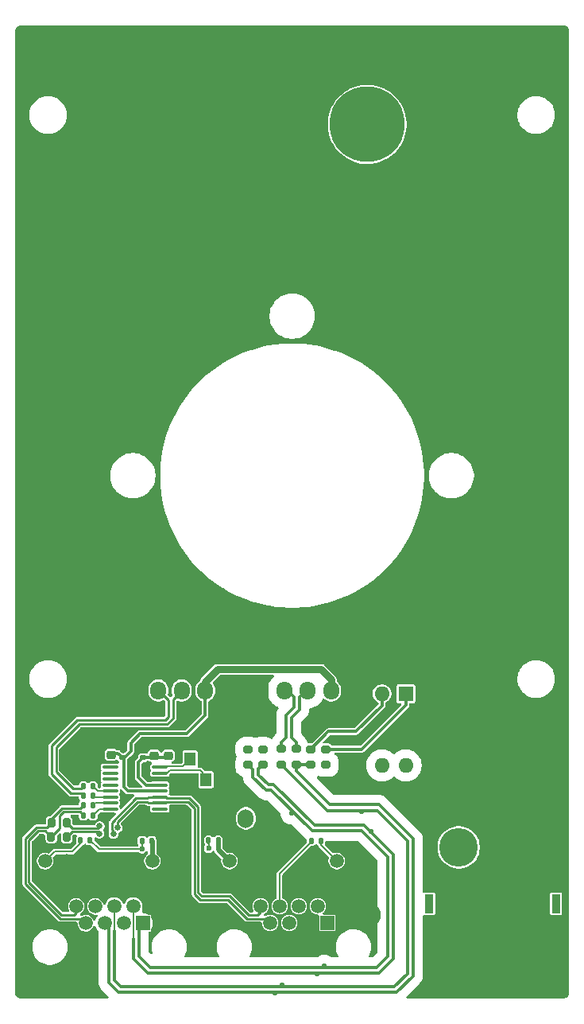
<source format=gbr>
%TF.GenerationSoftware,KiCad,Pcbnew,9.0.3-9.0.3-0~ubuntu24.04.1*%
%TF.CreationDate,2025-09-09T21:38:25+02:00*%
%TF.ProjectId,vesc_mms_board,76657363-5f6d-46d7-935f-626f6172642e,rev?*%
%TF.SameCoordinates,Original*%
%TF.FileFunction,Copper,L1,Top*%
%TF.FilePolarity,Positive*%
%FSLAX46Y46*%
G04 Gerber Fmt 4.6, Leading zero omitted, Abs format (unit mm)*
G04 Created by KiCad (PCBNEW 9.0.3-9.0.3-0~ubuntu24.04.1) date 2025-09-09 21:38:25*
%MOMM*%
%LPD*%
G01*
G04 APERTURE LIST*
G04 Aperture macros list*
%AMRoundRect*
0 Rectangle with rounded corners*
0 $1 Rounding radius*
0 $2 $3 $4 $5 $6 $7 $8 $9 X,Y pos of 4 corners*
0 Add a 4 corners polygon primitive as box body*
4,1,4,$2,$3,$4,$5,$6,$7,$8,$9,$2,$3,0*
0 Add four circle primitives for the rounded corners*
1,1,$1+$1,$2,$3*
1,1,$1+$1,$4,$5*
1,1,$1+$1,$6,$7*
1,1,$1+$1,$8,$9*
0 Add four rect primitives between the rounded corners*
20,1,$1+$1,$2,$3,$4,$5,0*
20,1,$1+$1,$4,$5,$6,$7,0*
20,1,$1+$1,$6,$7,$8,$9,0*
20,1,$1+$1,$8,$9,$2,$3,0*%
G04 Aperture macros list end*
%TA.AperFunction,SMDPad,CuDef*%
%ADD10RoundRect,0.100000X-0.712500X-0.100000X0.712500X-0.100000X0.712500X0.100000X-0.712500X0.100000X0*%
%TD*%
%TA.AperFunction,ComponentPad*%
%ADD11RoundRect,0.250000X-0.600000X-0.725000X0.600000X-0.725000X0.600000X0.725000X-0.600000X0.725000X0*%
%TD*%
%TA.AperFunction,ComponentPad*%
%ADD12O,1.700000X1.950000*%
%TD*%
%TA.AperFunction,SMDPad,CuDef*%
%ADD13RoundRect,0.225000X-0.250000X0.225000X-0.250000X-0.225000X0.250000X-0.225000X0.250000X0.225000X0*%
%TD*%
%TA.AperFunction,ComponentPad*%
%ADD14R,1.600000X1.600000*%
%TD*%
%TA.AperFunction,ComponentPad*%
%ADD15O,1.600000X1.600000*%
%TD*%
%TA.AperFunction,SMDPad,CuDef*%
%ADD16RoundRect,0.135000X0.135000X0.185000X-0.135000X0.185000X-0.135000X-0.185000X0.135000X-0.185000X0*%
%TD*%
%TA.AperFunction,SMDPad,CuDef*%
%ADD17RoundRect,0.200000X-0.275000X0.200000X-0.275000X-0.200000X0.275000X-0.200000X0.275000X0.200000X0*%
%TD*%
%TA.AperFunction,SMDPad,CuDef*%
%ADD18RoundRect,0.200000X0.275000X-0.200000X0.275000X0.200000X-0.275000X0.200000X-0.275000X-0.200000X0*%
%TD*%
%TA.AperFunction,SMDPad,CuDef*%
%ADD19RoundRect,0.135000X-0.135000X-0.185000X0.135000X-0.185000X0.135000X0.185000X-0.135000X0.185000X0*%
%TD*%
%TA.AperFunction,ComponentPad*%
%ADD20C,0.900000*%
%TD*%
%TA.AperFunction,ComponentPad*%
%ADD21C,8.000000*%
%TD*%
%TA.AperFunction,ComponentPad*%
%ADD22R,0.900000X2.000000*%
%TD*%
%TA.AperFunction,ComponentPad*%
%ADD23RoundRect,1.025000X1.025000X1.025000X-1.025000X1.025000X-1.025000X-1.025000X1.025000X-1.025000X0*%
%TD*%
%TA.AperFunction,ComponentPad*%
%ADD24C,4.100000*%
%TD*%
%TA.AperFunction,SMDPad,CuDef*%
%ADD25R,1.200000X1.400000*%
%TD*%
%TA.AperFunction,SMDPad,CuDef*%
%ADD26RoundRect,0.140000X-0.170000X0.140000X-0.170000X-0.140000X0.170000X-0.140000X0.170000X0.140000X0*%
%TD*%
%TA.AperFunction,ComponentPad*%
%ADD27RoundRect,0.250000X0.600000X0.750000X-0.600000X0.750000X-0.600000X-0.750000X0.600000X-0.750000X0*%
%TD*%
%TA.AperFunction,ComponentPad*%
%ADD28O,1.700000X2.000000*%
%TD*%
%TA.AperFunction,SMDPad,CuDef*%
%ADD29RoundRect,0.200000X-0.200000X-0.275000X0.200000X-0.275000X0.200000X0.275000X-0.200000X0.275000X0*%
%TD*%
%TA.AperFunction,ComponentPad*%
%ADD30R,1.500000X1.500000*%
%TD*%
%TA.AperFunction,ComponentPad*%
%ADD31C,1.500000*%
%TD*%
%TA.AperFunction,ComponentPad*%
%ADD32C,2.300000*%
%TD*%
%TA.AperFunction,ViaPad*%
%ADD33C,0.600000*%
%TD*%
%TA.AperFunction,ViaPad*%
%ADD34C,0.550000*%
%TD*%
%TA.AperFunction,ViaPad*%
%ADD35C,0.650000*%
%TD*%
%TA.AperFunction,Conductor*%
%ADD36C,0.300000*%
%TD*%
%TA.AperFunction,Conductor*%
%ADD37C,0.750000*%
%TD*%
%TA.AperFunction,Conductor*%
%ADD38C,0.200000*%
%TD*%
%TA.AperFunction,Conductor*%
%ADD39C,0.508000*%
%TD*%
%TA.AperFunction,Conductor*%
%ADD40C,0.240000*%
%TD*%
%TA.AperFunction,Conductor*%
%ADD41C,0.160000*%
%TD*%
%TA.AperFunction,Conductor*%
%ADD42C,0.254000*%
%TD*%
G04 APERTURE END LIST*
D10*
%TO.P,U1,1,DM4*%
%TO.N,unconnected-(U1-DM4-Pad1)*%
X90622500Y-123400000D03*
%TO.P,U1,2,DP4*%
%TO.N,unconnected-(U1-DP4-Pad2)*%
X90622500Y-124035000D03*
%TO.P,U1,3,DM3*%
%TO.N,unconnected-(U1-DM3-Pad3)*%
X90622500Y-124670000D03*
%TO.P,U1,4,DP3*%
%TO.N,unconnected-(U1-DP3-Pad4)*%
X90622500Y-125305000D03*
%TO.P,U1,5,DM2*%
%TO.N,Net-(U1-DM2)*%
X90622500Y-125940000D03*
%TO.P,U1,6,DP2*%
%TO.N,Net-(U1-DP2)*%
X90622500Y-126575000D03*
%TO.P,U1,7,DM1*%
%TO.N,Net-(U1-DM1)*%
X90622500Y-127210000D03*
%TO.P,U1,8,DP1*%
%TO.N,Net-(U1-DP1)*%
X90622500Y-127845000D03*
%TO.P,U1,9,RESET#/CDP*%
%TO.N,unconnected-(U1-RESET#{slash}CDP-Pad9)*%
X95897500Y-127845000D03*
%TO.P,U1,10,DMU*%
%TO.N,USB_UPSTREAM_D-*%
X95897500Y-127210000D03*
%TO.P,U1,11,DPU*%
%TO.N,USB_UPSTREAM_D+*%
X95897500Y-126575000D03*
%TO.P,U1,12,V5*%
%TO.N,+5V*%
X95897500Y-125940000D03*
%TO.P,U1,13,VDD33*%
%TO.N,Net-(U1-VDD33)*%
X95897500Y-125305000D03*
%TO.P,U1,14,GND*%
%TO.N,GND*%
X95897500Y-124670000D03*
%TO.P,U1,15,XO*%
%TO.N,Net-(U1-XO)*%
X95897500Y-124035000D03*
%TO.P,U1,16,XI*%
%TO.N,Net-(U1-XI)*%
X95897500Y-123400000D03*
%TD*%
D11*
%TO.P,J3,1,Pin_1*%
%TO.N,GND*%
X106660000Y-115245000D03*
D12*
%TO.P,J3,2,Pin_2*%
%TO.N,/CAN/CAN-*%
X109160000Y-115245000D03*
%TO.P,J3,3,Pin_3*%
%TO.N,/CAN/CAN+*%
X111660000Y-115245000D03*
%TO.P,J3,4,Pin_4*%
%TO.N,+5V*%
X114160000Y-115245000D03*
%TD*%
D13*
%TO.P,C5,1*%
%TO.N,GND*%
X95300000Y-120625000D03*
%TO.P,C5,2*%
%TO.N,Net-(U1-VDD33)*%
X95300000Y-122175000D03*
%TD*%
D14*
%TO.P,SW1,1*%
%TO.N,Net-(R2-Pad2)*%
X122110000Y-115580000D03*
D15*
%TO.P,SW1,2*%
%TO.N,Net-(R3-Pad2)*%
X119570000Y-115580000D03*
%TO.P,SW1,3*%
%TO.N,/CAN/CAN2-*%
X119570000Y-123200000D03*
%TO.P,SW1,4*%
%TO.N,/CAN/CAN1+*%
X122110000Y-123200000D03*
%TD*%
D16*
%TO.P,R11,1*%
%TO.N,Net-(U1-DM1)*%
X88779999Y-127422500D03*
%TO.P,R11,2*%
%TO.N,USB_DOWNSTREAM_D-*%
X87760001Y-127422500D03*
%TD*%
D17*
%TO.P,R8,1*%
%TO.N,/CAN/CAN-*%
X105300000Y-121475000D03*
%TO.P,R8,2*%
%TO.N,/CAN/CAN1-*%
X105300000Y-123125000D03*
%TD*%
D18*
%TO.P,R2,1*%
%TO.N,/CAN/CAN1-*%
X113600000Y-123125000D03*
%TO.P,R2,2*%
%TO.N,Net-(R2-Pad2)*%
X113600000Y-121475000D03*
%TD*%
D19*
%TO.P,R12,1*%
%TO.N,USB_DOWNSTREAM_D+*%
X87760000Y-128522500D03*
%TO.P,R12,2*%
%TO.N,Net-(U1-DP1)*%
X88780000Y-128522500D03*
%TD*%
D18*
%TO.P,R3,1*%
%TO.N,/CAN/CAN2+*%
X112000000Y-123125000D03*
%TO.P,R3,2*%
%TO.N,Net-(R3-Pad2)*%
X112000000Y-121475000D03*
%TD*%
D20*
%TO.P,H9,1,1*%
%TO.N,VCC*%
X115000000Y-55000000D03*
X115878680Y-52878680D03*
X115878680Y-57121320D03*
X118000000Y-52000000D03*
D21*
X118000000Y-55000000D03*
D20*
X118000000Y-58000000D03*
X120121320Y-52878680D03*
X120121320Y-57121320D03*
X121000000Y-55000000D03*
%TD*%
D19*
%TO.P,R17,1*%
%TO.N,+12V*%
X94000000Y-131250000D03*
%TO.P,R17,2*%
%TO.N,Net-(J2-Pad10)*%
X95019998Y-131250000D03*
%TD*%
D11*
%TO.P,J4,1,Pin_1*%
%TO.N,GND*%
X90740000Y-115240000D03*
D12*
%TO.P,J4,2,Pin_2*%
X93240000Y-115240000D03*
%TO.P,J4,3,Pin_3*%
%TO.N,/USB/USB_VESC_D+*%
X95740000Y-115240000D03*
%TO.P,J4,4,Pin_4*%
%TO.N,/USB/USB_VESC_D-*%
X98240000Y-115240000D03*
%TO.P,J4,5,Pin_5*%
%TO.N,+5V*%
X100740000Y-115240000D03*
%TD*%
D22*
%TO.P,J5,*%
%TO.N,*%
X138100000Y-137930001D03*
X124600000Y-137930001D03*
D23*
%TO.P,J5,1,Pin_1*%
%TO.N,GND*%
X134950000Y-131930001D03*
D24*
%TO.P,J5,2,Pin_2*%
%TO.N,VCC*%
X127750000Y-131930001D03*
%TD*%
D25*
%TO.P,Y1,1,1*%
%TO.N,Net-(U1-XO)*%
X100822500Y-124722500D03*
%TO.P,Y1,2,2*%
%TO.N,GND*%
X100822500Y-122522500D03*
%TO.P,Y1,3,3*%
%TO.N,Net-(U1-XI)*%
X99122500Y-122522500D03*
%TO.P,Y1,4,4*%
%TO.N,GND*%
X99122500Y-124722500D03*
%TD*%
D19*
%TO.P,R9,1*%
%TO.N,/USB/USB_VESC_D-*%
X87760000Y-125422500D03*
%TO.P,R9,2*%
%TO.N,Net-(U1-DM2)*%
X88780000Y-125422500D03*
%TD*%
D17*
%TO.P,R6,1*%
%TO.N,/CAN/CAN+*%
X106850001Y-121475000D03*
%TO.P,R6,2*%
%TO.N,/CAN/CAN1+*%
X106850001Y-123125000D03*
%TD*%
D13*
%TO.P,C6,1*%
%TO.N,GND*%
X96800000Y-120625000D03*
%TO.P,C6,2*%
%TO.N,Net-(U1-VDD33)*%
X96800000Y-122175000D03*
%TD*%
D19*
%TO.P,R1,1*%
%TO.N,+12V*%
X112040000Y-131230001D03*
%TO.P,R1,2*%
%TO.N,Net-(J1-Pad10)*%
X113060000Y-131230001D03*
%TD*%
D13*
%TO.P,C3,1*%
%TO.N,GND*%
X90700000Y-120525000D03*
%TO.P,C3,2*%
%TO.N,+5V*%
X90700000Y-122075000D03*
%TD*%
D26*
%TO.P,C4,1*%
%TO.N,GND*%
X91900000Y-121420000D03*
%TO.P,C4,2*%
%TO.N,+5V*%
X91900000Y-122380000D03*
%TD*%
D27*
%TO.P,J6,1,Pin_1*%
%TO.N,GND*%
X107570000Y-128840000D03*
D28*
%TO.P,J6,2,Pin_2*%
%TO.N,+12V*%
X105070000Y-128840000D03*
%TD*%
D26*
%TO.P,C7,1*%
%TO.N,GND*%
X94100000Y-121420000D03*
%TO.P,C7,2*%
%TO.N,Net-(U1-VDD33)*%
X94100000Y-122380000D03*
%TD*%
D18*
%TO.P,R7,1*%
%TO.N,/CAN/CAN2-*%
X108870001Y-123095000D03*
%TO.P,R7,2*%
%TO.N,/CAN/CAN-*%
X108870001Y-121445000D03*
%TD*%
D16*
%TO.P,R4,1*%
%TO.N,+12V*%
X88459999Y-131180001D03*
%TO.P,R4,2*%
%TO.N,Net-(J2-Pad12)*%
X87440001Y-131180001D03*
%TD*%
D18*
%TO.P,R5,1*%
%TO.N,/CAN/CAN2+*%
X110410000Y-123095000D03*
%TO.P,R5,2*%
%TO.N,/CAN/CAN+*%
X110410000Y-121445000D03*
%TD*%
D19*
%TO.P,R10,1*%
%TO.N,/USB/USB_VESC_D+*%
X87750000Y-126422500D03*
%TO.P,R10,2*%
%TO.N,Net-(U1-DP2)*%
X88770000Y-126422500D03*
%TD*%
D29*
%TO.P,R13,1*%
%TO.N,USB_DOWNSTREAM_D+*%
X84327500Y-130832500D03*
%TO.P,R13,2*%
%TO.N,USB_UPSTREAM_D+*%
X85977500Y-130832500D03*
%TD*%
D20*
%TO.P,H10,1,1*%
%TO.N,GND*%
X99000000Y-55000000D03*
X99878680Y-52878680D03*
X99878680Y-57121320D03*
X102000000Y-52000000D03*
D21*
X102000000Y-55000000D03*
D20*
X102000000Y-58000000D03*
X104121320Y-52878680D03*
X104121320Y-57121320D03*
X105000000Y-55000000D03*
%TD*%
D19*
%TO.P,R18,1*%
%TO.N,+12V*%
X101090001Y-131180001D03*
%TO.P,R18,2*%
%TO.N,Net-(J1-Pad12)*%
X102109999Y-131180001D03*
%TD*%
D30*
%TO.P,J1,1*%
%TO.N,/CAN/CAN1-*%
X113744000Y-139980001D03*
D31*
%TO.P,J1,2*%
%TO.N,/CAN/CAN1+*%
X112728000Y-138200000D03*
%TO.P,J1,3*%
%TO.N,GND*%
X111712000Y-139980001D03*
%TO.P,J1,4*%
%TO.N,/CAN/CAN2-*%
X110696000Y-138200000D03*
%TO.P,J1,5*%
%TO.N,/CAN/CAN2+*%
X109680000Y-139980001D03*
%TO.P,J1,6*%
%TO.N,+12V*%
X108664000Y-138200000D03*
%TO.P,J1,7*%
%TO.N,USB_UPSTREAM_D-*%
X107648000Y-139980001D03*
%TO.P,J1,8*%
%TO.N,USB_UPSTREAM_D+*%
X106632001Y-138200001D03*
%TO.P,J1,9*%
%TO.N,GND*%
X117044000Y-133380001D03*
%TO.P,J1,10*%
%TO.N,Net-(J1-Pad10)*%
X114754000Y-133380001D03*
%TO.P,J1,11*%
%TO.N,GND*%
X105614000Y-133380001D03*
%TO.P,J1,12*%
%TO.N,Net-(J1-Pad12)*%
X103324000Y-133380001D03*
D32*
%TO.P,J1,SH*%
%TO.N,GND*%
X118314000Y-139090001D03*
X102054000Y-139090001D03*
%TD*%
D30*
%TO.P,J2,1*%
%TO.N,/CAN/CAN1-*%
X94096000Y-140000000D03*
D31*
%TO.P,J2,2*%
%TO.N,/CAN/CAN1+*%
X93080000Y-138219999D03*
%TO.P,J2,3*%
%TO.N,GND*%
X92064000Y-140000000D03*
%TO.P,J2,4*%
%TO.N,/CAN/CAN2-*%
X91048000Y-138219999D03*
%TO.P,J2,5*%
%TO.N,/CAN/CAN2+*%
X90032000Y-140000000D03*
%TO.P,J2,6*%
%TO.N,+12V*%
X89016000Y-138219999D03*
%TO.P,J2,7*%
%TO.N,USB_DOWNSTREAM_D-*%
X88000000Y-140000000D03*
%TO.P,J2,8*%
%TO.N,USB_DOWNSTREAM_D+*%
X86984001Y-138220000D03*
%TO.P,J2,9*%
%TO.N,GND*%
X97396000Y-133400000D03*
%TO.P,J2,10*%
%TO.N,Net-(J2-Pad10)*%
X95106000Y-133400000D03*
%TO.P,J2,11*%
%TO.N,GND*%
X85966000Y-133400000D03*
%TO.P,J2,12*%
%TO.N,Net-(J2-Pad12)*%
X83676000Y-133400000D03*
D32*
%TO.P,J2,SH*%
%TO.N,GND*%
X98666000Y-139110000D03*
X82406000Y-139110000D03*
%TD*%
D29*
%TO.P,R14,1*%
%TO.N,USB_DOWNSTREAM_D-*%
X84337500Y-129312500D03*
%TO.P,R14,2*%
%TO.N,USB_UPSTREAM_D-*%
X85987500Y-129312500D03*
%TD*%
D33*
%TO.N,GND*%
X138395000Y-145555001D03*
X138395000Y-143015001D03*
X138395000Y-140475001D03*
X138395000Y-135395001D03*
X138395000Y-49035001D03*
X138395000Y-46495001D03*
X135855000Y-145555001D03*
X135855000Y-143015001D03*
X135855000Y-140475001D03*
X135855000Y-137935001D03*
X135855000Y-135395001D03*
X135855000Y-49035001D03*
X135855000Y-46495001D03*
X133315000Y-145555001D03*
X133315000Y-143015001D03*
X133315000Y-140475001D03*
X133315000Y-137935001D03*
X133315000Y-135395001D03*
X133315000Y-49035001D03*
X133315000Y-46495001D03*
X130775000Y-145555001D03*
X130775000Y-143015001D03*
X130775000Y-140475001D03*
X130775000Y-137935001D03*
X130775000Y-135395001D03*
X130775000Y-49035001D03*
X130775000Y-46495001D03*
X128235000Y-145555001D03*
X128235000Y-143015001D03*
X128235000Y-140475001D03*
X128235000Y-137935001D03*
X128235000Y-135395001D03*
X128235000Y-49035001D03*
X128235000Y-46495001D03*
X125695000Y-145555001D03*
X125695000Y-143015001D03*
X125695000Y-140475001D03*
X125695000Y-137935001D03*
X125695000Y-135395001D03*
X125695000Y-49035001D03*
X125695000Y-46495001D03*
X123155000Y-127775001D03*
X123155000Y-125235001D03*
X123155000Y-120155001D03*
X123155000Y-117615001D03*
X123155000Y-112535001D03*
X123155000Y-109995001D03*
X123155000Y-107455001D03*
X123155000Y-104915001D03*
X123155000Y-102375001D03*
X123155000Y-99835001D03*
X123155000Y-84595001D03*
X123155000Y-82055001D03*
X123155000Y-79515001D03*
X123155000Y-76975001D03*
X123155000Y-74435001D03*
X123155000Y-71895001D03*
X123155000Y-69355001D03*
X123155000Y-66815001D03*
X123155000Y-49035001D03*
X123155000Y-46495001D03*
X120615000Y-120155001D03*
X120615000Y-112535001D03*
X120615000Y-109995001D03*
X120615000Y-107455001D03*
X120615000Y-104915001D03*
X120615000Y-82055001D03*
X120615000Y-79515001D03*
X120615000Y-76975001D03*
X120615000Y-74435001D03*
X120615000Y-71895001D03*
X120615000Y-69355001D03*
X120615000Y-66815001D03*
X120615000Y-49035001D03*
X120615000Y-46495001D03*
X118075000Y-135395001D03*
X118075000Y-115075001D03*
X118075000Y-112535001D03*
X118075000Y-109995001D03*
X118075000Y-107455001D03*
X118075000Y-104915001D03*
X118075000Y-79515001D03*
X118075000Y-76975001D03*
X118075000Y-74435001D03*
X118075000Y-71895001D03*
X118075000Y-69355001D03*
X118075000Y-66815001D03*
X118075000Y-49035001D03*
X118075000Y-46495001D03*
X115535000Y-137935001D03*
X115535000Y-135395001D03*
X115535000Y-125235001D03*
X115535000Y-122695001D03*
X115535000Y-117615001D03*
X115535000Y-115075001D03*
X115535000Y-112535001D03*
X115535000Y-109995001D03*
X115535000Y-107455001D03*
X115535000Y-76975001D03*
X115535000Y-74435001D03*
X115535000Y-71895001D03*
X115535000Y-69355001D03*
X115535000Y-66815001D03*
X115535000Y-49035001D03*
X115535000Y-46495001D03*
X112995000Y-135395001D03*
X112995000Y-132855001D03*
X112995000Y-117615001D03*
X112995000Y-109995001D03*
X112995000Y-107455001D03*
X112995000Y-76975001D03*
X112995000Y-74435001D03*
X112995000Y-71895001D03*
X112995000Y-69355001D03*
X112995000Y-66815001D03*
X112995000Y-49035001D03*
X112995000Y-46495001D03*
X110455000Y-135395001D03*
X110455000Y-109995001D03*
X110455000Y-107455001D03*
X110455000Y-71895001D03*
X110455000Y-69355001D03*
X110455000Y-66815001D03*
X110455000Y-49035001D03*
X110455000Y-46495001D03*
X107915000Y-109995001D03*
X107915000Y-107455001D03*
X107915000Y-71895001D03*
X107915000Y-69355001D03*
X107915000Y-66815001D03*
X107915000Y-64275001D03*
X107915000Y-61735001D03*
X107915000Y-59195001D03*
X107915000Y-56655001D03*
X107915000Y-54115001D03*
X107915000Y-51575001D03*
X107915000Y-49035001D03*
X107915000Y-46495001D03*
X105375000Y-140475001D03*
X105375000Y-137935001D03*
X105375000Y-109995001D03*
X105375000Y-107455001D03*
X105375000Y-76975001D03*
X105375000Y-74435001D03*
X105375000Y-71895001D03*
X105375000Y-69355001D03*
X105375000Y-66815001D03*
X105375000Y-64275001D03*
X105375000Y-61735001D03*
X105375000Y-59195001D03*
X105375000Y-51575001D03*
X105375000Y-49035001D03*
X105375000Y-46495001D03*
X102835000Y-130315001D03*
X102835000Y-127775001D03*
X102835000Y-125235001D03*
X102835000Y-122695001D03*
X102835000Y-120155001D03*
X102835000Y-117615001D03*
X102835000Y-115075001D03*
X102835000Y-109995001D03*
X102835000Y-107455001D03*
X102835000Y-79515001D03*
X102835000Y-76975001D03*
X102835000Y-74435001D03*
X102835000Y-71895001D03*
X102835000Y-69355001D03*
X102835000Y-66815001D03*
X102835000Y-64275001D03*
X102835000Y-61735001D03*
X102835000Y-49035001D03*
X102835000Y-46495001D03*
X100295000Y-143015001D03*
X100295000Y-140475001D03*
X100295000Y-120155001D03*
X100295000Y-112535001D03*
X100295000Y-109995001D03*
X100295000Y-107455001D03*
X100295000Y-104915001D03*
X100295000Y-79515001D03*
X100295000Y-76975001D03*
X100295000Y-74435001D03*
X100295000Y-71895001D03*
X100295000Y-69355001D03*
X100295000Y-66815001D03*
X100295000Y-64275001D03*
X100295000Y-61735001D03*
X100295000Y-49035001D03*
X100295000Y-46495001D03*
X97755000Y-130315001D03*
X97755000Y-127775001D03*
X97755000Y-125235001D03*
X97755000Y-112535001D03*
X97755000Y-109995001D03*
X97755000Y-107455001D03*
X97755000Y-104915001D03*
X97755000Y-102375001D03*
X97755000Y-82055001D03*
X97755000Y-79515001D03*
X97755000Y-76975001D03*
X97755000Y-74435001D03*
X97755000Y-71895001D03*
X97755000Y-69355001D03*
X97755000Y-66815001D03*
X97755000Y-64275001D03*
X97755000Y-61735001D03*
X97755000Y-59195001D03*
X97755000Y-51575001D03*
X97755000Y-49035001D03*
X97755000Y-46495001D03*
X95215000Y-137935001D03*
X95215000Y-130315001D03*
X95215000Y-117615001D03*
X95215000Y-112535001D03*
X95215000Y-109995001D03*
X95215000Y-107455001D03*
X95215000Y-104915001D03*
X95215000Y-102375001D03*
X95215000Y-99835001D03*
X95215000Y-97295001D03*
X95215000Y-94755001D03*
X95215000Y-89675001D03*
X95215000Y-87135001D03*
X95215000Y-84595001D03*
X95215000Y-82055001D03*
X95215000Y-79515001D03*
X95215000Y-76975001D03*
X95215000Y-74435001D03*
X95215000Y-71895001D03*
X95215000Y-69355001D03*
X95215000Y-66815001D03*
X95215000Y-64275001D03*
X95215000Y-61735001D03*
X95215000Y-59195001D03*
X95215000Y-56655001D03*
X95215000Y-54115001D03*
X95215000Y-51575001D03*
X95215000Y-49035001D03*
X95215000Y-46495001D03*
X92675000Y-132855001D03*
X92675000Y-117615001D03*
X92675000Y-112535001D03*
X92675000Y-109995001D03*
X92675000Y-107455001D03*
X92675000Y-104915001D03*
X92675000Y-102375001D03*
X92675000Y-99835001D03*
X92675000Y-97295001D03*
X92675000Y-87135001D03*
X92675000Y-84595001D03*
X92675000Y-82055001D03*
X92675000Y-79515001D03*
X92675000Y-76975001D03*
X92675000Y-74435001D03*
X92675000Y-71895001D03*
X92675000Y-69355001D03*
X92675000Y-66815001D03*
X92675000Y-64275001D03*
X92675000Y-61735001D03*
X92675000Y-59195001D03*
X92675000Y-56655001D03*
X92675000Y-54115001D03*
X92675000Y-51575001D03*
X92675000Y-49035001D03*
X92675000Y-46495001D03*
X90135000Y-132855001D03*
X90135000Y-117615001D03*
X90135000Y-112535001D03*
X90135000Y-109995001D03*
X90135000Y-107455001D03*
X90135000Y-104915001D03*
X90135000Y-102375001D03*
X90135000Y-99835001D03*
X90135000Y-97295001D03*
X90135000Y-94755001D03*
X90135000Y-92215001D03*
X90135000Y-89675001D03*
X90135000Y-87135001D03*
X90135000Y-84595001D03*
X90135000Y-82055001D03*
X90135000Y-79515001D03*
X90135000Y-76975001D03*
X90135000Y-74435001D03*
X90135000Y-71895001D03*
X90135000Y-69355001D03*
X90135000Y-66815001D03*
X90135000Y-64275001D03*
X90135000Y-61735001D03*
X90135000Y-59195001D03*
X90135000Y-56655001D03*
X90135000Y-54115001D03*
X90135000Y-51575001D03*
X90135000Y-49035001D03*
X90135000Y-46495001D03*
X87595000Y-145555001D03*
X87595000Y-143015001D03*
X87595000Y-135395001D03*
X87595000Y-132855001D03*
X87595000Y-122695001D03*
X87595000Y-120155001D03*
X87595000Y-117615001D03*
X87595000Y-115075001D03*
X87595000Y-112535001D03*
X87595000Y-109995001D03*
X87595000Y-107455001D03*
X87595000Y-104915001D03*
X87595000Y-102375001D03*
X87595000Y-99835001D03*
X87595000Y-97295001D03*
X87595000Y-94755001D03*
X87595000Y-92215001D03*
X87595000Y-89675001D03*
X87595000Y-87135001D03*
X87595000Y-84595001D03*
X87595000Y-82055001D03*
X87595000Y-79515001D03*
X87595000Y-76975001D03*
X87595000Y-74435001D03*
X87595000Y-71895001D03*
X87595000Y-69355001D03*
X87595000Y-66815001D03*
X87595000Y-64275001D03*
X87595000Y-61735001D03*
X87595000Y-59195001D03*
X87595000Y-56655001D03*
X87595000Y-54115001D03*
X87595000Y-51575001D03*
X87595000Y-49035001D03*
X87595000Y-46495001D03*
X85055000Y-145555001D03*
X85055000Y-135395001D03*
X85055000Y-117615001D03*
X85055000Y-109995001D03*
X85055000Y-107455001D03*
X85055000Y-104915001D03*
X85055000Y-102375001D03*
X85055000Y-99835001D03*
X85055000Y-97295001D03*
X85055000Y-94755001D03*
X85055000Y-92215001D03*
X85055000Y-89675001D03*
X85055000Y-87135001D03*
X85055000Y-84595001D03*
X85055000Y-82055001D03*
X85055000Y-79515001D03*
X85055000Y-76975001D03*
X85055000Y-74435001D03*
X85055000Y-71895001D03*
X85055000Y-69355001D03*
X85055000Y-66815001D03*
X85055000Y-64275001D03*
X85055000Y-61735001D03*
X85055000Y-59195001D03*
X85055000Y-56655001D03*
X85055000Y-51575001D03*
X85055000Y-49035001D03*
X85055000Y-46495001D03*
X82515000Y-145555001D03*
X82515000Y-127775001D03*
X82515000Y-125235001D03*
X82515000Y-122695001D03*
X82515000Y-120155001D03*
X82515000Y-117615001D03*
X82515000Y-109995001D03*
X82515000Y-107455001D03*
X82515000Y-104915001D03*
X82515000Y-102375001D03*
X82515000Y-99835001D03*
X82515000Y-97295001D03*
X82515000Y-94755001D03*
X82515000Y-92215001D03*
X82515000Y-89675001D03*
X82515000Y-87135001D03*
X82515000Y-84595001D03*
X82515000Y-82055001D03*
X82515000Y-79515001D03*
X82515000Y-76975001D03*
X82515000Y-74435001D03*
X82515000Y-71895001D03*
X82515000Y-69355001D03*
X82515000Y-66815001D03*
X82515000Y-64275001D03*
X82515000Y-61735001D03*
X82515000Y-59195001D03*
X82515000Y-56655001D03*
X82515000Y-51575001D03*
X82515000Y-49035001D03*
X82515000Y-46495001D03*
X92300000Y-129600000D03*
X100822500Y-122522500D03*
X92900000Y-123500000D03*
X90100000Y-131030001D03*
X89800000Y-128900000D03*
D34*
X99021500Y-136482001D03*
D33*
X92200000Y-126700000D03*
D34*
X111200000Y-143365000D03*
X100579500Y-133761003D03*
X99021500Y-133782001D03*
D33*
X94272500Y-124222500D03*
X99128829Y-124735821D03*
X91649678Y-130962901D03*
X106790000Y-127200000D03*
D34*
X100600000Y-136482001D03*
D33*
X93000000Y-125100000D03*
%TO.N,+12V*%
X101100000Y-132030001D03*
X94000000Y-132080001D03*
D35*
%TO.N,USB_UPSTREAM_D+*%
X89442500Y-130455999D03*
X90961840Y-130507369D03*
%TO.N,USB_UPSTREAM_D-*%
X89483196Y-129680063D03*
X91374500Y-129849004D03*
D34*
%TO.N,/CAN/CAN2-*%
X117400000Y-128125000D03*
X108892000Y-146615000D03*
%TO.N,/CAN/CAN2+*%
X108160000Y-147465000D03*
%TO.N,/CAN/CAN1-*%
X109900000Y-128300000D03*
X113430000Y-144542000D03*
X113650000Y-123130741D03*
%TO.N,/CAN/CAN1+*%
X118428917Y-130230187D03*
X112680000Y-145415000D03*
%TO.N,/CAN/CAN-*%
X105300000Y-121475000D03*
%TO.N,/CAN/CAN+*%
X106850001Y-121475000D03*
%TD*%
D36*
%TO.N,GND*%
X94720000Y-124670000D02*
X95897500Y-124670000D01*
X94272500Y-124222500D02*
X94720000Y-124670000D01*
%TO.N,+5V*%
X92060000Y-125460000D02*
X92060000Y-122540000D01*
D37*
X100740000Y-115240000D02*
X100740000Y-114290001D01*
D36*
X92800000Y-121700000D02*
X92120000Y-122380000D01*
X100740000Y-115240000D02*
X100740000Y-117860000D01*
X93775000Y-119825000D02*
X92800000Y-120800000D01*
X92060000Y-125460000D02*
X92060000Y-122560000D01*
X98775000Y-119825000D02*
X93775000Y-119825000D01*
X92800000Y-120800000D02*
X92800000Y-121700000D01*
X91523154Y-122050000D02*
X91395654Y-121922500D01*
X91395654Y-121922500D02*
X90460000Y-121922500D01*
D37*
X100740000Y-114290001D02*
X102035001Y-112995000D01*
X114160000Y-114060000D02*
X114160000Y-115245000D01*
D36*
X91550000Y-122050000D02*
X91523154Y-122050000D01*
X100740000Y-117860000D02*
X98775000Y-119825000D01*
X92060000Y-122560000D02*
X91550000Y-122050000D01*
X92120000Y-122380000D02*
X91900000Y-122380000D01*
X92060000Y-125460000D02*
X92540000Y-125940000D01*
X92060000Y-122540000D02*
X91900000Y-122380000D01*
D37*
X102035001Y-112995000D02*
X113095000Y-112995000D01*
D36*
X95897500Y-125940000D02*
X92540000Y-125940000D01*
D37*
X113095000Y-112995000D02*
X114160000Y-114060000D01*
D36*
%TO.N,Net-(U1-VDD33)*%
X94100000Y-122380000D02*
X93622500Y-122857500D01*
X96800000Y-122175000D02*
X96595000Y-122380000D01*
X93622500Y-122857500D02*
X93622500Y-124491739D01*
X94435761Y-125305000D02*
X95897500Y-125305000D01*
X93622500Y-124491739D02*
X94435761Y-125305000D01*
X96595000Y-122380000D02*
X94100000Y-122380000D01*
D38*
%TO.N,+12V*%
X101100000Y-131530001D02*
X101090001Y-131520002D01*
X89409999Y-132130001D02*
X93950000Y-132130001D01*
X88459999Y-131180001D02*
X89409999Y-132130001D01*
X108664000Y-138200000D02*
X108664000Y-134707001D01*
X108664000Y-134707001D02*
X112040000Y-131331001D01*
X101090001Y-131520002D02*
X101090001Y-131180001D01*
X101100000Y-132030001D02*
X101100000Y-131530001D01*
X94000000Y-131250000D02*
X94000000Y-132080001D01*
X93950000Y-132130001D02*
X94000000Y-132080001D01*
D39*
%TO.N,Net-(J1-Pad12)*%
X102109999Y-131180001D02*
X102109999Y-132166000D01*
X102109999Y-132166000D02*
X103324000Y-133380001D01*
%TO.N,Net-(J2-Pad10)*%
X95099999Y-131230000D02*
X95099999Y-133393999D01*
X95099999Y-133393999D02*
X95106000Y-133400000D01*
D38*
%TO.N,Net-(J1-Pad10)*%
X113060000Y-131686001D02*
X113060000Y-131331001D01*
X114754000Y-133380001D02*
X113060000Y-131686001D01*
%TO.N,Net-(J2-Pad12)*%
X86550000Y-132380001D02*
X84695999Y-132380001D01*
X87440001Y-131180001D02*
X87440001Y-131490000D01*
X84695999Y-132380001D02*
X83676000Y-133400000D01*
X87440001Y-131490000D02*
X86550000Y-132380001D01*
%TO.N,Net-(U1-DM2)*%
X90622500Y-125940000D02*
X89297500Y-125940000D01*
X89297500Y-125940000D02*
X88780000Y-125422500D01*
%TO.N,Net-(U1-DP2)*%
X88922500Y-126575000D02*
X88770000Y-126422500D01*
X90622500Y-126575000D02*
X88922500Y-126575000D01*
%TO.N,Net-(U1-DM1)*%
X88992499Y-127210000D02*
X90622500Y-127210000D01*
X88779999Y-127422500D02*
X88992499Y-127210000D01*
%TO.N,Net-(U1-DP1)*%
X89457500Y-127845000D02*
X88780000Y-128522500D01*
X90622500Y-127845000D02*
X89457500Y-127845000D01*
%TO.N,Net-(U1-XI)*%
X95975000Y-123322500D02*
X98322500Y-123322500D01*
X95897500Y-123400000D02*
X95975000Y-123322500D01*
X98322500Y-123322500D02*
X99122500Y-122522500D01*
%TO.N,Net-(U1-XO)*%
X95897500Y-124035000D02*
X96643456Y-124035000D01*
X100172500Y-123722500D02*
X100822500Y-124372500D01*
X96955956Y-123722500D02*
X100172500Y-123722500D01*
X96643456Y-124035000D02*
X96955956Y-123722500D01*
X100822500Y-124372500D02*
X100822500Y-124722500D01*
D40*
%TO.N,USB_UPSTREAM_D+*%
X94678749Y-126575000D02*
X95897500Y-126575000D01*
X96510000Y-126575000D02*
X95897500Y-126575000D01*
X90961840Y-130507369D02*
X90961840Y-130245275D01*
X99048429Y-126708000D02*
X96643000Y-126708000D01*
X86558999Y-130251001D02*
X85977500Y-130832500D01*
X90961840Y-130245275D02*
X90802500Y-130085935D01*
X105350414Y-139151500D02*
X103333414Y-137134500D01*
X89237502Y-130251001D02*
X86558999Y-130251001D01*
X106632001Y-138202501D02*
X106632001Y-138810499D01*
X94544749Y-126709000D02*
X94678749Y-126575000D01*
X100352430Y-137134500D02*
X99984500Y-136766570D01*
X96643000Y-126708000D02*
X96510000Y-126575000D01*
X89442500Y-130455999D02*
X89237502Y-130251001D01*
X93386000Y-126709000D02*
X94544749Y-126709000D01*
X90802500Y-129292500D02*
X93386000Y-126709000D01*
X103333414Y-137134500D02*
X100352430Y-137134500D01*
X99984500Y-136766570D02*
X99984500Y-127644070D01*
X99984500Y-127644070D02*
X99048429Y-126708000D01*
X106632001Y-138810499D02*
X106291000Y-139151500D01*
X106291000Y-139151500D02*
X105350414Y-139151500D01*
X90802500Y-130085935D02*
X90802500Y-129292500D01*
%TO.N,USB_UPSTREAM_D-*%
X99616500Y-127796501D02*
X98895999Y-127076000D01*
X107648000Y-139982501D02*
X107184999Y-139519500D01*
X103180984Y-137502500D02*
X100200000Y-137502500D01*
X94678749Y-127210000D02*
X95897500Y-127210000D01*
X94544749Y-127076000D02*
X94678749Y-127210000D01*
X105197984Y-139519500D02*
X103180984Y-137502500D01*
X89483196Y-129680063D02*
X89279260Y-129883999D01*
X100200000Y-137502500D02*
X99616500Y-136919000D01*
X96644000Y-127076000D02*
X96510000Y-127210000D01*
X98895999Y-127076000D02*
X96644000Y-127076000D01*
X93549000Y-127076000D02*
X94544749Y-127076000D01*
X96510000Y-127210000D02*
X95897500Y-127210000D01*
X86558999Y-129883999D02*
X85987500Y-129312500D01*
X91374500Y-129849004D02*
X91374500Y-129250500D01*
X89279260Y-129883999D02*
X86558999Y-129883999D01*
X107184999Y-139519500D02*
X105197984Y-139519500D01*
X91374500Y-129250500D02*
X93549000Y-127076000D01*
X99616500Y-136919000D02*
X99616500Y-127796501D01*
D36*
%TO.N,/CAN/CAN2-*%
X122265000Y-131219164D02*
X119045836Y-128000000D01*
D41*
X91048000Y-140780001D02*
X91048000Y-138219999D01*
D36*
X122265000Y-145355000D02*
X122265000Y-131219164D01*
X91713447Y-146740000D02*
X120880000Y-146740000D01*
X119045836Y-128000000D02*
X113775001Y-128000000D01*
X120880000Y-146740000D02*
X122265000Y-145355000D01*
X91048000Y-146074553D02*
X91713447Y-146740000D01*
X91048000Y-140780001D02*
X91048000Y-146074553D01*
X113775001Y-128000000D02*
X108870001Y-123095000D01*
%TO.N,/CAN/CAN2+*%
X121128942Y-147341000D02*
X91464505Y-147341000D01*
X112000000Y-123125000D02*
X110440000Y-123125000D01*
X114023943Y-127399000D02*
X119294778Y-127399000D01*
X122866000Y-145603942D02*
X121128942Y-147341000D01*
X119294778Y-127399000D02*
X122866000Y-130970222D01*
X91464505Y-147341000D02*
X90447000Y-146323495D01*
X110410000Y-123095000D02*
X110410000Y-123785057D01*
X122866000Y-130970222D02*
X122866000Y-145603942D01*
X110410000Y-123785057D02*
X114023943Y-127399000D01*
X110440000Y-123125000D02*
X110410000Y-123095000D01*
X90447000Y-146323495D02*
X90447000Y-140415000D01*
X90447000Y-140415000D02*
X90032000Y-140000000D01*
%TO.N,/CAN/CAN1-*%
X120170000Y-143495734D02*
X120170000Y-132918528D01*
X105800000Y-123625000D02*
X105300000Y-123125000D01*
X93660000Y-143515734D02*
X94834266Y-144690000D01*
X94096000Y-140000000D02*
X93660000Y-140436000D01*
X120170000Y-132918528D02*
X117431473Y-130180001D01*
X113650000Y-123130741D02*
X113644259Y-123125000D01*
X93660000Y-140436000D02*
X93660000Y-143515734D01*
X94834266Y-144690000D02*
X118975734Y-144690000D01*
X105800000Y-124448528D02*
X105800000Y-123625000D01*
X107201472Y-125850000D02*
X105800000Y-124448528D01*
X117431473Y-130180001D02*
X112105407Y-130180001D01*
X112105407Y-130180001D02*
X107775406Y-125850000D01*
X107775406Y-125850000D02*
X107201472Y-125850000D01*
X118975734Y-144690000D02*
X120170000Y-143495734D01*
X113644259Y-123125000D02*
X113600000Y-123125000D01*
%TO.N,/CAN/CAN1+*%
X120770000Y-132670000D02*
X117680001Y-129580001D01*
X117680001Y-129580001D02*
X112353935Y-129580001D01*
D41*
X93080000Y-141610000D02*
X93060000Y-141630000D01*
D36*
X94585734Y-145290000D02*
X119224266Y-145290000D01*
X112353935Y-129580001D02*
X108023934Y-125250000D01*
X107450000Y-125250000D02*
X106400000Y-124200000D01*
X108023934Y-125250000D02*
X107450000Y-125250000D01*
X93060000Y-143764266D02*
X94585734Y-145290000D01*
X106400000Y-123575001D02*
X106850001Y-123125000D01*
X93060000Y-141630000D02*
X93060000Y-143764266D01*
D41*
X93080000Y-138219999D02*
X93080000Y-141610000D01*
D36*
X119224266Y-145290000D02*
X120770000Y-143744266D01*
X120770000Y-143744266D02*
X120770000Y-132670000D01*
X106400000Y-124200000D02*
X106400000Y-123575001D01*
D40*
%TO.N,USB_DOWNSTREAM_D-*%
X83829251Y-129820749D02*
X82739741Y-129820749D01*
X85441003Y-127788998D02*
X84337500Y-128892501D01*
X81580000Y-135819510D02*
X85280490Y-139520000D01*
X84335000Y-129315000D02*
X83829251Y-129820749D01*
X84335000Y-129315000D02*
X84337500Y-129312500D01*
X81576500Y-133646010D02*
X81580000Y-133649510D01*
X81576500Y-130983990D02*
X81576500Y-133646010D01*
X87393501Y-127789000D02*
X86000002Y-127789000D01*
X85280490Y-139520000D02*
X87520000Y-139520000D01*
X81580000Y-133649510D02*
X81580000Y-135819510D01*
X87598384Y-127584117D02*
X87760001Y-127422500D01*
X82739741Y-129820749D02*
X81576500Y-130983990D01*
X84337500Y-128892501D02*
X84337500Y-129312500D01*
X87760001Y-127422500D02*
X87393501Y-127789000D01*
X86000002Y-127789000D02*
X86000000Y-127788998D01*
X87520000Y-139520000D02*
X88000000Y-140000000D01*
X86000000Y-127788998D02*
X85441003Y-127788998D01*
%TO.N,USB_DOWNSTREAM_D+*%
X81947000Y-135667490D02*
X85389510Y-139110000D01*
X81947000Y-133497494D02*
X81947000Y-135667490D01*
X85250000Y-129910000D02*
X84327500Y-130832500D01*
X83682749Y-130187749D02*
X82891761Y-130187749D01*
X82891761Y-130187749D02*
X81943500Y-131136010D01*
X86000003Y-128156001D02*
X86000000Y-128155998D01*
X85631876Y-128155998D02*
X85250000Y-128537874D01*
X85250000Y-128537874D02*
X85250000Y-129910000D01*
X87598500Y-128361000D02*
X87760000Y-128522500D01*
X86730000Y-139110000D02*
X86984001Y-138855999D01*
X86984001Y-138855999D02*
X86984001Y-138220000D01*
X84327500Y-130832500D02*
X83682749Y-130187749D01*
X87760000Y-128522500D02*
X87393501Y-128156001D01*
X86000000Y-128155998D02*
X85631876Y-128155998D01*
X85389510Y-139110000D02*
X86730000Y-139110000D01*
X81943500Y-131136010D02*
X81943500Y-133493994D01*
X87393501Y-128156001D02*
X86000003Y-128156001D01*
X81943500Y-133493994D02*
X81947000Y-133497494D01*
D36*
%TO.N,/CAN/CAN-*%
X108870001Y-120732499D02*
X109340000Y-120262500D01*
X109340000Y-120262500D02*
X109340000Y-117841472D01*
X109340000Y-117841472D02*
X110180000Y-117001472D01*
X109475000Y-115245000D02*
X109160000Y-115245000D01*
X108870001Y-121445000D02*
X108870001Y-120732499D01*
X110180000Y-117001472D02*
X110180000Y-115950000D01*
X110180000Y-115950000D02*
X109475000Y-115245000D01*
%TO.N,/CAN/CAN+*%
X110410000Y-121445000D02*
X110410000Y-120732499D01*
X110780000Y-115920000D02*
X111455000Y-115245000D01*
X109940000Y-118090000D02*
X110780000Y-117250000D01*
X110410000Y-120732499D02*
X109940000Y-120262499D01*
X109940000Y-120262499D02*
X109940000Y-118090000D01*
X110780000Y-117250000D02*
X110780000Y-115920000D01*
X111455000Y-115245000D02*
X111660000Y-115245000D01*
D42*
%TO.N,/USB/USB_VESC_D-*%
X97300000Y-118217585D02*
X97300000Y-116180000D01*
X96680585Y-118837000D02*
X97300000Y-118217585D01*
X84837000Y-121298170D02*
X87298170Y-118837000D01*
X87492000Y-125690500D02*
X86625670Y-125690500D01*
X87760000Y-125422500D02*
X87492000Y-125690500D01*
X86625670Y-125690500D02*
X84837000Y-123901830D01*
X84837000Y-123901830D02*
X84837000Y-121298170D01*
X87298170Y-118837000D02*
X96680585Y-118837000D01*
X97300000Y-116180000D02*
X98240000Y-115240000D01*
%TO.N,/USB/USB_VESC_D+*%
X96800000Y-116250000D02*
X95790000Y-115240000D01*
X87492000Y-126164500D02*
X86429330Y-126164500D01*
X87750000Y-126422500D02*
X87492000Y-126164500D01*
X87101830Y-118363000D02*
X96485177Y-118363000D01*
X95790000Y-115240000D02*
X95740000Y-115240000D01*
X96485177Y-118363000D02*
X96800000Y-118048177D01*
X96800000Y-118048177D02*
X96800000Y-116250000D01*
X84363000Y-121101830D02*
X87101830Y-118363000D01*
X84363000Y-124098170D02*
X84363000Y-121101830D01*
X86429330Y-126164500D02*
X84363000Y-124098170D01*
D36*
%TO.N,Net-(R2-Pad2)*%
X122110000Y-116790000D02*
X122110000Y-115580000D01*
X113600000Y-121475000D02*
X117425000Y-121475000D01*
X117425000Y-121475000D02*
X122110000Y-116790000D01*
%TO.N,Net-(R3-Pad2)*%
X116790000Y-119610000D02*
X119570000Y-116830000D01*
X113865000Y-119610000D02*
X116790000Y-119610000D01*
X119570000Y-116830000D02*
X119570000Y-115580000D01*
X112000000Y-121475000D02*
X113865000Y-119610000D01*
%TD*%
%TA.AperFunction,Conductor*%
%TO.N,GND*%
G36*
X139006922Y-44481281D02*
G01*
X139023411Y-44483138D01*
X139097267Y-44491459D01*
X139124324Y-44497634D01*
X139203546Y-44525355D01*
X139228553Y-44537399D01*
X139299602Y-44582043D01*
X139321310Y-44599355D01*
X139380644Y-44658689D01*
X139397957Y-44680398D01*
X139442601Y-44751448D01*
X139454648Y-44776465D01*
X139482361Y-44855663D01*
X139488540Y-44882735D01*
X139498720Y-44973088D01*
X139499500Y-44986971D01*
X139499500Y-147473038D01*
X139498720Y-147486923D01*
X139488540Y-147577265D01*
X139482362Y-147604333D01*
X139482362Y-147604334D01*
X139454648Y-147683537D01*
X139442600Y-147708555D01*
X139397957Y-147779604D01*
X139380644Y-147801313D01*
X139321313Y-147860644D01*
X139299604Y-147877957D01*
X139228552Y-147922602D01*
X139203537Y-147934648D01*
X139203535Y-147934649D01*
X139124337Y-147962362D01*
X139097265Y-147968541D01*
X139006911Y-147978721D01*
X138993028Y-147979501D01*
X122275434Y-147979501D01*
X122208395Y-147959816D01*
X122162640Y-147907012D01*
X122152696Y-147837854D01*
X122181721Y-147774298D01*
X122187753Y-147767820D01*
X122482535Y-147473038D01*
X123535651Y-146419921D01*
X123535655Y-146419919D01*
X123681977Y-146273597D01*
X123796941Y-146101540D01*
X123876130Y-145910362D01*
X123916500Y-145707407D01*
X123916500Y-139239077D01*
X123936185Y-139172038D01*
X123988989Y-139126283D01*
X124058147Y-139116339D01*
X124064693Y-139117460D01*
X124071768Y-139118867D01*
X124071769Y-139118868D01*
X124109047Y-139126283D01*
X124130251Y-139130501D01*
X124130252Y-139130501D01*
X125069750Y-139130501D01*
X125069751Y-139130500D01*
X125084568Y-139127553D01*
X125128229Y-139118869D01*
X125128229Y-139118868D01*
X125128231Y-139118868D01*
X125194552Y-139074553D01*
X125238867Y-139008232D01*
X125238867Y-139008230D01*
X125238868Y-139008230D01*
X125247968Y-138962479D01*
X125250500Y-138949749D01*
X125250500Y-136910253D01*
X125250500Y-136910250D01*
X125250499Y-136910248D01*
X137449500Y-136910248D01*
X137449500Y-138949753D01*
X137461131Y-139008230D01*
X137461132Y-139008231D01*
X137505447Y-139074553D01*
X137571769Y-139118868D01*
X137571770Y-139118869D01*
X137630247Y-139130500D01*
X137630250Y-139130501D01*
X137630252Y-139130501D01*
X138569750Y-139130501D01*
X138569751Y-139130500D01*
X138584568Y-139127553D01*
X138628229Y-139118869D01*
X138628229Y-139118868D01*
X138628231Y-139118868D01*
X138694552Y-139074553D01*
X138738867Y-139008232D01*
X138738867Y-139008230D01*
X138738868Y-139008230D01*
X138747968Y-138962479D01*
X138750500Y-138949749D01*
X138750500Y-136910253D01*
X138750500Y-136910250D01*
X138750499Y-136910248D01*
X138738868Y-136851771D01*
X138738867Y-136851770D01*
X138694552Y-136785448D01*
X138628230Y-136741133D01*
X138628229Y-136741132D01*
X138569752Y-136729501D01*
X138569748Y-136729501D01*
X137630252Y-136729501D01*
X137630247Y-136729501D01*
X137571770Y-136741132D01*
X137571769Y-136741133D01*
X137505447Y-136785448D01*
X137461132Y-136851770D01*
X137461131Y-136851771D01*
X137449500Y-136910248D01*
X125250499Y-136910248D01*
X125238868Y-136851771D01*
X125238867Y-136851770D01*
X125194552Y-136785448D01*
X125128230Y-136741133D01*
X125128229Y-136741132D01*
X125069752Y-136729501D01*
X125069748Y-136729501D01*
X124130252Y-136729501D01*
X124130247Y-136729501D01*
X124064691Y-136742541D01*
X123995099Y-136736314D01*
X123939922Y-136693451D01*
X123916678Y-136627561D01*
X123916500Y-136620924D01*
X123916500Y-131782487D01*
X125499500Y-131782487D01*
X125499500Y-132077514D01*
X125508503Y-132145893D01*
X125538007Y-132369994D01*
X125607012Y-132627525D01*
X125614361Y-132654952D01*
X125614364Y-132654962D01*
X125727254Y-132927501D01*
X125727258Y-132927511D01*
X125874761Y-133182994D01*
X126054352Y-133417041D01*
X126054358Y-133417048D01*
X126262952Y-133625642D01*
X126262959Y-133625648D01*
X126497006Y-133805239D01*
X126752489Y-133952742D01*
X126752490Y-133952742D01*
X126752493Y-133952744D01*
X126963296Y-134040061D01*
X127015294Y-134061600D01*
X127025048Y-134065640D01*
X127310007Y-134141994D01*
X127602494Y-134180501D01*
X127602501Y-134180501D01*
X127897499Y-134180501D01*
X127897506Y-134180501D01*
X128189993Y-134141994D01*
X128474952Y-134065640D01*
X128747507Y-133952744D01*
X129002994Y-133805239D01*
X129237042Y-133625647D01*
X129445646Y-133417043D01*
X129625238Y-133182995D01*
X129772743Y-132927508D01*
X129885639Y-132654953D01*
X129961993Y-132369994D01*
X130000500Y-132077507D01*
X130000500Y-131782495D01*
X129961993Y-131490008D01*
X129885639Y-131205049D01*
X129772743Y-130932494D01*
X129770074Y-130927872D01*
X129625238Y-130677007D01*
X129445647Y-130442960D01*
X129445641Y-130442953D01*
X129237047Y-130234359D01*
X129237040Y-130234353D01*
X129002993Y-130054762D01*
X128747510Y-129907259D01*
X128747500Y-129907255D01*
X128474961Y-129794365D01*
X128474954Y-129794363D01*
X128474952Y-129794362D01*
X128189993Y-129718008D01*
X128141113Y-129711572D01*
X127897513Y-129679501D01*
X127897506Y-129679501D01*
X127602494Y-129679501D01*
X127602486Y-129679501D01*
X127324085Y-129716154D01*
X127310007Y-129718008D01*
X127088930Y-129777245D01*
X127025048Y-129794362D01*
X127025038Y-129794365D01*
X126752499Y-129907255D01*
X126752489Y-129907259D01*
X126497006Y-130054762D01*
X126262959Y-130234353D01*
X126262952Y-130234359D01*
X126054358Y-130442953D01*
X126054352Y-130442960D01*
X125874761Y-130677007D01*
X125727258Y-130932490D01*
X125727254Y-130932500D01*
X125614364Y-131205039D01*
X125614361Y-131205049D01*
X125547878Y-131453171D01*
X125538008Y-131490005D01*
X125538006Y-131490016D01*
X125499500Y-131782487D01*
X123916500Y-131782487D01*
X123916500Y-131079822D01*
X123916501Y-131079801D01*
X123916501Y-130866754D01*
X123876130Y-130663803D01*
X123876129Y-130663801D01*
X123876001Y-130663492D01*
X123876002Y-130663491D01*
X123875954Y-130663380D01*
X123874347Y-130659501D01*
X123845614Y-130590131D01*
X123818712Y-130525182D01*
X123796945Y-130472630D01*
X123796943Y-130472626D01*
X123796942Y-130472624D01*
X123681977Y-130300567D01*
X123681974Y-130300563D01*
X120117825Y-126736416D01*
X120117822Y-126736412D01*
X120117822Y-126736413D01*
X120110755Y-126729346D01*
X120110755Y-126729345D01*
X119964433Y-126583023D01*
X119792376Y-126468059D01*
X119754900Y-126452536D01*
X119601198Y-126388870D01*
X119601190Y-126388868D01*
X119398247Y-126348500D01*
X119398243Y-126348500D01*
X114510436Y-126348500D01*
X114443397Y-126328815D01*
X114422755Y-126312181D01*
X112655022Y-124544448D01*
X112639642Y-124516282D01*
X112622928Y-124488861D01*
X112623000Y-124485805D01*
X112621537Y-124483125D01*
X112623826Y-124451104D01*
X112624591Y-124419011D01*
X112626302Y-124416481D01*
X112626521Y-124413433D01*
X112645758Y-124387735D01*
X112663753Y-124361148D01*
X112667264Y-124359007D01*
X112668393Y-124357500D01*
X112693888Y-124342780D01*
X112751187Y-124318242D01*
X112820563Y-124309948D01*
X112848812Y-124318242D01*
X112988388Y-124378013D01*
X112988396Y-124378014D01*
X112988397Y-124378015D01*
X113193749Y-124422687D01*
X113193750Y-124422687D01*
X113193755Y-124422688D01*
X113240962Y-124425500D01*
X113240973Y-124425500D01*
X113959027Y-124425500D01*
X113959038Y-124425500D01*
X114006245Y-124422688D01*
X114006871Y-124422552D01*
X114123250Y-124397235D01*
X114211612Y-124378013D01*
X114404813Y-124295279D01*
X114578865Y-124177477D01*
X114727477Y-124028865D01*
X114845279Y-123854813D01*
X114928013Y-123661612D01*
X114972688Y-123456245D01*
X114975500Y-123409038D01*
X114975500Y-123088549D01*
X117869500Y-123088549D01*
X117869500Y-123311450D01*
X117869501Y-123311466D01*
X117898594Y-123532452D01*
X117898595Y-123532457D01*
X117898596Y-123532463D01*
X117954519Y-123741171D01*
X117956290Y-123747780D01*
X117956293Y-123747790D01*
X118037678Y-123944270D01*
X118041595Y-123953726D01*
X118153052Y-124146774D01*
X118153057Y-124146780D01*
X118153058Y-124146782D01*
X118288751Y-124323622D01*
X118288757Y-124323629D01*
X118446370Y-124481242D01*
X118446377Y-124481248D01*
X118538580Y-124551997D01*
X118623226Y-124616948D01*
X118816274Y-124728405D01*
X119022219Y-124813710D01*
X119237537Y-124871404D01*
X119458543Y-124900500D01*
X119458550Y-124900500D01*
X119681450Y-124900500D01*
X119681457Y-124900500D01*
X119902463Y-124871404D01*
X120117781Y-124813710D01*
X120323726Y-124728405D01*
X120516774Y-124616948D01*
X120693624Y-124481247D01*
X120752320Y-124422550D01*
X120813641Y-124389067D01*
X120883333Y-124394051D01*
X120927679Y-124422550D01*
X120986371Y-124481242D01*
X120986378Y-124481249D01*
X121115524Y-124580345D01*
X121163226Y-124616948D01*
X121356274Y-124728405D01*
X121562219Y-124813710D01*
X121777537Y-124871404D01*
X121998543Y-124900500D01*
X121998550Y-124900500D01*
X122221450Y-124900500D01*
X122221457Y-124900500D01*
X122442463Y-124871404D01*
X122657781Y-124813710D01*
X122863726Y-124728405D01*
X123056774Y-124616948D01*
X123233624Y-124481247D01*
X123391247Y-124323624D01*
X123526948Y-124146774D01*
X123638405Y-123953726D01*
X123723710Y-123747781D01*
X123781404Y-123532463D01*
X123810500Y-123311457D01*
X123810500Y-123088543D01*
X123781404Y-122867537D01*
X123723710Y-122652219D01*
X123719596Y-122642288D01*
X123638406Y-122446277D01*
X123638405Y-122446274D01*
X123526948Y-122253226D01*
X123391247Y-122076376D01*
X123391242Y-122076370D01*
X123233629Y-121918757D01*
X123233622Y-121918751D01*
X123056782Y-121783058D01*
X123056780Y-121783057D01*
X123056774Y-121783052D01*
X122863726Y-121671595D01*
X122863722Y-121671593D01*
X122657790Y-121586293D01*
X122657783Y-121586291D01*
X122657781Y-121586290D01*
X122442463Y-121528596D01*
X122442457Y-121528595D01*
X122442452Y-121528594D01*
X122221466Y-121499501D01*
X122221463Y-121499500D01*
X122221457Y-121499500D01*
X121998543Y-121499500D01*
X121998537Y-121499500D01*
X121998533Y-121499501D01*
X121777547Y-121528594D01*
X121777540Y-121528595D01*
X121777537Y-121528596D01*
X121733928Y-121540281D01*
X121562219Y-121586290D01*
X121562209Y-121586293D01*
X121356277Y-121671593D01*
X121356273Y-121671595D01*
X121163226Y-121783052D01*
X121163217Y-121783058D01*
X120986377Y-121918751D01*
X120986370Y-121918757D01*
X120927681Y-121977447D01*
X120866358Y-122010932D01*
X120796666Y-122005948D01*
X120752319Y-121977447D01*
X120693629Y-121918757D01*
X120693622Y-121918751D01*
X120516782Y-121783058D01*
X120516780Y-121783057D01*
X120516774Y-121783052D01*
X120323726Y-121671595D01*
X120323722Y-121671593D01*
X120117790Y-121586293D01*
X120117783Y-121586291D01*
X120117781Y-121586290D01*
X119902463Y-121528596D01*
X119902457Y-121528595D01*
X119902452Y-121528594D01*
X119681466Y-121499501D01*
X119681463Y-121499500D01*
X119681457Y-121499500D01*
X119458543Y-121499500D01*
X119458537Y-121499500D01*
X119458533Y-121499501D01*
X119237547Y-121528594D01*
X119237540Y-121528595D01*
X119237537Y-121528596D01*
X119193928Y-121540281D01*
X119022219Y-121586290D01*
X119022209Y-121586293D01*
X118816277Y-121671593D01*
X118816273Y-121671595D01*
X118623226Y-121783052D01*
X118623217Y-121783058D01*
X118446377Y-121918751D01*
X118446370Y-121918757D01*
X118288757Y-122076370D01*
X118288751Y-122076377D01*
X118153058Y-122253217D01*
X118153052Y-122253226D01*
X118041595Y-122446273D01*
X118041593Y-122446277D01*
X117956293Y-122652209D01*
X117956290Y-122652219D01*
X117899723Y-122863333D01*
X117898597Y-122867534D01*
X117898594Y-122867547D01*
X117869501Y-123088533D01*
X117869500Y-123088549D01*
X114975500Y-123088549D01*
X114975500Y-122840962D01*
X114972688Y-122793755D01*
X114966828Y-122766819D01*
X114928015Y-122588397D01*
X114928012Y-122588386D01*
X114912953Y-122553221D01*
X114867156Y-122446274D01*
X114845281Y-122395191D01*
X114845280Y-122395189D01*
X114845279Y-122395187D01*
X114727477Y-122221135D01*
X114578865Y-122072523D01*
X114578863Y-122072522D01*
X114578858Y-122072517D01*
X114548825Y-122052191D01*
X114504339Y-121998313D01*
X114496044Y-121928938D01*
X114526572Y-121866091D01*
X114586233Y-121829725D01*
X114618327Y-121825500D01*
X117471142Y-121825500D01*
X117471144Y-121825500D01*
X117560288Y-121801614D01*
X117577416Y-121791725D01*
X117592529Y-121783000D01*
X117592530Y-121782999D01*
X117640212Y-121755470D01*
X122390470Y-117005212D01*
X122436614Y-116925288D01*
X122460500Y-116836143D01*
X122460500Y-116743856D01*
X122460500Y-116704500D01*
X122480185Y-116637461D01*
X122532989Y-116591706D01*
X122584500Y-116580500D01*
X122929750Y-116580500D01*
X122929751Y-116580499D01*
X122944568Y-116577552D01*
X122988229Y-116568868D01*
X122988229Y-116568867D01*
X122988231Y-116568867D01*
X123054552Y-116524552D01*
X123098867Y-116458231D01*
X123098867Y-116458229D01*
X123098868Y-116458229D01*
X123110499Y-116399752D01*
X123110500Y-116399750D01*
X123110500Y-114760249D01*
X123110499Y-114760247D01*
X123098868Y-114701770D01*
X123098867Y-114701769D01*
X123054552Y-114635447D01*
X122988230Y-114591132D01*
X122988229Y-114591131D01*
X122929752Y-114579500D01*
X122929748Y-114579500D01*
X121290252Y-114579500D01*
X121290247Y-114579500D01*
X121231770Y-114591131D01*
X121231769Y-114591132D01*
X121165447Y-114635447D01*
X121121132Y-114701769D01*
X121121131Y-114701770D01*
X121109500Y-114760247D01*
X121109500Y-116399752D01*
X121121131Y-116458229D01*
X121121132Y-116458230D01*
X121165447Y-116524552D01*
X121231769Y-116568867D01*
X121231770Y-116568868D01*
X121290247Y-116580499D01*
X121290250Y-116580500D01*
X121290252Y-116580500D01*
X121524456Y-116580500D01*
X121591495Y-116600185D01*
X121637250Y-116652989D01*
X121647194Y-116722147D01*
X121618169Y-116785703D01*
X121612137Y-116792181D01*
X117316137Y-121088181D01*
X117254814Y-121121666D01*
X117228456Y-121124500D01*
X114323795Y-121124500D01*
X114256756Y-121104815D01*
X114213311Y-121056796D01*
X114211412Y-121053071D01*
X114203050Y-121036658D01*
X114203047Y-121036655D01*
X114203045Y-121036652D01*
X114113347Y-120946954D01*
X114113344Y-120946952D01*
X114113342Y-120946950D01*
X114022652Y-120900741D01*
X114000301Y-120889352D01*
X113906524Y-120874500D01*
X113395542Y-120874500D01*
X113328503Y-120854815D01*
X113282748Y-120802011D01*
X113272804Y-120732853D01*
X113301829Y-120669297D01*
X113307847Y-120662833D01*
X113973862Y-119996819D01*
X114035185Y-119963334D01*
X114061543Y-119960500D01*
X116836142Y-119960500D01*
X116836144Y-119960500D01*
X116925288Y-119936614D01*
X116960088Y-119916522D01*
X117005212Y-119890470D01*
X119850470Y-117045212D01*
X119896614Y-116965288D01*
X119902494Y-116943344D01*
X119920500Y-116876144D01*
X119920500Y-116600605D01*
X119940185Y-116533566D01*
X119992989Y-116487811D01*
X119997009Y-116486060D01*
X120043914Y-116466632D01*
X120207782Y-116357139D01*
X120347139Y-116217782D01*
X120456632Y-116053914D01*
X120464609Y-116034657D01*
X120519476Y-115902193D01*
X120532051Y-115871835D01*
X120553516Y-115763926D01*
X120570500Y-115678543D01*
X120570500Y-115481456D01*
X120532052Y-115288170D01*
X120532051Y-115288169D01*
X120532051Y-115288165D01*
X120460751Y-115116030D01*
X120456635Y-115106092D01*
X120456628Y-115106079D01*
X120347139Y-114942218D01*
X120347136Y-114942214D01*
X120207785Y-114802863D01*
X120207781Y-114802860D01*
X120043920Y-114693371D01*
X120043907Y-114693364D01*
X119861839Y-114617950D01*
X119861829Y-114617947D01*
X119668543Y-114579500D01*
X119668541Y-114579500D01*
X119471459Y-114579500D01*
X119471457Y-114579500D01*
X119278170Y-114617947D01*
X119278160Y-114617950D01*
X119096092Y-114693364D01*
X119096079Y-114693371D01*
X118932218Y-114802860D01*
X118932214Y-114802863D01*
X118792863Y-114942214D01*
X118792860Y-114942218D01*
X118683371Y-115106079D01*
X118683364Y-115106092D01*
X118607950Y-115288160D01*
X118607947Y-115288170D01*
X118569500Y-115481456D01*
X118569500Y-115481459D01*
X118569500Y-115678541D01*
X118569500Y-115678543D01*
X118569499Y-115678543D01*
X118607947Y-115871829D01*
X118607950Y-115871839D01*
X118683364Y-116053907D01*
X118683371Y-116053920D01*
X118792860Y-116217781D01*
X118792863Y-116217785D01*
X118932217Y-116357139D01*
X119083513Y-116458231D01*
X119096086Y-116466632D01*
X119142953Y-116486044D01*
X119158517Y-116498586D01*
X119176703Y-116506892D01*
X119185167Y-116520062D01*
X119197355Y-116529884D01*
X119203668Y-116548850D01*
X119214477Y-116565670D01*
X119218439Y-116593229D01*
X119219421Y-116596178D01*
X119219500Y-116600605D01*
X119219500Y-116633456D01*
X119199815Y-116700495D01*
X119183181Y-116721137D01*
X116681137Y-119223181D01*
X116619814Y-119256666D01*
X116593456Y-119259500D01*
X113818856Y-119259500D01*
X113729712Y-119283386D01*
X113729711Y-119283386D01*
X113729709Y-119283387D01*
X113729706Y-119283388D01*
X113649794Y-119329526D01*
X113649785Y-119329533D01*
X112141136Y-120838181D01*
X112114208Y-120852884D01*
X112088390Y-120869477D01*
X112082189Y-120870368D01*
X112079813Y-120871666D01*
X112053455Y-120874500D01*
X111805292Y-120874500D01*
X111738253Y-120854815D01*
X111692498Y-120802011D01*
X111691304Y-120799313D01*
X111655281Y-120715191D01*
X111655280Y-120715189D01*
X111655279Y-120715187D01*
X111537477Y-120541135D01*
X111435951Y-120439609D01*
X111409071Y-120399381D01*
X111390475Y-120354486D01*
X111340941Y-120234901D01*
X111225977Y-120062844D01*
X111225975Y-120062841D01*
X111076559Y-119913425D01*
X111076528Y-119913396D01*
X111026819Y-119863687D01*
X110993334Y-119802364D01*
X110990500Y-119776006D01*
X110990500Y-118576492D01*
X111010185Y-118509453D01*
X111026815Y-118488815D01*
X111449651Y-118065979D01*
X111449655Y-118065977D01*
X111595977Y-117919655D01*
X111605004Y-117906146D01*
X111635062Y-117861160D01*
X111710941Y-117747598D01*
X111790130Y-117556420D01*
X111830500Y-117353465D01*
X111830500Y-117221902D01*
X111850185Y-117154863D01*
X111902989Y-117109108D01*
X111938312Y-117098964D01*
X112002238Y-117090548D01*
X112223887Y-117031158D01*
X112435888Y-116943344D01*
X112634612Y-116828611D01*
X112816661Y-116688919D01*
X112816665Y-116688914D01*
X112816670Y-116688911D01*
X112978911Y-116526670D01*
X112978914Y-116526665D01*
X112978919Y-116526661D01*
X113118611Y-116344612D01*
X113231939Y-116148320D01*
X113282506Y-116100105D01*
X113351113Y-116086882D01*
X113415978Y-116112850D01*
X113427007Y-116122640D01*
X113490342Y-116185975D01*
X113490345Y-116185977D01*
X113662402Y-116300941D01*
X113853580Y-116380130D01*
X114007061Y-116410659D01*
X114056530Y-116420499D01*
X114056534Y-116420500D01*
X114056535Y-116420500D01*
X114263466Y-116420500D01*
X114263467Y-116420499D01*
X114466420Y-116380130D01*
X114657598Y-116300941D01*
X114829655Y-116185977D01*
X114975977Y-116039655D01*
X115090941Y-115867598D01*
X115170130Y-115676420D01*
X115210500Y-115473465D01*
X115210500Y-115016535D01*
X115170130Y-114813580D01*
X115090941Y-114622402D01*
X114975977Y-114450345D01*
X114975975Y-114450342D01*
X114829658Y-114304025D01*
X114829654Y-114304022D01*
X114790609Y-114277933D01*
X114786873Y-114273463D01*
X114781496Y-114271223D01*
X114764722Y-114246958D01*
X114745804Y-114224321D01*
X114744217Y-114217295D01*
X114741766Y-114213749D01*
X114737666Y-114188285D01*
X114735570Y-114179003D01*
X114735500Y-114176923D01*
X114735500Y-113984234D01*
X114731759Y-113970274D01*
X114722251Y-113934790D01*
X114712033Y-113896651D01*
X114704519Y-113868610D01*
X133995500Y-113868610D01*
X133995500Y-114131389D01*
X134017571Y-114299024D01*
X134029798Y-114391898D01*
X134097806Y-114645708D01*
X134097807Y-114645711D01*
X134097809Y-114645717D01*
X134198359Y-114888466D01*
X134198364Y-114888477D01*
X134229390Y-114942214D01*
X134329743Y-115116030D01*
X134329745Y-115116033D01*
X134329746Y-115116034D01*
X134489701Y-115324493D01*
X134489707Y-115324500D01*
X134675499Y-115510292D01*
X134675505Y-115510297D01*
X134883970Y-115670257D01*
X135015247Y-115746050D01*
X135111522Y-115801635D01*
X135111527Y-115801637D01*
X135111530Y-115801639D01*
X135354292Y-115902194D01*
X135608102Y-115970202D01*
X135868618Y-116004500D01*
X135868625Y-116004500D01*
X136131375Y-116004500D01*
X136131382Y-116004500D01*
X136391898Y-115970202D01*
X136645708Y-115902194D01*
X136888470Y-115801639D01*
X137116030Y-115670257D01*
X137324495Y-115510297D01*
X137510297Y-115324495D01*
X137670257Y-115116030D01*
X137801639Y-114888470D01*
X137902194Y-114645708D01*
X137970202Y-114391898D01*
X138004500Y-114131382D01*
X138004500Y-113868618D01*
X137970202Y-113608102D01*
X137902194Y-113354292D01*
X137801639Y-113111530D01*
X137801637Y-113111527D01*
X137801635Y-113111522D01*
X137754696Y-113030223D01*
X137670257Y-112883970D01*
X137510297Y-112675505D01*
X137510292Y-112675499D01*
X137324500Y-112489707D01*
X137324493Y-112489701D01*
X137116034Y-112329746D01*
X137116033Y-112329745D01*
X137116030Y-112329743D01*
X137025303Y-112277362D01*
X136888477Y-112198364D01*
X136888466Y-112198359D01*
X136645717Y-112097809D01*
X136645711Y-112097807D01*
X136645708Y-112097806D01*
X136391898Y-112029798D01*
X136334005Y-112022176D01*
X136131389Y-111995500D01*
X136131382Y-111995500D01*
X135868618Y-111995500D01*
X135868610Y-111995500D01*
X135637048Y-112025987D01*
X135608102Y-112029798D01*
X135354292Y-112097806D01*
X135354290Y-112097806D01*
X135354282Y-112097809D01*
X135111533Y-112198359D01*
X135111522Y-112198364D01*
X134883965Y-112329746D01*
X134675506Y-112489701D01*
X134675499Y-112489707D01*
X134489707Y-112675499D01*
X134489701Y-112675506D01*
X134329746Y-112883965D01*
X134198364Y-113111522D01*
X134198359Y-113111533D01*
X134097809Y-113354282D01*
X134097806Y-113354290D01*
X134097806Y-113354292D01*
X134039874Y-113570500D01*
X134029798Y-113608103D01*
X133995500Y-113868610D01*
X114704519Y-113868610D01*
X114696281Y-113837865D01*
X114675044Y-113801081D01*
X114620517Y-113706638D01*
X114620512Y-113706632D01*
X113448367Y-112534487D01*
X113448365Y-112534485D01*
X113370797Y-112489701D01*
X113317136Y-112458719D01*
X113243950Y-112439109D01*
X113170766Y-112419500D01*
X102110768Y-112419500D01*
X101959235Y-112419500D01*
X101812864Y-112458719D01*
X101681636Y-112534485D01*
X101681633Y-112534487D01*
X100279487Y-113936633D01*
X100279485Y-113936636D01*
X100264069Y-113963338D01*
X100203719Y-114067866D01*
X100193804Y-114104870D01*
X100169439Y-114195802D01*
X100133074Y-114255462D01*
X100118554Y-114266810D01*
X100070349Y-114299019D01*
X100070341Y-114299025D01*
X99924024Y-114445342D01*
X99809058Y-114617403D01*
X99729870Y-114808579D01*
X99729868Y-114808587D01*
X99689500Y-115011530D01*
X99689500Y-115468469D01*
X99729868Y-115671412D01*
X99729870Y-115671420D01*
X99771931Y-115772965D01*
X99809059Y-115862598D01*
X99862557Y-115942664D01*
X99924024Y-116034657D01*
X100070342Y-116180975D01*
X100242405Y-116295943D01*
X100312952Y-116325164D01*
X100367356Y-116369005D01*
X100389421Y-116435299D01*
X100389500Y-116439725D01*
X100389500Y-117663456D01*
X100369815Y-117730495D01*
X100353181Y-117751137D01*
X98666137Y-119438181D01*
X98604814Y-119471666D01*
X98578456Y-119474500D01*
X93728856Y-119474500D01*
X93639712Y-119498386D01*
X93639709Y-119498387D01*
X93559791Y-119544527D01*
X93559786Y-119544531D01*
X92519531Y-120584786D01*
X92519527Y-120584791D01*
X92493985Y-120629033D01*
X92493985Y-120629034D01*
X92473386Y-120664710D01*
X92449500Y-120753856D01*
X92449500Y-121503455D01*
X92429815Y-121570494D01*
X92413181Y-121591136D01*
X92141136Y-121863181D01*
X92114208Y-121877884D01*
X92088390Y-121894477D01*
X92082189Y-121895368D01*
X92079813Y-121896666D01*
X92053455Y-121899500D01*
X91946544Y-121899500D01*
X91879505Y-121879815D01*
X91858863Y-121863181D01*
X91765214Y-121769532D01*
X91765208Y-121769527D01*
X91715830Y-121741019D01*
X91690149Y-121721313D01*
X91610867Y-121642031D01*
X91610862Y-121642027D01*
X91530944Y-121595887D01*
X91530943Y-121595886D01*
X91530942Y-121595886D01*
X91441798Y-121572000D01*
X91441797Y-121572000D01*
X91325110Y-121572000D01*
X91258071Y-121552315D01*
X91237428Y-121535680D01*
X91203224Y-121501475D01*
X91203221Y-121501473D01*
X91203220Y-121501472D01*
X91083126Y-121440281D01*
X91083124Y-121440280D01*
X91083121Y-121440279D01*
X90983493Y-121424500D01*
X90983488Y-121424500D01*
X90416512Y-121424500D01*
X90416507Y-121424500D01*
X90316878Y-121440279D01*
X90196778Y-121501473D01*
X90196774Y-121501476D01*
X90101476Y-121596774D01*
X90101473Y-121596778D01*
X90040279Y-121716878D01*
X90024500Y-121816506D01*
X90024500Y-122333493D01*
X90040279Y-122433121D01*
X90040280Y-122433124D01*
X90040281Y-122433126D01*
X90091234Y-122533126D01*
X90101473Y-122553221D01*
X90101476Y-122553225D01*
X90196774Y-122648523D01*
X90196778Y-122648526D01*
X90196780Y-122648528D01*
X90316874Y-122709719D01*
X90316876Y-122709719D01*
X90316878Y-122709720D01*
X90416507Y-122725500D01*
X90416512Y-122725500D01*
X90983493Y-122725500D01*
X91083121Y-122709720D01*
X91083121Y-122709719D01*
X91083126Y-122709719D01*
X91203220Y-122648528D01*
X91221906Y-122629841D01*
X91283227Y-122596357D01*
X91352918Y-122601340D01*
X91408155Y-122642288D01*
X91416298Y-122652956D01*
X91446776Y-122718316D01*
X91528773Y-122800313D01*
X91533801Y-122806900D01*
X91543467Y-122832094D01*
X91556399Y-122855777D01*
X91555794Y-122864224D01*
X91558829Y-122872133D01*
X91553339Y-122898552D01*
X91551415Y-122925469D01*
X91546338Y-122932249D01*
X91544616Y-122940542D01*
X91525713Y-122959801D01*
X91509543Y-122981402D01*
X91501608Y-122984361D01*
X91495675Y-122990407D01*
X91469360Y-122996389D01*
X91444079Y-123005819D01*
X91432740Y-123004714D01*
X91427544Y-123005896D01*
X91421174Y-123003587D01*
X91414321Y-123002920D01*
X91414255Y-123003490D01*
X91404991Y-123002415D01*
X91379865Y-122999500D01*
X89865143Y-122999500D01*
X89865117Y-122999502D01*
X89840012Y-123002413D01*
X89840008Y-123002415D01*
X89737235Y-123047793D01*
X89657794Y-123127234D01*
X89612415Y-123230006D01*
X89612415Y-123230008D01*
X89609500Y-123255131D01*
X89609500Y-123544856D01*
X89609502Y-123544882D01*
X89612413Y-123569987D01*
X89612414Y-123569991D01*
X89650454Y-123656141D01*
X89652869Y-123661612D01*
X89655431Y-123667413D01*
X89664503Y-123736691D01*
X89655431Y-123767585D01*
X89612416Y-123865003D01*
X89612415Y-123865008D01*
X89609500Y-123890131D01*
X89609500Y-124179856D01*
X89609502Y-124179882D01*
X89612413Y-124204987D01*
X89612414Y-124204991D01*
X89655431Y-124302413D01*
X89664503Y-124371691D01*
X89655431Y-124402585D01*
X89612416Y-124500003D01*
X89612415Y-124500008D01*
X89609500Y-124525131D01*
X89609500Y-124814856D01*
X89609502Y-124814882D01*
X89612413Y-124839987D01*
X89612414Y-124839991D01*
X89655431Y-124937413D01*
X89664503Y-125006691D01*
X89655431Y-125037585D01*
X89612416Y-125135003D01*
X89612415Y-125135008D01*
X89609500Y-125160131D01*
X89609500Y-125449856D01*
X89609502Y-125449882D01*
X89612413Y-125474987D01*
X89614579Y-125482945D01*
X89614075Y-125508172D01*
X89617667Y-125533147D01*
X89613391Y-125542509D01*
X89613186Y-125552801D01*
X89599123Y-125573750D01*
X89588642Y-125596703D01*
X89579982Y-125602268D01*
X89574246Y-125610814D01*
X89551091Y-125620835D01*
X89529864Y-125634477D01*
X89514449Y-125636693D01*
X89510125Y-125638565D01*
X89494929Y-125639500D01*
X89473333Y-125639500D01*
X89406294Y-125619815D01*
X89385652Y-125603181D01*
X89286819Y-125504348D01*
X89253334Y-125443025D01*
X89250500Y-125416667D01*
X89250500Y-125198183D01*
X89244068Y-125149328D01*
X89244068Y-125149327D01*
X89194065Y-125042096D01*
X89110404Y-124958435D01*
X89003173Y-124908432D01*
X89003171Y-124908431D01*
X89003172Y-124908431D01*
X88954317Y-124902000D01*
X88954316Y-124902000D01*
X88605684Y-124902000D01*
X88605683Y-124902000D01*
X88556828Y-124908431D01*
X88449595Y-124958435D01*
X88358264Y-125049767D01*
X88355440Y-125046943D01*
X88316958Y-125077683D01*
X88247458Y-125084852D01*
X88185114Y-125053308D01*
X88181901Y-125049601D01*
X88181736Y-125049767D01*
X88090404Y-124958435D01*
X88064003Y-124946124D01*
X87983173Y-124908432D01*
X87983171Y-124908431D01*
X87983172Y-124908431D01*
X87934317Y-124902000D01*
X87934316Y-124902000D01*
X87585684Y-124902000D01*
X87585683Y-124902000D01*
X87536828Y-124908431D01*
X87429595Y-124958435D01*
X87345935Y-125042095D01*
X87295931Y-125149328D01*
X87289500Y-125198183D01*
X87289500Y-125239000D01*
X87269815Y-125306039D01*
X87217011Y-125351794D01*
X87165500Y-125363000D01*
X86812687Y-125363000D01*
X86745648Y-125343315D01*
X86725006Y-125326681D01*
X85200819Y-123802494D01*
X85167334Y-123741171D01*
X85164500Y-123714813D01*
X85164500Y-121485187D01*
X85184185Y-121418148D01*
X85200819Y-121397506D01*
X87397506Y-119200819D01*
X87458829Y-119167334D01*
X87485187Y-119164500D01*
X96723699Y-119164500D01*
X96723701Y-119164500D01*
X96806995Y-119142181D01*
X96881675Y-119099065D01*
X97562065Y-118418675D01*
X97605181Y-118343995D01*
X97627500Y-118260701D01*
X97627500Y-118174469D01*
X97627500Y-116433926D01*
X97647185Y-116366887D01*
X97699989Y-116321132D01*
X97769147Y-116311188D01*
X97798950Y-116319364D01*
X97933580Y-116375130D01*
X98136530Y-116415499D01*
X98136534Y-116415500D01*
X98136535Y-116415500D01*
X98343466Y-116415500D01*
X98343467Y-116415499D01*
X98546420Y-116375130D01*
X98737598Y-116295941D01*
X98909655Y-116180977D01*
X99055977Y-116034655D01*
X99170941Y-115862598D01*
X99250130Y-115671420D01*
X99290500Y-115468465D01*
X99290500Y-115011535D01*
X99250130Y-114808580D01*
X99170941Y-114617402D01*
X99055977Y-114445345D01*
X99055975Y-114445342D01*
X98909657Y-114299024D01*
X98797855Y-114224321D01*
X98737598Y-114184059D01*
X98546420Y-114104870D01*
X98546412Y-114104868D01*
X98343469Y-114064500D01*
X98343465Y-114064500D01*
X98136535Y-114064500D01*
X98136530Y-114064500D01*
X97933587Y-114104868D01*
X97933579Y-114104870D01*
X97742403Y-114184058D01*
X97570342Y-114299024D01*
X97424024Y-114445342D01*
X97309058Y-114617403D01*
X97229870Y-114808579D01*
X97229868Y-114808587D01*
X97189500Y-115011530D01*
X97189500Y-115468469D01*
X97229868Y-115671412D01*
X97229870Y-115671420D01*
X97232008Y-115676581D01*
X97234145Y-115696458D01*
X97241131Y-115715188D01*
X97237803Y-115730484D01*
X97239477Y-115746050D01*
X97230528Y-115763926D01*
X97226279Y-115783461D01*
X97209592Y-115805751D01*
X97208202Y-115808529D01*
X97205128Y-115811715D01*
X97102680Y-115914163D01*
X97041357Y-115947648D01*
X96971665Y-115942664D01*
X96927318Y-115914163D01*
X96786120Y-115772965D01*
X96752635Y-115711642D01*
X96752184Y-115661093D01*
X96782180Y-115510292D01*
X96790500Y-115468465D01*
X96790500Y-115011535D01*
X96750130Y-114808580D01*
X96670941Y-114617402D01*
X96555977Y-114445345D01*
X96555975Y-114445342D01*
X96409657Y-114299024D01*
X96297855Y-114224321D01*
X96237598Y-114184059D01*
X96046420Y-114104870D01*
X96046412Y-114104868D01*
X95843469Y-114064500D01*
X95843465Y-114064500D01*
X95636535Y-114064500D01*
X95636530Y-114064500D01*
X95433587Y-114104868D01*
X95433579Y-114104870D01*
X95242403Y-114184058D01*
X95070342Y-114299024D01*
X94924024Y-114445342D01*
X94809058Y-114617403D01*
X94729870Y-114808579D01*
X94729868Y-114808587D01*
X94689500Y-115011530D01*
X94689500Y-115468469D01*
X94729868Y-115671412D01*
X94729870Y-115671420D01*
X94771931Y-115772965D01*
X94809059Y-115862598D01*
X94862557Y-115942664D01*
X94924024Y-116034657D01*
X95070342Y-116180975D01*
X95070345Y-116180977D01*
X95242402Y-116295941D01*
X95433580Y-116375130D01*
X95636530Y-116415499D01*
X95636534Y-116415500D01*
X95636535Y-116415500D01*
X95843466Y-116415500D01*
X95843467Y-116415499D01*
X96046420Y-116375130D01*
X96237598Y-116295941D01*
X96240012Y-116294327D01*
X96241469Y-116293871D01*
X96242973Y-116293068D01*
X96243125Y-116293352D01*
X96270314Y-116284837D01*
X96300063Y-116273742D01*
X96303414Y-116274471D01*
X96306688Y-116273446D01*
X96337313Y-116281845D01*
X96368336Y-116288594D01*
X96372045Y-116291371D01*
X96374069Y-116291926D01*
X96396590Y-116309745D01*
X96436181Y-116349336D01*
X96469666Y-116410659D01*
X96472500Y-116437017D01*
X96472500Y-117861160D01*
X96452815Y-117928199D01*
X96436181Y-117948841D01*
X96385841Y-117999181D01*
X96324518Y-118032666D01*
X96298160Y-118035500D01*
X87144946Y-118035500D01*
X87058714Y-118035500D01*
X87003184Y-118050379D01*
X86975419Y-118057819D01*
X86900741Y-118100934D01*
X86900738Y-118100936D01*
X84100936Y-120900738D01*
X84100934Y-120900741D01*
X84057819Y-120975419D01*
X84057819Y-120975420D01*
X84035500Y-121058714D01*
X84035500Y-124055054D01*
X84035500Y-124141286D01*
X84057819Y-124224580D01*
X84100935Y-124299260D01*
X86228240Y-126426565D01*
X86302920Y-126469681D01*
X86386214Y-126492000D01*
X86472446Y-126492000D01*
X87155500Y-126492000D01*
X87222539Y-126511685D01*
X87268294Y-126564489D01*
X87279500Y-126616000D01*
X87279500Y-126646816D01*
X87285931Y-126695671D01*
X87335935Y-126802904D01*
X87372850Y-126839819D01*
X87406335Y-126901142D01*
X87401351Y-126970834D01*
X87372852Y-127015180D01*
X87345935Y-127042097D01*
X87295932Y-127149328D01*
X87289501Y-127198183D01*
X87289501Y-127344500D01*
X87269816Y-127411539D01*
X87217012Y-127457294D01*
X87165501Y-127468500D01*
X86050850Y-127468500D01*
X86050822Y-127468498D01*
X86042195Y-127468498D01*
X85398808Y-127468498D01*
X85398806Y-127468498D01*
X85317293Y-127490339D01*
X85244211Y-127532534D01*
X85244208Y-127532536D01*
X85184537Y-127592208D01*
X84174586Y-128602158D01*
X84113263Y-128635643D01*
X84106301Y-128636951D01*
X84105985Y-128637000D01*
X84105982Y-128637001D01*
X84012196Y-128651854D01*
X83899158Y-128709450D01*
X83899157Y-128709451D01*
X83899152Y-128709454D01*
X83809454Y-128799152D01*
X83809451Y-128799157D01*
X83809450Y-128799158D01*
X83790251Y-128836837D01*
X83751852Y-128912198D01*
X83737000Y-129005975D01*
X83737000Y-129376249D01*
X83717315Y-129443288D01*
X83664511Y-129489043D01*
X83613000Y-129500249D01*
X82697544Y-129500249D01*
X82616031Y-129522090D01*
X82542949Y-129564285D01*
X82542946Y-129564287D01*
X81320038Y-130787195D01*
X81320036Y-130787198D01*
X81277841Y-130860280D01*
X81256000Y-130941793D01*
X81256000Y-133688203D01*
X81257061Y-133696261D01*
X81256698Y-133696308D01*
X81259500Y-133717591D01*
X81259500Y-135861705D01*
X81281341Y-135943219D01*
X81323536Y-136016302D01*
X81323538Y-136016304D01*
X81390273Y-136083039D01*
X81390279Y-136083044D01*
X85019685Y-139712450D01*
X85019695Y-139712461D01*
X85024026Y-139716792D01*
X85083698Y-139776464D01*
X85156781Y-139818659D01*
X85238295Y-139840500D01*
X86998500Y-139840500D01*
X87065539Y-139860185D01*
X87111294Y-139912989D01*
X87122500Y-139964500D01*
X87122500Y-140086430D01*
X87156219Y-140255949D01*
X87156222Y-140255958D01*
X87222369Y-140415652D01*
X87222370Y-140415655D01*
X87318400Y-140559373D01*
X87318403Y-140559377D01*
X87440622Y-140681596D01*
X87440626Y-140681599D01*
X87584344Y-140777629D01*
X87584346Y-140777629D01*
X87584348Y-140777631D01*
X87744043Y-140843778D01*
X87744045Y-140843778D01*
X87744050Y-140843780D01*
X87913569Y-140877499D01*
X87913572Y-140877500D01*
X87913574Y-140877500D01*
X88086428Y-140877500D01*
X88086429Y-140877499D01*
X88142936Y-140866259D01*
X88255949Y-140843780D01*
X88255952Y-140843778D01*
X88255957Y-140843778D01*
X88415652Y-140777631D01*
X88559374Y-140681599D01*
X88681599Y-140559374D01*
X88777631Y-140415652D01*
X88807813Y-140342785D01*
X88851650Y-140288384D01*
X88917944Y-140266318D01*
X88985643Y-140283596D01*
X89033255Y-140334732D01*
X89036933Y-140342786D01*
X89101057Y-140497594D01*
X89101062Y-140497604D01*
X89216022Y-140669653D01*
X89216023Y-140669654D01*
X89216024Y-140669655D01*
X89360182Y-140813813D01*
X89393666Y-140875134D01*
X89396500Y-140901493D01*
X89396500Y-146426964D01*
X89436868Y-146629907D01*
X89436870Y-146629915D01*
X89516058Y-146821091D01*
X89631024Y-146993152D01*
X89781664Y-147143792D01*
X89781686Y-147143812D01*
X90405694Y-147767820D01*
X90439179Y-147829143D01*
X90434195Y-147898835D01*
X90392323Y-147954768D01*
X90326859Y-147979185D01*
X90318013Y-147979501D01*
X81006962Y-147979501D01*
X80993078Y-147978721D01*
X80980553Y-147977309D01*
X80902735Y-147968541D01*
X80875666Y-147962363D01*
X80796460Y-147934648D01*
X80771443Y-147922600D01*
X80700399Y-147877961D01*
X80678688Y-147860648D01*
X80619352Y-147801311D01*
X80602043Y-147779607D01*
X80557394Y-147708550D01*
X80545350Y-147683538D01*
X80517636Y-147604333D01*
X80511458Y-147577263D01*
X80501280Y-147486929D01*
X80500500Y-147473046D01*
X80500500Y-142416803D01*
X82306500Y-142416803D01*
X82306500Y-142663196D01*
X82333284Y-142866636D01*
X82338659Y-142907459D01*
X82338660Y-142907461D01*
X82402425Y-143145440D01*
X82496708Y-143373058D01*
X82496712Y-143373068D01*
X82619899Y-143586434D01*
X82769883Y-143781898D01*
X82769889Y-143781905D01*
X82944094Y-143956110D01*
X82944101Y-143956116D01*
X83139565Y-144106100D01*
X83352931Y-144229287D01*
X83352932Y-144229287D01*
X83352935Y-144229289D01*
X83580558Y-144323574D01*
X83818541Y-144387341D01*
X84062811Y-144419500D01*
X84062818Y-144419500D01*
X84309182Y-144419500D01*
X84309189Y-144419500D01*
X84553459Y-144387341D01*
X84791442Y-144323574D01*
X85019065Y-144229289D01*
X85232435Y-144106100D01*
X85427900Y-143956115D01*
X85602115Y-143781900D01*
X85752100Y-143586435D01*
X85875289Y-143373065D01*
X85969574Y-143145442D01*
X86033341Y-142907459D01*
X86065500Y-142663189D01*
X86065500Y-142416811D01*
X86033341Y-142172541D01*
X85969574Y-141934558D01*
X85875289Y-141706935D01*
X85863740Y-141686932D01*
X85752100Y-141493565D01*
X85602116Y-141298101D01*
X85602110Y-141298094D01*
X85427905Y-141123889D01*
X85427898Y-141123883D01*
X85232434Y-140973899D01*
X85019068Y-140850712D01*
X85019058Y-140850708D01*
X84791440Y-140756425D01*
X84672450Y-140724542D01*
X84553459Y-140692659D01*
X84512636Y-140687284D01*
X84309196Y-140660500D01*
X84309189Y-140660500D01*
X84062811Y-140660500D01*
X84062803Y-140660500D01*
X83830299Y-140691110D01*
X83818541Y-140692659D01*
X83768246Y-140706135D01*
X83580559Y-140756425D01*
X83352941Y-140850708D01*
X83352931Y-140850712D01*
X83139565Y-140973899D01*
X82944101Y-141123883D01*
X82944094Y-141123889D01*
X82769889Y-141298094D01*
X82769883Y-141298101D01*
X82619899Y-141493565D01*
X82496712Y-141706931D01*
X82496708Y-141706941D01*
X82402425Y-141934559D01*
X82352135Y-142122246D01*
X82344019Y-142152539D01*
X82338660Y-142172538D01*
X82338658Y-142172549D01*
X82306500Y-142416803D01*
X80500500Y-142416803D01*
X80500500Y-113868610D01*
X81995500Y-113868610D01*
X81995500Y-114131389D01*
X82017571Y-114299024D01*
X82029798Y-114391898D01*
X82097806Y-114645708D01*
X82097807Y-114645711D01*
X82097809Y-114645717D01*
X82198359Y-114888466D01*
X82198364Y-114888477D01*
X82229390Y-114942214D01*
X82329743Y-115116030D01*
X82329745Y-115116033D01*
X82329746Y-115116034D01*
X82489701Y-115324493D01*
X82489707Y-115324500D01*
X82675499Y-115510292D01*
X82675505Y-115510297D01*
X82883970Y-115670257D01*
X83015247Y-115746050D01*
X83111522Y-115801635D01*
X83111527Y-115801637D01*
X83111530Y-115801639D01*
X83354292Y-115902194D01*
X83608102Y-115970202D01*
X83868618Y-116004500D01*
X83868625Y-116004500D01*
X84131375Y-116004500D01*
X84131382Y-116004500D01*
X84391898Y-115970202D01*
X84645708Y-115902194D01*
X84888470Y-115801639D01*
X85116030Y-115670257D01*
X85324495Y-115510297D01*
X85510297Y-115324495D01*
X85670257Y-115116030D01*
X85801639Y-114888470D01*
X85902194Y-114645708D01*
X85970202Y-114391898D01*
X86004500Y-114131382D01*
X86004500Y-113868618D01*
X85970202Y-113608102D01*
X85902194Y-113354292D01*
X85801639Y-113111530D01*
X85801637Y-113111527D01*
X85801635Y-113111522D01*
X85754696Y-113030223D01*
X85670257Y-112883970D01*
X85510297Y-112675505D01*
X85510292Y-112675499D01*
X85324500Y-112489707D01*
X85324493Y-112489701D01*
X85116034Y-112329746D01*
X85116033Y-112329745D01*
X85116030Y-112329743D01*
X85025303Y-112277362D01*
X84888477Y-112198364D01*
X84888466Y-112198359D01*
X84645717Y-112097809D01*
X84645711Y-112097807D01*
X84645708Y-112097806D01*
X84391898Y-112029798D01*
X84334005Y-112022176D01*
X84131389Y-111995500D01*
X84131382Y-111995500D01*
X83868618Y-111995500D01*
X83868610Y-111995500D01*
X83637048Y-112025987D01*
X83608102Y-112029798D01*
X83354292Y-112097806D01*
X83354290Y-112097806D01*
X83354282Y-112097809D01*
X83111533Y-112198359D01*
X83111522Y-112198364D01*
X82883965Y-112329746D01*
X82675506Y-112489701D01*
X82675499Y-112489707D01*
X82489707Y-112675499D01*
X82489701Y-112675506D01*
X82329746Y-112883965D01*
X82198364Y-113111522D01*
X82198359Y-113111533D01*
X82097809Y-113354282D01*
X82097806Y-113354290D01*
X82097806Y-113354292D01*
X82039874Y-113570500D01*
X82029798Y-113608103D01*
X81995500Y-113868610D01*
X80500500Y-113868610D01*
X80500500Y-92237544D01*
X90624937Y-92237544D01*
X90624937Y-92507621D01*
X90655173Y-92775979D01*
X90715269Y-93039282D01*
X90715273Y-93039294D01*
X90804465Y-93294188D01*
X90804471Y-93294202D01*
X90921644Y-93537515D01*
X90921646Y-93537518D01*
X91065331Y-93766191D01*
X91233715Y-93977338D01*
X91424682Y-94168305D01*
X91635829Y-94336689D01*
X91864502Y-94480374D01*
X92107825Y-94597552D01*
X92107831Y-94597554D01*
X92362725Y-94686746D01*
X92362737Y-94686750D01*
X92626034Y-94746845D01*
X92626037Y-94746845D01*
X92626040Y-94746846D01*
X92626039Y-94746846D01*
X92760218Y-94761964D01*
X92894399Y-94777082D01*
X92894400Y-94777083D01*
X92894403Y-94777083D01*
X93164474Y-94777083D01*
X93164474Y-94777082D01*
X93358285Y-94755245D01*
X93432833Y-94746846D01*
X93432834Y-94746845D01*
X93432840Y-94746845D01*
X93696137Y-94686750D01*
X93951049Y-94597552D01*
X94194372Y-94480374D01*
X94423045Y-94336689D01*
X94634192Y-94168305D01*
X94825159Y-93977338D01*
X94993543Y-93766191D01*
X95137228Y-93537518D01*
X95254406Y-93294195D01*
X95343604Y-93039283D01*
X95403699Y-92775986D01*
X95407664Y-92740801D01*
X95412099Y-92701431D01*
X95433937Y-92507617D01*
X95433937Y-92237549D01*
X95433936Y-92237544D01*
X95433936Y-92237542D01*
X95409048Y-92016645D01*
X95407666Y-92004385D01*
X95939068Y-92004385D01*
X95939068Y-92030714D01*
X95939068Y-92740781D01*
X95939068Y-92740799D01*
X95939069Y-92740801D01*
X95977607Y-93476153D01*
X95977607Y-93476161D01*
X96054582Y-94208538D01*
X96169778Y-94935851D01*
X96169786Y-94935895D01*
X96322882Y-95656155D01*
X96513480Y-96367477D01*
X96513481Y-96367481D01*
X96631947Y-96732078D01*
X96741039Y-97067827D01*
X97004940Y-97755313D01*
X97304459Y-98428045D01*
X97304468Y-98428062D01*
X97638779Y-99084186D01*
X98006978Y-99721923D01*
X98408039Y-100339505D01*
X98408041Y-100339508D01*
X98840881Y-100935261D01*
X98840883Y-100935263D01*
X98840889Y-100935270D01*
X99304318Y-101507558D01*
X99797064Y-102054808D01*
X100317775Y-102575519D01*
X100865025Y-103068265D01*
X101224755Y-103359568D01*
X101437319Y-103531699D01*
X101437321Y-103531701D01*
X102033074Y-103964541D01*
X102033077Y-103964543D01*
X102535980Y-104291130D01*
X102650665Y-104365608D01*
X103288403Y-104733807D01*
X103944538Y-105068124D01*
X104617270Y-105367643D01*
X105304756Y-105631544D01*
X105862506Y-105812768D01*
X106005101Y-105859101D01*
X106005104Y-105859101D01*
X106005111Y-105859104D01*
X106716415Y-106049697D01*
X106716418Y-106049697D01*
X106716427Y-106049700D01*
X107436687Y-106202796D01*
X107436720Y-106202803D01*
X108071141Y-106303285D01*
X108164044Y-106318000D01*
X108164046Y-106318000D01*
X108164051Y-106318001D01*
X108896414Y-106394975D01*
X109631802Y-106433515D01*
X109631821Y-106433515D01*
X110368179Y-106433515D01*
X110368198Y-106433515D01*
X111103586Y-106394975D01*
X111835949Y-106318001D01*
X112563280Y-106202803D01*
X112891491Y-106133039D01*
X113283572Y-106049700D01*
X113283576Y-106049698D01*
X113283585Y-106049697D01*
X113994889Y-105859104D01*
X114695244Y-105631544D01*
X115382730Y-105367643D01*
X116055462Y-105068124D01*
X116711597Y-104733807D01*
X117349335Y-104365608D01*
X117966930Y-103964538D01*
X118311539Y-103714164D01*
X118562678Y-103531701D01*
X118562680Y-103531699D01*
X118562678Y-103531699D01*
X118562687Y-103531694D01*
X119134975Y-103068265D01*
X119682225Y-102575519D01*
X120202936Y-102054808D01*
X120695682Y-101507558D01*
X121159111Y-100935270D01*
X121591955Y-100339513D01*
X121993025Y-99721918D01*
X122361224Y-99084180D01*
X122695541Y-98428045D01*
X122995060Y-97755313D01*
X123258961Y-97067827D01*
X123486521Y-96367472D01*
X123677114Y-95656168D01*
X123830220Y-94935863D01*
X123945418Y-94208532D01*
X124022392Y-93476169D01*
X124060932Y-92740781D01*
X124060932Y-92237544D01*
X124566063Y-92237544D01*
X124566063Y-92507621D01*
X124596299Y-92775979D01*
X124656395Y-93039282D01*
X124656399Y-93039294D01*
X124745591Y-93294188D01*
X124745597Y-93294202D01*
X124862770Y-93537515D01*
X124862772Y-93537518D01*
X125006457Y-93766191D01*
X125174841Y-93977338D01*
X125365808Y-94168305D01*
X125576955Y-94336689D01*
X125805628Y-94480374D01*
X126048951Y-94597552D01*
X126048957Y-94597554D01*
X126303851Y-94686746D01*
X126303863Y-94686750D01*
X126567160Y-94746845D01*
X126567163Y-94746845D01*
X126567166Y-94746846D01*
X126567165Y-94746846D01*
X126701344Y-94761964D01*
X126835525Y-94777082D01*
X126835526Y-94777083D01*
X126835529Y-94777083D01*
X127105600Y-94777083D01*
X127105600Y-94777082D01*
X127299411Y-94755245D01*
X127373959Y-94746846D01*
X127373960Y-94746845D01*
X127373966Y-94746845D01*
X127637263Y-94686750D01*
X127892175Y-94597552D01*
X128135498Y-94480374D01*
X128364171Y-94336689D01*
X128575318Y-94168305D01*
X128766285Y-93977338D01*
X128934669Y-93766191D01*
X129078354Y-93537518D01*
X129195532Y-93294195D01*
X129284730Y-93039283D01*
X129344825Y-92775986D01*
X129348790Y-92740801D01*
X129353225Y-92701431D01*
X129375063Y-92507617D01*
X129375063Y-92237549D01*
X129348792Y-92004385D01*
X129344826Y-91969186D01*
X129284730Y-91705883D01*
X129284726Y-91705871D01*
X129195534Y-91450977D01*
X129195532Y-91450971D01*
X129078354Y-91207648D01*
X128934669Y-90978975D01*
X128766285Y-90767828D01*
X128575318Y-90576861D01*
X128364171Y-90408477D01*
X128135498Y-90264792D01*
X128135495Y-90264790D01*
X127892182Y-90147617D01*
X127892168Y-90147611D01*
X127637274Y-90058419D01*
X127637262Y-90058415D01*
X127373959Y-89998319D01*
X127373960Y-89998319D01*
X127105601Y-89968083D01*
X127105597Y-89968083D01*
X126835529Y-89968083D01*
X126835524Y-89968083D01*
X126567166Y-89998319D01*
X126303863Y-90058415D01*
X126303851Y-90058419D01*
X126048957Y-90147611D01*
X126048943Y-90147617D01*
X125805630Y-90264790D01*
X125576956Y-90408476D01*
X125365808Y-90576860D01*
X125174840Y-90767828D01*
X125006456Y-90978976D01*
X124862770Y-91207650D01*
X124745597Y-91450963D01*
X124745591Y-91450977D01*
X124656399Y-91705871D01*
X124656395Y-91705883D01*
X124596299Y-91969186D01*
X124566063Y-92237544D01*
X124060932Y-92237544D01*
X124060932Y-92004385D01*
X124022392Y-91268997D01*
X123945418Y-90536634D01*
X123830220Y-89809303D01*
X123830213Y-89809270D01*
X123677117Y-89089010D01*
X123486519Y-88377688D01*
X123486518Y-88377684D01*
X123440185Y-88235089D01*
X123258961Y-87677339D01*
X122995060Y-86989853D01*
X122695541Y-86317121D01*
X122361224Y-85660986D01*
X121993025Y-85023248D01*
X121591955Y-84405653D01*
X121159118Y-83809904D01*
X121159116Y-83809902D01*
X120695685Y-83237612D01*
X120695682Y-83237608D01*
X120202936Y-82690358D01*
X119682225Y-82169647D01*
X119134975Y-81676901D01*
X119051805Y-81609551D01*
X118562680Y-81213466D01*
X118562678Y-81213464D01*
X117966925Y-80780624D01*
X117966922Y-80780622D01*
X117349340Y-80379561D01*
X116711603Y-80011362D01*
X116395818Y-79850462D01*
X116055462Y-79677042D01*
X115382730Y-79377523D01*
X114695244Y-79113622D01*
X114523764Y-79057904D01*
X113994898Y-78886064D01*
X113994894Y-78886063D01*
X113283572Y-78695465D01*
X112563312Y-78542369D01*
X112563285Y-78542364D01*
X112563280Y-78542363D01*
X112563272Y-78542361D01*
X112563268Y-78542361D01*
X111835955Y-78427165D01*
X111318101Y-78372737D01*
X111103586Y-78350191D01*
X111103581Y-78350190D01*
X111103574Y-78350190D01*
X110368218Y-78311652D01*
X110368216Y-78311651D01*
X110368198Y-78311651D01*
X109631802Y-78311651D01*
X109631784Y-78311651D01*
X109631781Y-78311652D01*
X108896429Y-78350190D01*
X108896421Y-78350190D01*
X108164044Y-78427165D01*
X107436731Y-78542361D01*
X107436687Y-78542369D01*
X106716427Y-78695465D01*
X106005105Y-78886063D01*
X106005101Y-78886064D01*
X105304759Y-79113621D01*
X105304739Y-79113628D01*
X104617267Y-79377524D01*
X103944542Y-79677040D01*
X103944520Y-79677051D01*
X103288396Y-80011362D01*
X102650659Y-80379561D01*
X102033077Y-80780622D01*
X102033074Y-80780624D01*
X101437321Y-81213464D01*
X101437319Y-81213466D01*
X100865029Y-81676897D01*
X100865021Y-81676904D01*
X100317788Y-82169634D01*
X100317759Y-82169662D01*
X99797079Y-82690342D01*
X99797051Y-82690371D01*
X99304321Y-83237604D01*
X99304314Y-83237612D01*
X98840883Y-83809902D01*
X98840881Y-83809904D01*
X98408041Y-84405657D01*
X98408039Y-84405660D01*
X98006978Y-85023242D01*
X97638779Y-85660979D01*
X97304468Y-86317103D01*
X97304457Y-86317125D01*
X97004941Y-86989850D01*
X96741045Y-87677322D01*
X96741038Y-87677342D01*
X96513481Y-88377684D01*
X96513480Y-88377688D01*
X96322882Y-89089010D01*
X96169786Y-89809270D01*
X96169778Y-89809314D01*
X96054582Y-90536627D01*
X95977607Y-91269004D01*
X95977607Y-91269012D01*
X95968071Y-91450971D01*
X95939068Y-92004385D01*
X95407666Y-92004385D01*
X95403700Y-91969186D01*
X95343604Y-91705883D01*
X95343600Y-91705871D01*
X95254408Y-91450977D01*
X95254406Y-91450971D01*
X95137228Y-91207648D01*
X94993543Y-90978975D01*
X94825159Y-90767828D01*
X94634192Y-90576861D01*
X94423045Y-90408477D01*
X94194372Y-90264792D01*
X94194369Y-90264790D01*
X93951056Y-90147617D01*
X93951042Y-90147611D01*
X93696148Y-90058419D01*
X93696136Y-90058415D01*
X93432833Y-89998319D01*
X93432834Y-89998319D01*
X93164475Y-89968083D01*
X93164471Y-89968083D01*
X92894403Y-89968083D01*
X92894398Y-89968083D01*
X92626040Y-89998319D01*
X92362737Y-90058415D01*
X92362725Y-90058419D01*
X92107831Y-90147611D01*
X92107817Y-90147617D01*
X91864504Y-90264790D01*
X91635830Y-90408476D01*
X91424682Y-90576860D01*
X91233714Y-90767828D01*
X91065330Y-90978976D01*
X90921644Y-91207650D01*
X90804471Y-91450963D01*
X90804465Y-91450977D01*
X90715273Y-91705871D01*
X90715269Y-91705883D01*
X90655173Y-91969186D01*
X90624937Y-92237544D01*
X80500500Y-92237544D01*
X80500500Y-75266981D01*
X107595500Y-75266981D01*
X107595500Y-75537058D01*
X107625736Y-75805416D01*
X107685832Y-76068719D01*
X107685836Y-76068731D01*
X107775028Y-76323625D01*
X107775034Y-76323639D01*
X107892207Y-76566952D01*
X107892209Y-76566955D01*
X108035894Y-76795628D01*
X108204278Y-77006775D01*
X108395245Y-77197742D01*
X108606392Y-77366126D01*
X108835065Y-77509811D01*
X109078388Y-77626989D01*
X109078394Y-77626991D01*
X109333288Y-77716183D01*
X109333300Y-77716187D01*
X109596597Y-77776282D01*
X109596600Y-77776282D01*
X109596603Y-77776283D01*
X109596602Y-77776283D01*
X109730781Y-77791401D01*
X109864962Y-77806519D01*
X109864963Y-77806520D01*
X109864966Y-77806520D01*
X110135037Y-77806520D01*
X110135037Y-77806519D01*
X110328848Y-77784682D01*
X110403396Y-77776283D01*
X110403397Y-77776282D01*
X110403403Y-77776282D01*
X110666700Y-77716187D01*
X110921612Y-77626989D01*
X111164935Y-77509811D01*
X111393608Y-77366126D01*
X111604755Y-77197742D01*
X111795722Y-77006775D01*
X111964106Y-76795628D01*
X112107791Y-76566955D01*
X112224969Y-76323632D01*
X112314167Y-76068720D01*
X112374262Y-75805423D01*
X112404500Y-75537054D01*
X112404500Y-75266986D01*
X112374262Y-74998617D01*
X112314167Y-74735320D01*
X112224969Y-74480408D01*
X112107791Y-74237085D01*
X111964106Y-74008412D01*
X111795722Y-73797265D01*
X111604755Y-73606298D01*
X111393608Y-73437914D01*
X111164935Y-73294229D01*
X111164932Y-73294227D01*
X110921619Y-73177054D01*
X110921605Y-73177048D01*
X110666711Y-73087856D01*
X110666699Y-73087852D01*
X110403396Y-73027756D01*
X110403397Y-73027756D01*
X110135038Y-72997520D01*
X110135034Y-72997520D01*
X109864966Y-72997520D01*
X109864961Y-72997520D01*
X109596603Y-73027756D01*
X109333300Y-73087852D01*
X109333288Y-73087856D01*
X109078394Y-73177048D01*
X109078380Y-73177054D01*
X108835067Y-73294227D01*
X108606393Y-73437913D01*
X108395245Y-73606297D01*
X108204277Y-73797265D01*
X108035893Y-74008413D01*
X107892207Y-74237087D01*
X107775034Y-74480400D01*
X107775028Y-74480414D01*
X107685836Y-74735308D01*
X107685832Y-74735320D01*
X107625736Y-74998623D01*
X107595500Y-75266981D01*
X80500500Y-75266981D01*
X80500500Y-53868610D01*
X81995500Y-53868610D01*
X81995500Y-54131389D01*
X82022176Y-54334005D01*
X82029798Y-54391898D01*
X82097806Y-54645708D01*
X82097807Y-54645711D01*
X82097809Y-54645717D01*
X82198359Y-54888466D01*
X82198364Y-54888477D01*
X82277362Y-55025303D01*
X82329743Y-55116030D01*
X82329745Y-55116033D01*
X82329746Y-55116034D01*
X82489701Y-55324493D01*
X82489707Y-55324500D01*
X82675499Y-55510292D01*
X82675505Y-55510297D01*
X82883970Y-55670257D01*
X83030223Y-55754696D01*
X83111522Y-55801635D01*
X83111527Y-55801637D01*
X83111530Y-55801639D01*
X83354292Y-55902194D01*
X83608102Y-55970202D01*
X83868618Y-56004500D01*
X83868625Y-56004500D01*
X84131375Y-56004500D01*
X84131382Y-56004500D01*
X84391898Y-55970202D01*
X84645708Y-55902194D01*
X84888470Y-55801639D01*
X85116030Y-55670257D01*
X85324495Y-55510297D01*
X85510297Y-55324495D01*
X85670257Y-55116030D01*
X85801639Y-54888470D01*
X85801643Y-54888461D01*
X85840917Y-54793646D01*
X113799500Y-54793646D01*
X113799500Y-55206353D01*
X113839952Y-55617084D01*
X113920464Y-56021848D01*
X113920467Y-56021859D01*
X114040274Y-56416814D01*
X114198214Y-56798113D01*
X114198216Y-56798118D01*
X114392759Y-57162081D01*
X114392770Y-57162099D01*
X114622052Y-57505244D01*
X114622062Y-57505258D01*
X114883885Y-57824291D01*
X115175708Y-58116114D01*
X115175713Y-58116118D01*
X115175714Y-58116119D01*
X115494747Y-58377942D01*
X115837907Y-58607234D01*
X115837916Y-58607239D01*
X115837918Y-58607240D01*
X116201881Y-58801783D01*
X116201883Y-58801783D01*
X116201889Y-58801787D01*
X116583187Y-58959726D01*
X116978131Y-59079530D01*
X116978137Y-59079531D01*
X116978140Y-59079532D01*
X116978151Y-59079535D01*
X117382915Y-59160047D01*
X117793643Y-59200500D01*
X117793646Y-59200500D01*
X118206354Y-59200500D01*
X118206357Y-59200500D01*
X118617085Y-59160047D01*
X118695884Y-59144372D01*
X119021848Y-59079535D01*
X119021859Y-59079532D01*
X119021859Y-59079531D01*
X119021869Y-59079530D01*
X119416813Y-58959726D01*
X119798111Y-58801787D01*
X120162093Y-58607234D01*
X120505253Y-58377942D01*
X120824286Y-58116119D01*
X121116119Y-57824286D01*
X121377942Y-57505253D01*
X121607234Y-57162093D01*
X121801787Y-56798111D01*
X121959726Y-56416813D01*
X122079530Y-56021869D01*
X122079532Y-56021859D01*
X122079535Y-56021848D01*
X122160047Y-55617084D01*
X122200500Y-55206357D01*
X122200500Y-54793643D01*
X122160047Y-54382915D01*
X122079535Y-53978151D01*
X122079532Y-53978140D01*
X122079531Y-53978137D01*
X122079530Y-53978131D01*
X122046307Y-53868610D01*
X133995500Y-53868610D01*
X133995500Y-54131389D01*
X134022176Y-54334005D01*
X134029798Y-54391898D01*
X134097806Y-54645708D01*
X134097807Y-54645711D01*
X134097809Y-54645717D01*
X134198359Y-54888466D01*
X134198364Y-54888477D01*
X134277362Y-55025303D01*
X134329743Y-55116030D01*
X134329745Y-55116033D01*
X134329746Y-55116034D01*
X134489701Y-55324493D01*
X134489707Y-55324500D01*
X134675499Y-55510292D01*
X134675505Y-55510297D01*
X134883970Y-55670257D01*
X135030223Y-55754696D01*
X135111522Y-55801635D01*
X135111527Y-55801637D01*
X135111530Y-55801639D01*
X135354292Y-55902194D01*
X135608102Y-55970202D01*
X135868618Y-56004500D01*
X135868625Y-56004500D01*
X136131375Y-56004500D01*
X136131382Y-56004500D01*
X136391898Y-55970202D01*
X136645708Y-55902194D01*
X136888470Y-55801639D01*
X137116030Y-55670257D01*
X137324495Y-55510297D01*
X137510297Y-55324495D01*
X137670257Y-55116030D01*
X137801639Y-54888470D01*
X137902194Y-54645708D01*
X137970202Y-54391898D01*
X138004500Y-54131382D01*
X138004500Y-53868618D01*
X137970202Y-53608102D01*
X137902194Y-53354292D01*
X137801639Y-53111530D01*
X137801637Y-53111527D01*
X137801635Y-53111522D01*
X137754696Y-53030223D01*
X137670257Y-52883970D01*
X137510297Y-52675505D01*
X137510292Y-52675499D01*
X137324500Y-52489707D01*
X137324493Y-52489701D01*
X137116034Y-52329746D01*
X137116033Y-52329745D01*
X137116030Y-52329743D01*
X137025303Y-52277362D01*
X136888477Y-52198364D01*
X136888466Y-52198359D01*
X136645717Y-52097809D01*
X136645711Y-52097807D01*
X136645708Y-52097806D01*
X136391898Y-52029798D01*
X136334005Y-52022176D01*
X136131389Y-51995500D01*
X136131382Y-51995500D01*
X135868618Y-51995500D01*
X135868610Y-51995500D01*
X135637048Y-52025987D01*
X135608102Y-52029798D01*
X135354292Y-52097806D01*
X135354290Y-52097806D01*
X135354282Y-52097809D01*
X135111533Y-52198359D01*
X135111522Y-52198364D01*
X134883965Y-52329746D01*
X134675506Y-52489701D01*
X134675499Y-52489707D01*
X134489707Y-52675499D01*
X134489701Y-52675506D01*
X134329746Y-52883965D01*
X134198364Y-53111522D01*
X134198359Y-53111533D01*
X134097809Y-53354282D01*
X134097806Y-53354290D01*
X134097806Y-53354292D01*
X134036475Y-53583185D01*
X134029798Y-53608103D01*
X133995500Y-53868610D01*
X122046307Y-53868610D01*
X121959726Y-53583187D01*
X121801787Y-53201889D01*
X121607234Y-52837907D01*
X121377942Y-52494747D01*
X121116119Y-52175714D01*
X121116118Y-52175713D01*
X121116114Y-52175708D01*
X120824291Y-51883885D01*
X120505258Y-51622062D01*
X120505257Y-51622061D01*
X120505253Y-51622058D01*
X120162093Y-51392766D01*
X120162088Y-51392763D01*
X120162081Y-51392759D01*
X119798118Y-51198216D01*
X119798113Y-51198214D01*
X119416814Y-51040274D01*
X119021859Y-50920467D01*
X119021848Y-50920464D01*
X118617084Y-50839952D01*
X118307741Y-50809485D01*
X118206357Y-50799500D01*
X117793643Y-50799500D01*
X117699966Y-50808726D01*
X117382915Y-50839952D01*
X116978151Y-50920464D01*
X116978140Y-50920467D01*
X116583185Y-51040274D01*
X116201886Y-51198214D01*
X116201881Y-51198216D01*
X115837918Y-51392759D01*
X115837900Y-51392770D01*
X115494755Y-51622052D01*
X115494741Y-51622062D01*
X115175708Y-51883885D01*
X114883885Y-52175708D01*
X114622062Y-52494741D01*
X114622052Y-52494755D01*
X114392770Y-52837900D01*
X114392759Y-52837918D01*
X114198216Y-53201881D01*
X114198214Y-53201886D01*
X114040274Y-53583185D01*
X113920467Y-53978140D01*
X113920464Y-53978151D01*
X113839952Y-54382915D01*
X113814070Y-54645706D01*
X113804474Y-54743147D01*
X113799500Y-54793646D01*
X85840917Y-54793646D01*
X85861834Y-54743147D01*
X85861834Y-54743146D01*
X85902190Y-54645717D01*
X85902194Y-54645708D01*
X85970202Y-54391898D01*
X86004500Y-54131382D01*
X86004500Y-53868618D01*
X85970202Y-53608102D01*
X85902194Y-53354292D01*
X85801639Y-53111530D01*
X85801637Y-53111527D01*
X85801635Y-53111522D01*
X85754696Y-53030223D01*
X85670257Y-52883970D01*
X85510297Y-52675505D01*
X85510292Y-52675499D01*
X85324500Y-52489707D01*
X85324493Y-52489701D01*
X85116034Y-52329746D01*
X85116033Y-52329745D01*
X85116030Y-52329743D01*
X85025303Y-52277362D01*
X84888477Y-52198364D01*
X84888466Y-52198359D01*
X84645717Y-52097809D01*
X84645711Y-52097807D01*
X84645708Y-52097806D01*
X84391898Y-52029798D01*
X84334005Y-52022176D01*
X84131389Y-51995500D01*
X84131382Y-51995500D01*
X83868618Y-51995500D01*
X83868610Y-51995500D01*
X83637048Y-52025987D01*
X83608102Y-52029798D01*
X83354292Y-52097806D01*
X83354290Y-52097806D01*
X83354282Y-52097809D01*
X83111533Y-52198359D01*
X83111522Y-52198364D01*
X82883965Y-52329746D01*
X82675506Y-52489701D01*
X82675499Y-52489707D01*
X82489707Y-52675499D01*
X82489701Y-52675506D01*
X82329746Y-52883965D01*
X82198364Y-53111522D01*
X82198359Y-53111533D01*
X82097809Y-53354282D01*
X82097806Y-53354290D01*
X82097806Y-53354292D01*
X82036475Y-53583185D01*
X82029798Y-53608103D01*
X81995500Y-53868610D01*
X80500500Y-53868610D01*
X80500500Y-44986960D01*
X80501280Y-44973078D01*
X80502840Y-44959224D01*
X80511459Y-44882728D01*
X80517632Y-44855677D01*
X80545356Y-44776449D01*
X80557397Y-44751448D01*
X80602046Y-44680389D01*
X80619353Y-44658689D01*
X80678690Y-44599351D01*
X80700389Y-44582046D01*
X80771450Y-44537396D01*
X80796456Y-44525353D01*
X80875670Y-44497635D01*
X80902733Y-44491459D01*
X80965425Y-44484395D01*
X80993070Y-44481281D01*
X81006953Y-44480501D01*
X81065892Y-44480501D01*
X138934108Y-44480501D01*
X138993040Y-44480501D01*
X139006922Y-44481281D01*
G37*
%TD.AperFunction*%
%TA.AperFunction,Conductor*%
G36*
X108005585Y-113590185D02*
G01*
X108051340Y-113642989D01*
X108061284Y-113712147D01*
X108032259Y-113775703D01*
X108014034Y-113792874D01*
X108003341Y-113801079D01*
X108003330Y-113801089D01*
X107841081Y-113963338D01*
X107701392Y-114145382D01*
X107586657Y-114344109D01*
X107586650Y-114344123D01*
X107498842Y-114556112D01*
X107439453Y-114777759D01*
X107439451Y-114777770D01*
X107409500Y-115005258D01*
X107409500Y-115484741D01*
X107433924Y-115670253D01*
X107439452Y-115712238D01*
X107490349Y-115902190D01*
X107498842Y-115933887D01*
X107586650Y-116145876D01*
X107586657Y-116145890D01*
X107701392Y-116344617D01*
X107841081Y-116526661D01*
X107841089Y-116526670D01*
X108003330Y-116688911D01*
X108003338Y-116688918D01*
X108003339Y-116688919D01*
X108045326Y-116721137D01*
X108185382Y-116828607D01*
X108185385Y-116828608D01*
X108185388Y-116828611D01*
X108384109Y-116943342D01*
X108384112Y-116943344D01*
X108473997Y-116980576D01*
X108528397Y-117024414D01*
X108550463Y-117090708D01*
X108533184Y-117158407D01*
X108527358Y-117166720D01*
X108527407Y-117166753D01*
X108409058Y-117343874D01*
X108329870Y-117535051D01*
X108329868Y-117535059D01*
X108289500Y-117738002D01*
X108289500Y-119776006D01*
X108280855Y-119805446D01*
X108274332Y-119835433D01*
X108270577Y-119840448D01*
X108269815Y-119843045D01*
X108253181Y-119863687D01*
X108200348Y-119916520D01*
X108200346Y-119916522D01*
X108120049Y-119996819D01*
X108054023Y-120062845D01*
X107939063Y-120234894D01*
X107939057Y-120234906D01*
X107912404Y-120299250D01*
X107868562Y-120353652D01*
X107802268Y-120375716D01*
X107734569Y-120358436D01*
X107728342Y-120354486D01*
X107654811Y-120304719D01*
X107461614Y-120221987D01*
X107461603Y-120221984D01*
X107256251Y-120177312D01*
X107241493Y-120176433D01*
X107209039Y-120174500D01*
X106490963Y-120174500D01*
X106460417Y-120176319D01*
X106443750Y-120177312D01*
X106238392Y-120221985D01*
X106238385Y-120221987D01*
X106123813Y-120271051D01*
X106054437Y-120279346D01*
X106026187Y-120271051D01*
X105911613Y-120221987D01*
X105911602Y-120221984D01*
X105706250Y-120177312D01*
X105691492Y-120176433D01*
X105659038Y-120174500D01*
X104940962Y-120174500D01*
X104910416Y-120176319D01*
X104893749Y-120177312D01*
X104688397Y-120221984D01*
X104688386Y-120221987D01*
X104495191Y-120304718D01*
X104321137Y-120422521D01*
X104321132Y-120422525D01*
X104172525Y-120571132D01*
X104172521Y-120571137D01*
X104054718Y-120745191D01*
X103971987Y-120938386D01*
X103971984Y-120938397D01*
X103927312Y-121143749D01*
X103927312Y-121143755D01*
X103924500Y-121190962D01*
X103924500Y-121759038D01*
X103925931Y-121783058D01*
X103927312Y-121806250D01*
X103971984Y-122011602D01*
X103971987Y-122011613D01*
X103999721Y-122076377D01*
X104054721Y-122204813D01*
X104068598Y-122225317D01*
X104072106Y-122230500D01*
X104093378Y-122297053D01*
X104075292Y-122364541D01*
X104072106Y-122369500D01*
X104054721Y-122395187D01*
X104054719Y-122395189D01*
X104054719Y-122395191D01*
X103971987Y-122588386D01*
X103971984Y-122588397D01*
X103927312Y-122793749D01*
X103926748Y-122803223D01*
X103924500Y-122840962D01*
X103924500Y-123409038D01*
X103926484Y-123442360D01*
X103927312Y-123456250D01*
X103971984Y-123661602D01*
X103971987Y-123661613D01*
X104054718Y-123854808D01*
X104054720Y-123854811D01*
X104054721Y-123854813D01*
X104172523Y-124028865D01*
X104321135Y-124177477D01*
X104495187Y-124295279D01*
X104495191Y-124295280D01*
X104495193Y-124295282D01*
X104605546Y-124342538D01*
X104674312Y-124371985D01*
X104728190Y-124416470D01*
X104749465Y-124483022D01*
X104749500Y-124485973D01*
X104749500Y-124551997D01*
X104789868Y-124754940D01*
X104789870Y-124754948D01*
X104853445Y-124908432D01*
X104869059Y-124946126D01*
X104984023Y-125118183D01*
X105130345Y-125264505D01*
X105130346Y-125264505D01*
X105137413Y-125271572D01*
X105137412Y-125271572D01*
X105137416Y-125271575D01*
X106531813Y-126665974D01*
X106531817Y-126665977D01*
X106703867Y-126780938D01*
X106703880Y-126780945D01*
X106852279Y-126842413D01*
X106895052Y-126860130D01*
X106895056Y-126860130D01*
X106895057Y-126860131D01*
X107098004Y-126900501D01*
X107288914Y-126900501D01*
X107355953Y-126920186D01*
X107376595Y-126936820D01*
X108688181Y-128248406D01*
X108721666Y-128309729D01*
X108724500Y-128336087D01*
X108724500Y-128392513D01*
X108753445Y-128575265D01*
X108810619Y-128751232D01*
X108810620Y-128751235D01*
X108883992Y-128895233D01*
X108894622Y-128916096D01*
X109003379Y-129065787D01*
X109134213Y-129196621D01*
X109283904Y-129305378D01*
X109364763Y-129346577D01*
X109448764Y-129389379D01*
X109448767Y-129389380D01*
X109536750Y-129417967D01*
X109624736Y-129446555D01*
X109807486Y-129475500D01*
X109863913Y-129475500D01*
X109930952Y-129495185D01*
X109951594Y-129511819D01*
X111286304Y-130846529D01*
X111286333Y-130846560D01*
X111435747Y-130995974D01*
X111435750Y-130995976D01*
X111435752Y-130995978D01*
X111514390Y-131048521D01*
X111519481Y-131054612D01*
X111526703Y-131057911D01*
X111541564Y-131081036D01*
X111559196Y-131102133D01*
X111561148Y-131111509D01*
X111564477Y-131116689D01*
X111569500Y-131151624D01*
X111569500Y-131325168D01*
X111549815Y-131392207D01*
X111533181Y-131412849D01*
X108423541Y-134522488D01*
X108423535Y-134522496D01*
X108383982Y-134591005D01*
X108383979Y-134591010D01*
X108363500Y-134667440D01*
X108363500Y-137291817D01*
X108343815Y-137358856D01*
X108291011Y-137404611D01*
X108286954Y-137406378D01*
X108248343Y-137422371D01*
X108104626Y-137518400D01*
X108104622Y-137518403D01*
X107982403Y-137640622D01*
X107982400Y-137640626D01*
X107886370Y-137784344D01*
X107886369Y-137784347D01*
X107820222Y-137944041D01*
X107820219Y-137944050D01*
X107786500Y-138113569D01*
X107786500Y-138286430D01*
X107820219Y-138455949D01*
X107820222Y-138455958D01*
X107886369Y-138615652D01*
X107886370Y-138615655D01*
X107982400Y-138759373D01*
X107982403Y-138759377D01*
X108104622Y-138881596D01*
X108104626Y-138881599D01*
X108248344Y-138977629D01*
X108248346Y-138977629D01*
X108248348Y-138977631D01*
X108408043Y-139043778D01*
X108408045Y-139043778D01*
X108408050Y-139043780D01*
X108577569Y-139077499D01*
X108577572Y-139077500D01*
X108577574Y-139077500D01*
X108750428Y-139077500D01*
X108750429Y-139077499D01*
X108849198Y-139057853D01*
X108919949Y-139043780D01*
X108919952Y-139043778D01*
X108919957Y-139043778D01*
X109079652Y-138977631D01*
X109223374Y-138881599D01*
X109345599Y-138759374D01*
X109441631Y-138615652D01*
X109507778Y-138455957D01*
X109507778Y-138455952D01*
X109507780Y-138455949D01*
X109541499Y-138286430D01*
X109541500Y-138286428D01*
X109541500Y-138113571D01*
X109541499Y-138113569D01*
X109818500Y-138113569D01*
X109818500Y-138286430D01*
X109852219Y-138455949D01*
X109852222Y-138455958D01*
X109918369Y-138615652D01*
X109918370Y-138615655D01*
X110014400Y-138759373D01*
X110014403Y-138759377D01*
X110136622Y-138881596D01*
X110136626Y-138881599D01*
X110280344Y-138977629D01*
X110280346Y-138977629D01*
X110280348Y-138977631D01*
X110440043Y-139043778D01*
X110440045Y-139043778D01*
X110440050Y-139043780D01*
X110609569Y-139077499D01*
X110609572Y-139077500D01*
X110609574Y-139077500D01*
X110782428Y-139077500D01*
X110782429Y-139077499D01*
X110881198Y-139057853D01*
X110951949Y-139043780D01*
X110951952Y-139043778D01*
X110951957Y-139043778D01*
X111111652Y-138977631D01*
X111255374Y-138881599D01*
X111377599Y-138759374D01*
X111473631Y-138615652D01*
X111539778Y-138455957D01*
X111539778Y-138455952D01*
X111539780Y-138455949D01*
X111573499Y-138286430D01*
X111573500Y-138286428D01*
X111573500Y-138113571D01*
X111573499Y-138113569D01*
X111850500Y-138113569D01*
X111850500Y-138286430D01*
X111884219Y-138455949D01*
X111884222Y-138455958D01*
X111950369Y-138615652D01*
X111950370Y-138615655D01*
X112046400Y-138759373D01*
X112046403Y-138759377D01*
X112168622Y-138881596D01*
X112168626Y-138881599D01*
X112312344Y-138977629D01*
X112312346Y-138977629D01*
X112312348Y-138977631D01*
X112472043Y-139043778D01*
X112472045Y-139043778D01*
X112472050Y-139043780D01*
X112641569Y-139077499D01*
X112641572Y-139077500D01*
X112743470Y-139077500D01*
X112810509Y-139097185D01*
X112856264Y-139149989D01*
X112866490Y-139211351D01*
X112866500Y-139211351D01*
X112866500Y-139211412D01*
X112866873Y-139213651D01*
X112866500Y-139217439D01*
X112866500Y-140742559D01*
X112873898Y-140779750D01*
X112902077Y-140821923D01*
X112944250Y-140850102D01*
X112944252Y-140850103D01*
X112972205Y-140855663D01*
X112981441Y-140857501D01*
X112981442Y-140857501D01*
X114506559Y-140857501D01*
X114513957Y-140856029D01*
X114543748Y-140850103D01*
X114585922Y-140821923D01*
X114614102Y-140779749D01*
X114621500Y-140742559D01*
X114621500Y-139217443D01*
X114614102Y-139180253D01*
X114614101Y-139180251D01*
X114585922Y-139138078D01*
X114543749Y-139109899D01*
X114506559Y-139102501D01*
X114506558Y-139102501D01*
X113364761Y-139102501D01*
X113297722Y-139082816D01*
X113251967Y-139030012D01*
X113242023Y-138960854D01*
X113271048Y-138897298D01*
X113286100Y-138882645D01*
X113287371Y-138881600D01*
X113287374Y-138881599D01*
X113409599Y-138759374D01*
X113505631Y-138615652D01*
X113571778Y-138455957D01*
X113571778Y-138455952D01*
X113571780Y-138455949D01*
X113605499Y-138286430D01*
X113605500Y-138286428D01*
X113605500Y-138113571D01*
X113605499Y-138113569D01*
X113571780Y-137944050D01*
X113571777Y-137944042D01*
X113505631Y-137784348D01*
X113505629Y-137784345D01*
X113505629Y-137784344D01*
X113409599Y-137640626D01*
X113409596Y-137640622D01*
X113287377Y-137518403D01*
X113287373Y-137518400D01*
X113143655Y-137422370D01*
X113143652Y-137422369D01*
X112983958Y-137356222D01*
X112983949Y-137356219D01*
X112814429Y-137322500D01*
X112814426Y-137322500D01*
X112641574Y-137322500D01*
X112641571Y-137322500D01*
X112472050Y-137356219D01*
X112472041Y-137356222D01*
X112312347Y-137422369D01*
X112312344Y-137422370D01*
X112168626Y-137518400D01*
X112168622Y-137518403D01*
X112046403Y-137640622D01*
X112046400Y-137640626D01*
X111950370Y-137784344D01*
X111950369Y-137784347D01*
X111884222Y-137944041D01*
X111884219Y-137944050D01*
X111850500Y-138113569D01*
X111573499Y-138113569D01*
X111539780Y-137944050D01*
X111539777Y-137944042D01*
X111473631Y-137784348D01*
X111473629Y-137784345D01*
X111473629Y-137784344D01*
X111377599Y-137640626D01*
X111377596Y-137640622D01*
X111255377Y-137518403D01*
X111255373Y-137518400D01*
X111111655Y-137422370D01*
X111111652Y-137422369D01*
X110951958Y-137356222D01*
X110951949Y-137356219D01*
X110782429Y-137322500D01*
X110782426Y-137322500D01*
X110609574Y-137322500D01*
X110609571Y-137322500D01*
X110440050Y-137356219D01*
X110440041Y-137356222D01*
X110280347Y-137422369D01*
X110280344Y-137422370D01*
X110136626Y-137518400D01*
X110136622Y-137518403D01*
X110014403Y-137640622D01*
X110014400Y-137640626D01*
X109918370Y-137784344D01*
X109918369Y-137784347D01*
X109852222Y-137944041D01*
X109852219Y-137944050D01*
X109818500Y-138113569D01*
X109541499Y-138113569D01*
X109507780Y-137944050D01*
X109507777Y-137944042D01*
X109441631Y-137784348D01*
X109441629Y-137784345D01*
X109441629Y-137784344D01*
X109345599Y-137640626D01*
X109345596Y-137640622D01*
X109223377Y-137518403D01*
X109223373Y-137518400D01*
X109079656Y-137422371D01*
X109079653Y-137422369D01*
X109079652Y-137422369D01*
X109041046Y-137406378D01*
X108986643Y-137362536D01*
X108964579Y-137296242D01*
X108964500Y-137291817D01*
X108964500Y-134882834D01*
X108984185Y-134815795D01*
X109000819Y-134795153D01*
X112009152Y-131786820D01*
X112070475Y-131753335D01*
X112096833Y-131750501D01*
X112214317Y-131750501D01*
X112230601Y-131748357D01*
X112263173Y-131744069D01*
X112370404Y-131694066D01*
X112454065Y-131610405D01*
X112454065Y-131610404D01*
X112461736Y-131602734D01*
X112464564Y-131605562D01*
X112502977Y-131574844D01*
X112572474Y-131567636D01*
X112634835Y-131599144D01*
X112637794Y-131602013D01*
X112645733Y-131609972D01*
X112645935Y-131610405D01*
X112729596Y-131694066D01*
X112729624Y-131694079D01*
X112735536Y-131700006D01*
X112736317Y-131701441D01*
X112767517Y-131755481D01*
X112779979Y-131801991D01*
X112796438Y-131830497D01*
X112796439Y-131830501D01*
X112819535Y-131870505D01*
X112819541Y-131870513D01*
X113899332Y-132950304D01*
X113932817Y-133011627D01*
X113927833Y-133081319D01*
X113926214Y-133085434D01*
X113910655Y-133123000D01*
X113910221Y-133124047D01*
X113910219Y-133124051D01*
X113876500Y-133293570D01*
X113876500Y-133466431D01*
X113910219Y-133635950D01*
X113910222Y-133635959D01*
X113976369Y-133795653D01*
X113976370Y-133795656D01*
X114072400Y-133939374D01*
X114072403Y-133939378D01*
X114194622Y-134061597D01*
X114194626Y-134061600D01*
X114338344Y-134157630D01*
X114338346Y-134157630D01*
X114338348Y-134157632D01*
X114498043Y-134223779D01*
X114498045Y-134223779D01*
X114498050Y-134223781D01*
X114667569Y-134257500D01*
X114667572Y-134257501D01*
X114667574Y-134257501D01*
X114840428Y-134257501D01*
X114840429Y-134257500D01*
X114909421Y-134243777D01*
X115009949Y-134223781D01*
X115009952Y-134223779D01*
X115009957Y-134223779D01*
X115169652Y-134157632D01*
X115313374Y-134061600D01*
X115435599Y-133939375D01*
X115531631Y-133795653D01*
X115597778Y-133635958D01*
X115631500Y-133466427D01*
X115631500Y-133293575D01*
X115631500Y-133293574D01*
X115631500Y-133293572D01*
X115631499Y-133293570D01*
X115597780Y-133124051D01*
X115597777Y-133124042D01*
X115531631Y-132964349D01*
X115531629Y-132964347D01*
X115531629Y-132964345D01*
X115435599Y-132820627D01*
X115435596Y-132820623D01*
X115313377Y-132698404D01*
X115313373Y-132698401D01*
X115169655Y-132602371D01*
X115169652Y-132602370D01*
X115009958Y-132536223D01*
X115009949Y-132536220D01*
X114840429Y-132502501D01*
X114840426Y-132502501D01*
X114667574Y-132502501D01*
X114667571Y-132502501D01*
X114498050Y-132536220D01*
X114498046Y-132536222D01*
X114498044Y-132536222D01*
X114498043Y-132536223D01*
X114484943Y-132541648D01*
X114459433Y-132552215D01*
X114389963Y-132559681D01*
X114327485Y-132528404D01*
X114324303Y-132525333D01*
X113514887Y-131715917D01*
X113481402Y-131654594D01*
X113486386Y-131584902D01*
X113490170Y-131575865D01*
X113524068Y-131503174D01*
X113530500Y-131454317D01*
X113530500Y-131354501D01*
X113550185Y-131287462D01*
X113602989Y-131241707D01*
X113654500Y-131230501D01*
X116944980Y-131230501D01*
X117012019Y-131250186D01*
X117032661Y-131266820D01*
X119083181Y-133317340D01*
X119116666Y-133378663D01*
X119119500Y-133405021D01*
X119119500Y-143009241D01*
X119099815Y-143076280D01*
X119083181Y-143096922D01*
X118576922Y-143603181D01*
X118549994Y-143617884D01*
X118524176Y-143634477D01*
X118517975Y-143635368D01*
X118515599Y-143636666D01*
X118489241Y-143639500D01*
X118272691Y-143639500D01*
X118205652Y-143619815D01*
X118159897Y-143567011D01*
X118149953Y-143497853D01*
X118165304Y-143453500D01*
X118211741Y-143373068D01*
X118223289Y-143353066D01*
X118317574Y-143125443D01*
X118381341Y-142887460D01*
X118413500Y-142643190D01*
X118413500Y-142396812D01*
X118381341Y-142152542D01*
X118317574Y-141914559D01*
X118223289Y-141686936D01*
X118100100Y-141473566D01*
X117950116Y-141278102D01*
X117950110Y-141278095D01*
X117775905Y-141103890D01*
X117775898Y-141103884D01*
X117580434Y-140953900D01*
X117367068Y-140830713D01*
X117367058Y-140830709D01*
X117139440Y-140736426D01*
X116976100Y-140692660D01*
X116901459Y-140672660D01*
X116860636Y-140667285D01*
X116657196Y-140640501D01*
X116657189Y-140640501D01*
X116410811Y-140640501D01*
X116410803Y-140640501D01*
X116189381Y-140669653D01*
X116166541Y-140672660D01*
X116133191Y-140681596D01*
X115928559Y-140736426D01*
X115700941Y-140830709D01*
X115700931Y-140830713D01*
X115487565Y-140953900D01*
X115292101Y-141103884D01*
X115292094Y-141103890D01*
X115117889Y-141278095D01*
X115117883Y-141278102D01*
X114967899Y-141473566D01*
X114844712Y-141686932D01*
X114844708Y-141686942D01*
X114750425Y-141914560D01*
X114686660Y-142152539D01*
X114686658Y-142152550D01*
X114654500Y-142396804D01*
X114654500Y-142643197D01*
X114681284Y-142846637D01*
X114686659Y-142887460D01*
X114718542Y-143006451D01*
X114750425Y-143125441D01*
X114844708Y-143353059D01*
X114844712Y-143353069D01*
X114902696Y-143453500D01*
X114919169Y-143521401D01*
X114896316Y-143587427D01*
X114841395Y-143630618D01*
X114795309Y-143639500D01*
X114227986Y-143639500D01*
X114160947Y-143619815D01*
X114155101Y-143615818D01*
X114046099Y-143536624D01*
X114046098Y-143536623D01*
X114046096Y-143536622D01*
X113970008Y-143497853D01*
X113881235Y-143452620D01*
X113881232Y-143452619D01*
X113705265Y-143395445D01*
X113563919Y-143373058D01*
X113522514Y-143366500D01*
X113337486Y-143366500D01*
X113296081Y-143373058D01*
X113154734Y-143395445D01*
X112978767Y-143452619D01*
X112978764Y-143452620D01*
X112813900Y-143536624D01*
X112704899Y-143615818D01*
X112639093Y-143639298D01*
X112632014Y-143639500D01*
X105572691Y-143639500D01*
X105505652Y-143619815D01*
X105459897Y-143567011D01*
X105449953Y-143497853D01*
X105465304Y-143453500D01*
X105511741Y-143373068D01*
X105523289Y-143353066D01*
X105617574Y-143125443D01*
X105681341Y-142887460D01*
X105713500Y-142643190D01*
X105713500Y-142396812D01*
X105681341Y-142152542D01*
X105617574Y-141914559D01*
X105523289Y-141686936D01*
X105400100Y-141473566D01*
X105250116Y-141278102D01*
X105250110Y-141278095D01*
X105075905Y-141103890D01*
X105075898Y-141103884D01*
X104880434Y-140953900D01*
X104667068Y-140830713D01*
X104667058Y-140830709D01*
X104439440Y-140736426D01*
X104276100Y-140692660D01*
X104201459Y-140672660D01*
X104160636Y-140667285D01*
X103957196Y-140640501D01*
X103957189Y-140640501D01*
X103710811Y-140640501D01*
X103710803Y-140640501D01*
X103489381Y-140669653D01*
X103466541Y-140672660D01*
X103433191Y-140681596D01*
X103228559Y-140736426D01*
X103000941Y-140830709D01*
X103000931Y-140830713D01*
X102787565Y-140953900D01*
X102592101Y-141103884D01*
X102592094Y-141103890D01*
X102417889Y-141278095D01*
X102417883Y-141278102D01*
X102267899Y-141473566D01*
X102144712Y-141686932D01*
X102144708Y-141686942D01*
X102050425Y-141914560D01*
X101986660Y-142152539D01*
X101986658Y-142152550D01*
X101954500Y-142396804D01*
X101954500Y-142643197D01*
X101981284Y-142846637D01*
X101986659Y-142887460D01*
X102018542Y-143006451D01*
X102050425Y-143125441D01*
X102144708Y-143353059D01*
X102144712Y-143353069D01*
X102202696Y-143453500D01*
X102219169Y-143521401D01*
X102196316Y-143587427D01*
X102141395Y-143630618D01*
X102095309Y-143639500D01*
X98636237Y-143639500D01*
X98569198Y-143619815D01*
X98523443Y-143567011D01*
X98513499Y-143497853D01*
X98528850Y-143453500D01*
X98575287Y-143373068D01*
X98575289Y-143373065D01*
X98669574Y-143145442D01*
X98733341Y-142907459D01*
X98765500Y-142663189D01*
X98765500Y-142416811D01*
X98733341Y-142172541D01*
X98669574Y-141934558D01*
X98575289Y-141706935D01*
X98563740Y-141686932D01*
X98452100Y-141493565D01*
X98302116Y-141298101D01*
X98302110Y-141298094D01*
X98127905Y-141123889D01*
X98127898Y-141123883D01*
X97932434Y-140973899D01*
X97719068Y-140850712D01*
X97719058Y-140850708D01*
X97491440Y-140756425D01*
X97372450Y-140724542D01*
X97253459Y-140692659D01*
X97212636Y-140687284D01*
X97009196Y-140660500D01*
X97009189Y-140660500D01*
X96762811Y-140660500D01*
X96762803Y-140660500D01*
X96530299Y-140691110D01*
X96518541Y-140692659D01*
X96468246Y-140706135D01*
X96280559Y-140756425D01*
X96052941Y-140850708D01*
X96052931Y-140850712D01*
X95839565Y-140973899D01*
X95644101Y-141123883D01*
X95644094Y-141123889D01*
X95469889Y-141298094D01*
X95469883Y-141298101D01*
X95319899Y-141493565D01*
X95196712Y-141706931D01*
X95196708Y-141706941D01*
X95102425Y-141934559D01*
X95052135Y-142122246D01*
X95044019Y-142152539D01*
X95038660Y-142172538D01*
X95038658Y-142172549D01*
X95006500Y-142416803D01*
X95006500Y-142663196D01*
X95033284Y-142866636D01*
X95038659Y-142907459D01*
X95038660Y-142907461D01*
X95102373Y-143145245D01*
X95100710Y-143215095D01*
X95061547Y-143272957D01*
X94997319Y-143300461D01*
X94928416Y-143288874D01*
X94894917Y-143265019D01*
X94746819Y-143116921D01*
X94713334Y-143055598D01*
X94710500Y-143029240D01*
X94710500Y-141001500D01*
X94730185Y-140934461D01*
X94782989Y-140888706D01*
X94834500Y-140877500D01*
X94858559Y-140877500D01*
X94865957Y-140876028D01*
X94895748Y-140870102D01*
X94937922Y-140841922D01*
X94966102Y-140799748D01*
X94973500Y-140762558D01*
X94973500Y-140615192D01*
X94993185Y-140548153D01*
X94994398Y-140546301D01*
X94999026Y-140539375D01*
X95026941Y-140497598D01*
X95106130Y-140306420D01*
X95146500Y-140103465D01*
X95146500Y-139896535D01*
X95106130Y-139693580D01*
X95026941Y-139502402D01*
X95026940Y-139502401D01*
X95026937Y-139502395D01*
X94994398Y-139453697D01*
X94973520Y-139387019D01*
X94973500Y-139384806D01*
X94973500Y-139237441D01*
X94970502Y-139222370D01*
X94966102Y-139200252D01*
X94965600Y-139199500D01*
X94937922Y-139158077D01*
X94895749Y-139129898D01*
X94858559Y-139122500D01*
X94858558Y-139122500D01*
X94711193Y-139122500D01*
X94644154Y-139102815D01*
X94642349Y-139101633D01*
X94593598Y-139069059D01*
X94593595Y-139069057D01*
X94402420Y-138989870D01*
X94402412Y-138989868D01*
X94199469Y-138949500D01*
X94199465Y-138949500D01*
X94184500Y-138949500D01*
X94117461Y-138929815D01*
X94071706Y-138877011D01*
X94060500Y-138825500D01*
X94060500Y-138123425D01*
X94060499Y-138123423D01*
X94058540Y-138113574D01*
X94022820Y-137933998D01*
X94005956Y-137893284D01*
X93948911Y-137755564D01*
X93948904Y-137755551D01*
X93841604Y-137594967D01*
X93841601Y-137594963D01*
X93705035Y-137458397D01*
X93705031Y-137458394D01*
X93544447Y-137351094D01*
X93544434Y-137351087D01*
X93366005Y-137277180D01*
X93365993Y-137277177D01*
X93176574Y-137239499D01*
X93176571Y-137239499D01*
X92983429Y-137239499D01*
X92983426Y-137239499D01*
X92794006Y-137277177D01*
X92793994Y-137277180D01*
X92615565Y-137351087D01*
X92615552Y-137351094D01*
X92454968Y-137458394D01*
X92454964Y-137458397D01*
X92318398Y-137594963D01*
X92318395Y-137594967D01*
X92211095Y-137755551D01*
X92211088Y-137755564D01*
X92178561Y-137834094D01*
X92134720Y-137888498D01*
X92068426Y-137910563D01*
X92000727Y-137893284D01*
X91953116Y-137842147D01*
X91949439Y-137834094D01*
X91916911Y-137755564D01*
X91916904Y-137755551D01*
X91809604Y-137594967D01*
X91809601Y-137594963D01*
X91673035Y-137458397D01*
X91673031Y-137458394D01*
X91512447Y-137351094D01*
X91512434Y-137351087D01*
X91334005Y-137277180D01*
X91333993Y-137277177D01*
X91144574Y-137239499D01*
X91144571Y-137239499D01*
X90951429Y-137239499D01*
X90951426Y-137239499D01*
X90762006Y-137277177D01*
X90761994Y-137277180D01*
X90583565Y-137351087D01*
X90583552Y-137351094D01*
X90422968Y-137458394D01*
X90422964Y-137458397D01*
X90286398Y-137594963D01*
X90286395Y-137594967D01*
X90179095Y-137755551D01*
X90179088Y-137755564D01*
X90105181Y-137933993D01*
X90105177Y-137934007D01*
X90100957Y-137955220D01*
X90068570Y-138017130D01*
X90007853Y-138051702D01*
X89938083Y-138047959D01*
X89881413Y-138007090D01*
X89860679Y-137967016D01*
X89859780Y-137964054D01*
X89859778Y-137964042D01*
X89793631Y-137804347D01*
X89793629Y-137804344D01*
X89793629Y-137804343D01*
X89697599Y-137660625D01*
X89697596Y-137660621D01*
X89575377Y-137538402D01*
X89575373Y-137538399D01*
X89431655Y-137442369D01*
X89431652Y-137442368D01*
X89271958Y-137376221D01*
X89271949Y-137376218D01*
X89102429Y-137342499D01*
X89102426Y-137342499D01*
X88929574Y-137342499D01*
X88929571Y-137342499D01*
X88760050Y-137376218D01*
X88760041Y-137376221D01*
X88600347Y-137442368D01*
X88600344Y-137442369D01*
X88456626Y-137538399D01*
X88456622Y-137538402D01*
X88334403Y-137660621D01*
X88334400Y-137660625D01*
X88238370Y-137804343D01*
X88238369Y-137804346D01*
X88172222Y-137964040D01*
X88172219Y-137964049D01*
X88138500Y-138133568D01*
X88138500Y-138306429D01*
X88172219Y-138475948D01*
X88172222Y-138475957D01*
X88238369Y-138635651D01*
X88238370Y-138635654D01*
X88334400Y-138779372D01*
X88334403Y-138779376D01*
X88456622Y-138901595D01*
X88456626Y-138901598D01*
X88600344Y-138997628D01*
X88600346Y-138997628D01*
X88600348Y-138997630D01*
X88760043Y-139063777D01*
X88760045Y-139063777D01*
X88760050Y-139063779D01*
X88929569Y-139097498D01*
X88929572Y-139097499D01*
X88929574Y-139097499D01*
X89102427Y-139097499D01*
X89115681Y-139094862D01*
X89133971Y-139091224D01*
X89203563Y-139097450D01*
X89258741Y-139140313D01*
X89281986Y-139206202D01*
X89265919Y-139274199D01*
X89245847Y-139300521D01*
X89216023Y-139330345D01*
X89101062Y-139502395D01*
X89101057Y-139502405D01*
X89036933Y-139657213D01*
X88993091Y-139711617D01*
X88926797Y-139733681D01*
X88859098Y-139716401D01*
X88811488Y-139665264D01*
X88807825Y-139657245D01*
X88777631Y-139584348D01*
X88764267Y-139564348D01*
X88681599Y-139440626D01*
X88681596Y-139440622D01*
X88559377Y-139318403D01*
X88559373Y-139318400D01*
X88415655Y-139222370D01*
X88415652Y-139222369D01*
X88255958Y-139156222D01*
X88255949Y-139156219D01*
X88086429Y-139122500D01*
X88086426Y-139122500D01*
X87913574Y-139122500D01*
X87913571Y-139122500D01*
X87744045Y-139156220D01*
X87744041Y-139156222D01*
X87648056Y-139195979D01*
X87592839Y-139205174D01*
X87580477Y-139204398D01*
X87562195Y-139199500D01*
X87502416Y-139199500D01*
X87498543Y-139199257D01*
X87469203Y-139188604D01*
X87439270Y-139179815D01*
X87436642Y-139176782D01*
X87432868Y-139175412D01*
X87413944Y-139150588D01*
X87393515Y-139127011D01*
X87392943Y-139123038D01*
X87390510Y-139119846D01*
X87388011Y-139088737D01*
X87383571Y-139057853D01*
X87385238Y-139054202D01*
X87384917Y-139050201D01*
X87399633Y-139022681D01*
X87412596Y-138994297D01*
X87416791Y-138990595D01*
X87417865Y-138988588D01*
X87421129Y-138986768D01*
X87437418Y-138972398D01*
X87501147Y-138929815D01*
X87543375Y-138901599D01*
X87665600Y-138779374D01*
X87761632Y-138635652D01*
X87827779Y-138475957D01*
X87828181Y-138473939D01*
X87861500Y-138306430D01*
X87861501Y-138306428D01*
X87861501Y-138133571D01*
X87861500Y-138133569D01*
X87827781Y-137964050D01*
X87827778Y-137964042D01*
X87761632Y-137804348D01*
X87761630Y-137804346D01*
X87761630Y-137804344D01*
X87665600Y-137660626D01*
X87665597Y-137660622D01*
X87543378Y-137538403D01*
X87543374Y-137538400D01*
X87399656Y-137442370D01*
X87399653Y-137442369D01*
X87239959Y-137376222D01*
X87239950Y-137376219D01*
X87070430Y-137342500D01*
X87070427Y-137342500D01*
X86897575Y-137342500D01*
X86897572Y-137342500D01*
X86728051Y-137376219D01*
X86728042Y-137376222D01*
X86568348Y-137442369D01*
X86568345Y-137442370D01*
X86424627Y-137538400D01*
X86424623Y-137538403D01*
X86302404Y-137660622D01*
X86302401Y-137660626D01*
X86206371Y-137804344D01*
X86206370Y-137804347D01*
X86140223Y-137964041D01*
X86140220Y-137964050D01*
X86106501Y-138133569D01*
X86106501Y-138306430D01*
X86140220Y-138475949D01*
X86140223Y-138475958D01*
X86199078Y-138618048D01*
X86206547Y-138687517D01*
X86175271Y-138749996D01*
X86115182Y-138785648D01*
X86084517Y-138789500D01*
X85573628Y-138789500D01*
X85506589Y-138769815D01*
X85485947Y-138753181D01*
X82303819Y-135571053D01*
X82270334Y-135509730D01*
X82267500Y-135483372D01*
X82267500Y-133551427D01*
X82267500Y-133539692D01*
X82267501Y-133539689D01*
X82267501Y-133455300D01*
X82264461Y-133443954D01*
X82264050Y-133429415D01*
X82264324Y-133428373D01*
X82264000Y-133425910D01*
X82264000Y-131320127D01*
X82283685Y-131253088D01*
X82300319Y-131232446D01*
X82988197Y-130544568D01*
X83049520Y-130511083D01*
X83075878Y-130508249D01*
X83498632Y-130508249D01*
X83528072Y-130516893D01*
X83558059Y-130523417D01*
X83563074Y-130527171D01*
X83565671Y-130527934D01*
X83586313Y-130544568D01*
X83690681Y-130648936D01*
X83724166Y-130710259D01*
X83727000Y-130736617D01*
X83727000Y-131139017D01*
X83736742Y-131200526D01*
X83741854Y-131232804D01*
X83799450Y-131345842D01*
X83799452Y-131345844D01*
X83799454Y-131345847D01*
X83889152Y-131435545D01*
X83889154Y-131435546D01*
X83889158Y-131435550D01*
X83996053Y-131490016D01*
X84002198Y-131493147D01*
X84095975Y-131507999D01*
X84095981Y-131508000D01*
X84559018Y-131507999D01*
X84652804Y-131493146D01*
X84765842Y-131435550D01*
X84855550Y-131345842D01*
X84913146Y-131232804D01*
X84913146Y-131232802D01*
X84913147Y-131232801D01*
X84923782Y-131165647D01*
X84928000Y-131139019D01*
X84927999Y-130736615D01*
X84947683Y-130669577D01*
X84964313Y-130648940D01*
X85165321Y-130447932D01*
X85226642Y-130414449D01*
X85296334Y-130419433D01*
X85352267Y-130461305D01*
X85376684Y-130526769D01*
X85377000Y-130535615D01*
X85377000Y-131139017D01*
X85386742Y-131200526D01*
X85391854Y-131232804D01*
X85449450Y-131345842D01*
X85449452Y-131345844D01*
X85449454Y-131345847D01*
X85539152Y-131435545D01*
X85539154Y-131435546D01*
X85539158Y-131435550D01*
X85646053Y-131490016D01*
X85652198Y-131493147D01*
X85745975Y-131507999D01*
X85745981Y-131508000D01*
X86209018Y-131507999D01*
X86302804Y-131493146D01*
X86415842Y-131435550D01*
X86505550Y-131345842D01*
X86563146Y-131232804D01*
X86563146Y-131232802D01*
X86563147Y-131232801D01*
X86573782Y-131165647D01*
X86578000Y-131139019D01*
X86577999Y-130736617D01*
X86586646Y-130707166D01*
X86593168Y-130677190D01*
X86596919Y-130672178D01*
X86597683Y-130669579D01*
X86614319Y-130648936D01*
X86655437Y-130607819D01*
X86716760Y-130574334D01*
X86743117Y-130571501D01*
X86954670Y-130571501D01*
X87021709Y-130591186D01*
X87067464Y-130643990D01*
X87077408Y-130713148D01*
X87048383Y-130776704D01*
X87042351Y-130783182D01*
X87025936Y-130799596D01*
X86975932Y-130906829D01*
X86969501Y-130955684D01*
X86969501Y-131404320D01*
X86976783Y-131459639D01*
X86966017Y-131528674D01*
X86941525Y-131563503D01*
X86461848Y-132043182D01*
X86400525Y-132076667D01*
X86374167Y-132079501D01*
X84656437Y-132079501D01*
X84618223Y-132089740D01*
X84580008Y-132099980D01*
X84580003Y-132099983D01*
X84511494Y-132139536D01*
X84511486Y-132139542D01*
X84105695Y-132545332D01*
X84044372Y-132578817D01*
X83974680Y-132573833D01*
X83970563Y-132572213D01*
X83931957Y-132556222D01*
X83931953Y-132556221D01*
X83931949Y-132556219D01*
X83762429Y-132522500D01*
X83762426Y-132522500D01*
X83589574Y-132522500D01*
X83589571Y-132522500D01*
X83420050Y-132556219D01*
X83420041Y-132556222D01*
X83260347Y-132622369D01*
X83260344Y-132622370D01*
X83116626Y-132718400D01*
X83116622Y-132718403D01*
X82994403Y-132840622D01*
X82994400Y-132840626D01*
X82898370Y-132984344D01*
X82898369Y-132984347D01*
X82832222Y-133144041D01*
X82832219Y-133144050D01*
X82798500Y-133313569D01*
X82798500Y-133486430D01*
X82832219Y-133655949D01*
X82832222Y-133655958D01*
X82898369Y-133815652D01*
X82898370Y-133815655D01*
X82994400Y-133959373D01*
X82994403Y-133959377D01*
X83116622Y-134081596D01*
X83116626Y-134081599D01*
X83260344Y-134177629D01*
X83260346Y-134177629D01*
X83260348Y-134177631D01*
X83420043Y-134243778D01*
X83420045Y-134243778D01*
X83420050Y-134243780D01*
X83589569Y-134277499D01*
X83589572Y-134277500D01*
X83589574Y-134277500D01*
X83762428Y-134277500D01*
X83762429Y-134277499D01*
X83818936Y-134266259D01*
X83931949Y-134243780D01*
X83931952Y-134243778D01*
X83931957Y-134243778D01*
X84091652Y-134177631D01*
X84235374Y-134081599D01*
X84357599Y-133959374D01*
X84453631Y-133815652D01*
X84519778Y-133655957D01*
X84553500Y-133486426D01*
X84553500Y-133313574D01*
X84553500Y-133313571D01*
X84553499Y-133313569D01*
X84527526Y-133182994D01*
X84519778Y-133144043D01*
X84503786Y-133105437D01*
X84496317Y-133035969D01*
X84527591Y-132973489D01*
X84530606Y-132970363D01*
X84784152Y-132716817D01*
X84845474Y-132683335D01*
X84871832Y-132680501D01*
X86589560Y-132680501D01*
X86589562Y-132680501D01*
X86665989Y-132660022D01*
X86734511Y-132620461D01*
X86790460Y-132564512D01*
X87643459Y-131711511D01*
X87678730Y-131686814D01*
X87770405Y-131644066D01*
X87854066Y-131560405D01*
X87854066Y-131560404D01*
X87861737Y-131552734D01*
X87864567Y-131555564D01*
X87902949Y-131524856D01*
X87972444Y-131517631D01*
X88034813Y-131549125D01*
X88038090Y-131552906D01*
X88038263Y-131552734D01*
X88045934Y-131560405D01*
X88129595Y-131644066D01*
X88236826Y-131694069D01*
X88285682Y-131700501D01*
X88285683Y-131700501D01*
X88504166Y-131700501D01*
X88571205Y-131720186D01*
X88591847Y-131736820D01*
X89169539Y-132314512D01*
X89225488Y-132370461D01*
X89225490Y-132370462D01*
X89225494Y-132370465D01*
X89294003Y-132410018D01*
X89294010Y-132410022D01*
X89370437Y-132430501D01*
X89449561Y-132430501D01*
X93591324Y-132430501D01*
X93658363Y-132450186D01*
X93679005Y-132466820D01*
X93692686Y-132480501D01*
X93806814Y-132546393D01*
X93934108Y-132580501D01*
X93934110Y-132580501D01*
X94065890Y-132580501D01*
X94065892Y-132580501D01*
X94193186Y-132546393D01*
X94307314Y-132480501D01*
X94400500Y-132387315D01*
X94414112Y-132363737D01*
X94416323Y-132361629D01*
X94417184Y-132358699D01*
X94441434Y-132337685D01*
X94464678Y-132315523D01*
X94467679Y-132314944D01*
X94469988Y-132312944D01*
X94501756Y-132308376D01*
X94533285Y-132302299D01*
X94536122Y-132303434D01*
X94539146Y-132303000D01*
X94568348Y-132316336D01*
X94598150Y-132328267D01*
X94599922Y-132330755D01*
X94602702Y-132332025D01*
X94620059Y-132359034D01*
X94638679Y-132385181D01*
X94639322Y-132389008D01*
X94640476Y-132390803D01*
X94645499Y-132425738D01*
X94645499Y-132586056D01*
X94625814Y-132653095D01*
X94590390Y-132689158D01*
X94546626Y-132718400D01*
X94546622Y-132718403D01*
X94424403Y-132840622D01*
X94424400Y-132840626D01*
X94328370Y-132984344D01*
X94328369Y-132984347D01*
X94262222Y-133144041D01*
X94262219Y-133144050D01*
X94228500Y-133313569D01*
X94228500Y-133486430D01*
X94262219Y-133655949D01*
X94262222Y-133655958D01*
X94328369Y-133815652D01*
X94328370Y-133815655D01*
X94424400Y-133959373D01*
X94424403Y-133959377D01*
X94546622Y-134081596D01*
X94546626Y-134081599D01*
X94690344Y-134177629D01*
X94690346Y-134177629D01*
X94690348Y-134177631D01*
X94850043Y-134243778D01*
X94850045Y-134243778D01*
X94850050Y-134243780D01*
X95019569Y-134277499D01*
X95019572Y-134277500D01*
X95019574Y-134277500D01*
X95192428Y-134277500D01*
X95192429Y-134277499D01*
X95248936Y-134266259D01*
X95361949Y-134243780D01*
X95361952Y-134243778D01*
X95361957Y-134243778D01*
X95521652Y-134177631D01*
X95665374Y-134081599D01*
X95787599Y-133959374D01*
X95883631Y-133815652D01*
X95949778Y-133655957D01*
X95983500Y-133486426D01*
X95983500Y-133313574D01*
X95983500Y-133313571D01*
X95983499Y-133313569D01*
X95949780Y-133144050D01*
X95949777Y-133144041D01*
X95883631Y-132984348D01*
X95883629Y-132984346D01*
X95883629Y-132984344D01*
X95787599Y-132840626D01*
X95787596Y-132840622D01*
X95665377Y-132718403D01*
X95665371Y-132718398D01*
X95609607Y-132681137D01*
X95564803Y-132627525D01*
X95554499Y-132578036D01*
X95554499Y-131170166D01*
X95554499Y-131170164D01*
X95523526Y-131054569D01*
X95497070Y-131008746D01*
X95485409Y-130981438D01*
X95484066Y-130976828D01*
X95484066Y-130976827D01*
X95434063Y-130869596D01*
X95350402Y-130785935D01*
X95243171Y-130735932D01*
X95243169Y-130735931D01*
X95243170Y-130735931D01*
X95194315Y-130729500D01*
X95194314Y-130729500D01*
X94845682Y-130729500D01*
X94845681Y-130729500D01*
X94796826Y-130735931D01*
X94689593Y-130785935D01*
X94598262Y-130877267D01*
X94595436Y-130874441D01*
X94556985Y-130905170D01*
X94487486Y-130912356D01*
X94425135Y-130880827D01*
X94421904Y-130877098D01*
X94421736Y-130877267D01*
X94330404Y-130785935D01*
X94324500Y-130783182D01*
X94223173Y-130735932D01*
X94223171Y-130735931D01*
X94223172Y-130735931D01*
X94174317Y-130729500D01*
X94174316Y-130729500D01*
X93825684Y-130729500D01*
X93825683Y-130729500D01*
X93776828Y-130735931D01*
X93669595Y-130785935D01*
X93585935Y-130869595D01*
X93535931Y-130976828D01*
X93529500Y-131025683D01*
X93529500Y-131474316D01*
X93535931Y-131523171D01*
X93585934Y-131630402D01*
X93588717Y-131634376D01*
X93611045Y-131700581D01*
X93594036Y-131768349D01*
X93543089Y-131816163D01*
X93487143Y-131829501D01*
X89585832Y-131829501D01*
X89518793Y-131809816D01*
X89498151Y-131793182D01*
X88966818Y-131261849D01*
X88952114Y-131234921D01*
X88935522Y-131209103D01*
X88934630Y-131202902D01*
X88933333Y-131200526D01*
X88930499Y-131174168D01*
X88930499Y-130981965D01*
X88950184Y-130914926D01*
X89002988Y-130869171D01*
X89072146Y-130859227D01*
X89116499Y-130874578D01*
X89119835Y-130876504D01*
X89239664Y-130945687D01*
X89373317Y-130981499D01*
X89373319Y-130981499D01*
X89511681Y-130981499D01*
X89511683Y-130981499D01*
X89645336Y-130945687D01*
X89765165Y-130876504D01*
X89863005Y-130778664D01*
X89932188Y-130658835D01*
X89968000Y-130525182D01*
X89968000Y-130386816D01*
X89932188Y-130253163D01*
X89877668Y-130158732D01*
X89861196Y-130090834D01*
X89884048Y-130024807D01*
X89897367Y-130009061D01*
X89903701Y-130002728D01*
X89972884Y-129882899D01*
X90008696Y-129749246D01*
X90008696Y-129610880D01*
X89972884Y-129477227D01*
X89938292Y-129417312D01*
X89903703Y-129357401D01*
X89903699Y-129357396D01*
X89805862Y-129259559D01*
X89805857Y-129259555D01*
X89686034Y-129190376D01*
X89686033Y-129190375D01*
X89686032Y-129190375D01*
X89552379Y-129154563D01*
X89414013Y-129154563D01*
X89280360Y-129190375D01*
X89280357Y-129190376D01*
X89160534Y-129259555D01*
X89160529Y-129259559D01*
X89062692Y-129357396D01*
X89062688Y-129357401D01*
X88993509Y-129477224D01*
X88990400Y-129484732D01*
X88987696Y-129483612D01*
X88958634Y-129531270D01*
X88895781Y-129561786D01*
X88875243Y-129563499D01*
X86743116Y-129563499D01*
X86713675Y-129554854D01*
X86683689Y-129548331D01*
X86678673Y-129544576D01*
X86676077Y-129543814D01*
X86655435Y-129527180D01*
X86624318Y-129496063D01*
X86590833Y-129434740D01*
X86587999Y-129408382D01*
X86587999Y-129005982D01*
X86584924Y-128986564D01*
X86573146Y-128912196D01*
X86515550Y-128799158D01*
X86515546Y-128799154D01*
X86515545Y-128799152D01*
X86425847Y-128709454D01*
X86425843Y-128709451D01*
X86425842Y-128709450D01*
X86425840Y-128709449D01*
X86417950Y-128703717D01*
X86419255Y-128701919D01*
X86378060Y-128663013D01*
X86361264Y-128595193D01*
X86383800Y-128529057D01*
X86438514Y-128485605D01*
X86485150Y-128476501D01*
X87165500Y-128476501D01*
X87232539Y-128496186D01*
X87278294Y-128548990D01*
X87289500Y-128600501D01*
X87289500Y-128746816D01*
X87295931Y-128795671D01*
X87340684Y-128891643D01*
X87345935Y-128902904D01*
X87429596Y-128986565D01*
X87536827Y-129036568D01*
X87585683Y-129043000D01*
X87585684Y-129043000D01*
X87934317Y-129043000D01*
X87950601Y-129040856D01*
X87983173Y-129036568D01*
X88090404Y-128986565D01*
X88174065Y-128902904D01*
X88174065Y-128902903D01*
X88181736Y-128895233D01*
X88184564Y-128898061D01*
X88222977Y-128867343D01*
X88292474Y-128860135D01*
X88354835Y-128891643D01*
X88358093Y-128895403D01*
X88358264Y-128895233D01*
X88365935Y-128902904D01*
X88449596Y-128986565D01*
X88556827Y-129036568D01*
X88605683Y-129043000D01*
X88605684Y-129043000D01*
X88954317Y-129043000D01*
X88970601Y-129040856D01*
X89003173Y-129036568D01*
X89110404Y-128986565D01*
X89194065Y-128902904D01*
X89244068Y-128795673D01*
X89250500Y-128746816D01*
X89250500Y-128528333D01*
X89270185Y-128461294D01*
X89286819Y-128440652D01*
X89545652Y-128181819D01*
X89572579Y-128167115D01*
X89598398Y-128150523D01*
X89604598Y-128149631D01*
X89606975Y-128148334D01*
X89633333Y-128145500D01*
X89634167Y-128145500D01*
X89701206Y-128165185D01*
X89721848Y-128181819D01*
X89737235Y-128197206D01*
X89840009Y-128242585D01*
X89865135Y-128245500D01*
X91096882Y-128245499D01*
X91163921Y-128265184D01*
X91209676Y-128317987D01*
X91219620Y-128387146D01*
X91190595Y-128450702D01*
X91184563Y-128457180D01*
X90605710Y-129036034D01*
X90546038Y-129095705D01*
X90546036Y-129095708D01*
X90503841Y-129168790D01*
X90482000Y-129250303D01*
X90482000Y-130128133D01*
X90497868Y-130187355D01*
X90496204Y-130257205D01*
X90485483Y-130281441D01*
X90472154Y-130304529D01*
X90472152Y-130304533D01*
X90436340Y-130438186D01*
X90436340Y-130576552D01*
X90461267Y-130669579D01*
X90472152Y-130710204D01*
X90472153Y-130710207D01*
X90541332Y-130830030D01*
X90541334Y-130830033D01*
X90541335Y-130830034D01*
X90639175Y-130927874D01*
X90639176Y-130927875D01*
X90639178Y-130927876D01*
X90687345Y-130955685D01*
X90759004Y-130997057D01*
X90892657Y-131032869D01*
X90892659Y-131032869D01*
X91031021Y-131032869D01*
X91031023Y-131032869D01*
X91164676Y-130997057D01*
X91284505Y-130927874D01*
X91382345Y-130830034D01*
X91451528Y-130710205D01*
X91487340Y-130576552D01*
X91487340Y-130457955D01*
X91507025Y-130390916D01*
X91559829Y-130345161D01*
X91574140Y-130340016D01*
X91577330Y-130338693D01*
X91577336Y-130338692D01*
X91697165Y-130269509D01*
X91795005Y-130171669D01*
X91864188Y-130051840D01*
X91900000Y-129918187D01*
X91900000Y-129779821D01*
X91864188Y-129646168D01*
X91795005Y-129526339D01*
X91761141Y-129492475D01*
X91727656Y-129431152D01*
X91732640Y-129361460D01*
X91761139Y-129317115D01*
X93645437Y-127432819D01*
X93706760Y-127399334D01*
X93733118Y-127396500D01*
X94360630Y-127396500D01*
X94383569Y-127403235D01*
X94407357Y-127405641D01*
X94419735Y-127413855D01*
X94427669Y-127416185D01*
X94437823Y-127423458D01*
X94443337Y-127427844D01*
X94481957Y-127466464D01*
X94510191Y-127482765D01*
X94555041Y-127508660D01*
X94636555Y-127530501D01*
X94636558Y-127530501D01*
X94728540Y-127530501D01*
X94728556Y-127530500D01*
X94764963Y-127530500D01*
X94832002Y-127550185D01*
X94877757Y-127602989D01*
X94888137Y-127668793D01*
X94887415Y-127675006D01*
X94887415Y-127675009D01*
X94886109Y-127686268D01*
X94884500Y-127700136D01*
X94884500Y-127989856D01*
X94884502Y-127989882D01*
X94887413Y-128014987D01*
X94887415Y-128014991D01*
X94932793Y-128117764D01*
X94932794Y-128117765D01*
X95012235Y-128197206D01*
X95115009Y-128242585D01*
X95140135Y-128245500D01*
X96654864Y-128245499D01*
X96654879Y-128245497D01*
X96654882Y-128245497D01*
X96679987Y-128242586D01*
X96679988Y-128242585D01*
X96679991Y-128242585D01*
X96782765Y-128197206D01*
X96862206Y-128117765D01*
X96907585Y-128014991D01*
X96910500Y-127989865D01*
X96910499Y-127700136D01*
X96910497Y-127700117D01*
X96907586Y-127675012D01*
X96907585Y-127675010D01*
X96907585Y-127675009D01*
X96864569Y-127577586D01*
X96860228Y-127544442D01*
X96855053Y-127511398D01*
X96855631Y-127509333D01*
X96855497Y-127508308D01*
X96864570Y-127477411D01*
X96867661Y-127470411D01*
X96912748Y-127417036D01*
X96979535Y-127396510D01*
X96981094Y-127396500D01*
X98711882Y-127396500D01*
X98778921Y-127416185D01*
X98799563Y-127432819D01*
X99259681Y-127892937D01*
X99293166Y-127954260D01*
X99296000Y-127980618D01*
X99296000Y-136961195D01*
X99317841Y-137042709D01*
X99360036Y-137115792D01*
X99360038Y-137115794D01*
X99426773Y-137182529D01*
X99426779Y-137182534D01*
X99943534Y-137699289D01*
X99943536Y-137699292D01*
X100003208Y-137758964D01*
X100029412Y-137774093D01*
X100076292Y-137801160D01*
X100157806Y-137823001D01*
X100157809Y-137823001D01*
X100249791Y-137823001D01*
X100249807Y-137823000D01*
X102996867Y-137823000D01*
X103063906Y-137842685D01*
X103084548Y-137859319D01*
X104937179Y-139711950D01*
X104937189Y-139711961D01*
X104941519Y-139716291D01*
X104941520Y-139716292D01*
X105001192Y-139775964D01*
X105074275Y-139818159D01*
X105081847Y-139820187D01*
X105086975Y-139821562D01*
X105086977Y-139821562D01*
X105096117Y-139824011D01*
X105155790Y-139840001D01*
X105240179Y-139840001D01*
X105240183Y-139840000D01*
X106646500Y-139840000D01*
X106713539Y-139859685D01*
X106759294Y-139912489D01*
X106770500Y-139964000D01*
X106770500Y-140066431D01*
X106804219Y-140235950D01*
X106804222Y-140235959D01*
X106870369Y-140395653D01*
X106870370Y-140395656D01*
X106966400Y-140539374D01*
X106966403Y-140539378D01*
X107088622Y-140661597D01*
X107088626Y-140661600D01*
X107232344Y-140757630D01*
X107232346Y-140757630D01*
X107232348Y-140757632D01*
X107392043Y-140823779D01*
X107392045Y-140823779D01*
X107392050Y-140823781D01*
X107561569Y-140857500D01*
X107561572Y-140857501D01*
X107561574Y-140857501D01*
X107734428Y-140857501D01*
X107734429Y-140857500D01*
X107803421Y-140843777D01*
X107903949Y-140823781D01*
X107903952Y-140823779D01*
X107903957Y-140823779D01*
X108063652Y-140757632D01*
X108207374Y-140661600D01*
X108329599Y-140539375D01*
X108425631Y-140395653D01*
X108491778Y-140235958D01*
X108525500Y-140066427D01*
X108525500Y-139893575D01*
X108525500Y-139893572D01*
X108525499Y-139893570D01*
X108802500Y-139893570D01*
X108802500Y-140066431D01*
X108836219Y-140235950D01*
X108836222Y-140235959D01*
X108902369Y-140395653D01*
X108902370Y-140395656D01*
X108998400Y-140539374D01*
X108998403Y-140539378D01*
X109120622Y-140661597D01*
X109120626Y-140661600D01*
X109264344Y-140757630D01*
X109264346Y-140757630D01*
X109264348Y-140757632D01*
X109424043Y-140823779D01*
X109424045Y-140823779D01*
X109424050Y-140823781D01*
X109593569Y-140857500D01*
X109593572Y-140857501D01*
X109593574Y-140857501D01*
X109766428Y-140857501D01*
X109766429Y-140857500D01*
X109835421Y-140843777D01*
X109935949Y-140823781D01*
X109935952Y-140823779D01*
X109935957Y-140823779D01*
X110095652Y-140757632D01*
X110239374Y-140661600D01*
X110361599Y-140539375D01*
X110457631Y-140395653D01*
X110523778Y-140235958D01*
X110557500Y-140066427D01*
X110557500Y-139893575D01*
X110557500Y-139893572D01*
X110557499Y-139893570D01*
X110523780Y-139724051D01*
X110523777Y-139724042D01*
X110518980Y-139712461D01*
X110457631Y-139564349D01*
X110457629Y-139564347D01*
X110457629Y-139564345D01*
X110361599Y-139420627D01*
X110361596Y-139420623D01*
X110239377Y-139298404D01*
X110239373Y-139298401D01*
X110095655Y-139202371D01*
X110095652Y-139202370D01*
X109935958Y-139136223D01*
X109935949Y-139136220D01*
X109766429Y-139102501D01*
X109766426Y-139102501D01*
X109593574Y-139102501D01*
X109593571Y-139102501D01*
X109424050Y-139136220D01*
X109424041Y-139136223D01*
X109264347Y-139202370D01*
X109264344Y-139202371D01*
X109120626Y-139298401D01*
X109120622Y-139298404D01*
X108998403Y-139420623D01*
X108998400Y-139420627D01*
X108902370Y-139564345D01*
X108902369Y-139564348D01*
X108836222Y-139724042D01*
X108836219Y-139724051D01*
X108802500Y-139893570D01*
X108525499Y-139893570D01*
X108491780Y-139724051D01*
X108491777Y-139724042D01*
X108486980Y-139712461D01*
X108425631Y-139564349D01*
X108425629Y-139564347D01*
X108425629Y-139564345D01*
X108329599Y-139420627D01*
X108329596Y-139420623D01*
X108207377Y-139298404D01*
X108207373Y-139298401D01*
X108063655Y-139202371D01*
X108063652Y-139202370D01*
X107903958Y-139136223D01*
X107903949Y-139136220D01*
X107734429Y-139102501D01*
X107734426Y-139102501D01*
X107561574Y-139102501D01*
X107561571Y-139102501D01*
X107392050Y-139136220D01*
X107392041Y-139136223D01*
X107263271Y-139189561D01*
X107255094Y-139191187D01*
X107250754Y-139193977D01*
X107215819Y-139199000D01*
X107125126Y-139199000D01*
X107058087Y-139179315D01*
X107012332Y-139126511D01*
X107002388Y-139057353D01*
X107031413Y-138993797D01*
X107056235Y-138971898D01*
X107161444Y-138901599D01*
X107191375Y-138881600D01*
X107313600Y-138759375D01*
X107409632Y-138615653D01*
X107475779Y-138455958D01*
X107509501Y-138286427D01*
X107509501Y-138113575D01*
X107509501Y-138113574D01*
X107509501Y-138113572D01*
X107509500Y-138113570D01*
X107475781Y-137944051D01*
X107475778Y-137944043D01*
X107409632Y-137784349D01*
X107409630Y-137784347D01*
X107409630Y-137784345D01*
X107313600Y-137640627D01*
X107313597Y-137640623D01*
X107191378Y-137518404D01*
X107191374Y-137518401D01*
X107047656Y-137422371D01*
X107047653Y-137422370D01*
X106887959Y-137356223D01*
X106887950Y-137356220D01*
X106718430Y-137322501D01*
X106718427Y-137322501D01*
X106545575Y-137322501D01*
X106545572Y-137322501D01*
X106376051Y-137356220D01*
X106376042Y-137356223D01*
X106216348Y-137422370D01*
X106216345Y-137422371D01*
X106072627Y-137518401D01*
X106072623Y-137518404D01*
X105950404Y-137640623D01*
X105950401Y-137640627D01*
X105854371Y-137784345D01*
X105854370Y-137784348D01*
X105788223Y-137944042D01*
X105788220Y-137944051D01*
X105754501Y-138113570D01*
X105754501Y-138286431D01*
X105788220Y-138455950D01*
X105788223Y-138455959D01*
X105854370Y-138615653D01*
X105854371Y-138615656D01*
X105869374Y-138638109D01*
X105872411Y-138647809D01*
X105879066Y-138655489D01*
X105882674Y-138680588D01*
X105890252Y-138704787D01*
X105887563Y-138714586D01*
X105889010Y-138724647D01*
X105878475Y-138747715D01*
X105871767Y-138772167D01*
X105864207Y-138778957D01*
X105859985Y-138788203D01*
X105838653Y-138801912D01*
X105819789Y-138818857D01*
X105808191Y-138821488D01*
X105801207Y-138825977D01*
X105766272Y-138831000D01*
X105534531Y-138831000D01*
X105467492Y-138811315D01*
X105446850Y-138794681D01*
X103596948Y-136944779D01*
X103596946Y-136944776D01*
X103530208Y-136878038D01*
X103530206Y-136878036D01*
X103457123Y-136835841D01*
X103375610Y-136814000D01*
X103375609Y-136814000D01*
X100536547Y-136814000D01*
X100507106Y-136805355D01*
X100477120Y-136798832D01*
X100472104Y-136795077D01*
X100469508Y-136794315D01*
X100448866Y-136777681D01*
X100341319Y-136670134D01*
X100307834Y-136608811D01*
X100305000Y-136582453D01*
X100305000Y-131964109D01*
X100599500Y-131964109D01*
X100599500Y-132095892D01*
X100633608Y-132223188D01*
X100635137Y-132225836D01*
X100699500Y-132337315D01*
X100792686Y-132430501D01*
X100906814Y-132496393D01*
X101034108Y-132530501D01*
X101034110Y-132530501D01*
X101165890Y-132530501D01*
X101165892Y-132530501D01*
X101293186Y-132496393D01*
X101407314Y-132430501D01*
X101500500Y-132337315D01*
X101500502Y-132337310D01*
X101502625Y-132335188D01*
X101563948Y-132301703D01*
X101633640Y-132306687D01*
X101689574Y-132348558D01*
X101697694Y-132360869D01*
X101746305Y-132445066D01*
X101746310Y-132445072D01*
X101837994Y-132536756D01*
X101838000Y-132536761D01*
X102424239Y-133123000D01*
X102457724Y-133184323D01*
X102458176Y-133234870D01*
X102446500Y-133293574D01*
X102446500Y-133466431D01*
X102480219Y-133635950D01*
X102480222Y-133635959D01*
X102546369Y-133795653D01*
X102546370Y-133795656D01*
X102642400Y-133939374D01*
X102642403Y-133939378D01*
X102764622Y-134061597D01*
X102764626Y-134061600D01*
X102908344Y-134157630D01*
X102908346Y-134157630D01*
X102908348Y-134157632D01*
X103068043Y-134223779D01*
X103068045Y-134223779D01*
X103068050Y-134223781D01*
X103237569Y-134257500D01*
X103237572Y-134257501D01*
X103237574Y-134257501D01*
X103410428Y-134257501D01*
X103410429Y-134257500D01*
X103479421Y-134243777D01*
X103579949Y-134223781D01*
X103579952Y-134223779D01*
X103579957Y-134223779D01*
X103739652Y-134157632D01*
X103883374Y-134061600D01*
X104005599Y-133939375D01*
X104101631Y-133795653D01*
X104167778Y-133635958D01*
X104201500Y-133466427D01*
X104201500Y-133293575D01*
X104201500Y-133293574D01*
X104201500Y-133293572D01*
X104201499Y-133293570D01*
X104167780Y-133124051D01*
X104167777Y-133124042D01*
X104101631Y-132964349D01*
X104101629Y-132964347D01*
X104101629Y-132964345D01*
X104005599Y-132820627D01*
X104005596Y-132820623D01*
X103883377Y-132698404D01*
X103883373Y-132698401D01*
X103739655Y-132602371D01*
X103739652Y-132602370D01*
X103579958Y-132536223D01*
X103579949Y-132536220D01*
X103410429Y-132502501D01*
X103410426Y-132502501D01*
X103237574Y-132502501D01*
X103178869Y-132514177D01*
X103109277Y-132507948D01*
X103066999Y-132480240D01*
X102600818Y-132014059D01*
X102567333Y-131952736D01*
X102564499Y-131926378D01*
X102564499Y-131501183D01*
X102573019Y-131462750D01*
X102571412Y-131462282D01*
X102574064Y-131453178D01*
X102574067Y-131453174D01*
X102580499Y-131404317D01*
X102580499Y-130955685D01*
X102574067Y-130906828D01*
X102524064Y-130799597D01*
X102440403Y-130715936D01*
X102333172Y-130665933D01*
X102333170Y-130665932D01*
X102333171Y-130665932D01*
X102284316Y-130659501D01*
X102284315Y-130659501D01*
X101935683Y-130659501D01*
X101935682Y-130659501D01*
X101886827Y-130665932D01*
X101779594Y-130715936D01*
X101688263Y-130807268D01*
X101685437Y-130804442D01*
X101646986Y-130835171D01*
X101577487Y-130842357D01*
X101515136Y-130810828D01*
X101511905Y-130807099D01*
X101511737Y-130807268D01*
X101420405Y-130715936D01*
X101401598Y-130707166D01*
X101313174Y-130665933D01*
X101313172Y-130665932D01*
X101313173Y-130665932D01*
X101264318Y-130659501D01*
X101264317Y-130659501D01*
X100915685Y-130659501D01*
X100915684Y-130659501D01*
X100866829Y-130665932D01*
X100759596Y-130715936D01*
X100675936Y-130799596D01*
X100625932Y-130906829D01*
X100619501Y-130955684D01*
X100619501Y-131404317D01*
X100625932Y-131453172D01*
X100625933Y-131453174D01*
X100675936Y-131560405D01*
X100675937Y-131560406D01*
X100675936Y-131560406D01*
X100682996Y-131567466D01*
X100716479Y-131628790D01*
X100711492Y-131698482D01*
X100702699Y-131717144D01*
X100633609Y-131836811D01*
X100633609Y-131836812D01*
X100599500Y-131964109D01*
X100305000Y-131964109D01*
X100305000Y-128586530D01*
X104019500Y-128586530D01*
X104019500Y-129093469D01*
X104059868Y-129296412D01*
X104059870Y-129296420D01*
X104098375Y-129389380D01*
X104139059Y-129487598D01*
X104189774Y-129563499D01*
X104254024Y-129659657D01*
X104400342Y-129805975D01*
X104400345Y-129805977D01*
X104572402Y-129920941D01*
X104763580Y-130000130D01*
X104932394Y-130033709D01*
X104966530Y-130040499D01*
X104966534Y-130040500D01*
X104966535Y-130040500D01*
X105173466Y-130040500D01*
X105173467Y-130040499D01*
X105376420Y-130000130D01*
X105567598Y-129920941D01*
X105739655Y-129805977D01*
X105885977Y-129659655D01*
X106000941Y-129487598D01*
X106080130Y-129296420D01*
X106120500Y-129093465D01*
X106120500Y-128586535D01*
X106080130Y-128383580D01*
X106000941Y-128192402D01*
X105885977Y-128020345D01*
X105885975Y-128020342D01*
X105739657Y-127874024D01*
X105620734Y-127794563D01*
X105567598Y-127759059D01*
X105462988Y-127715728D01*
X105376420Y-127679870D01*
X105376412Y-127679868D01*
X105173469Y-127639500D01*
X105173465Y-127639500D01*
X104966535Y-127639500D01*
X104966530Y-127639500D01*
X104763587Y-127679868D01*
X104763579Y-127679870D01*
X104572403Y-127759058D01*
X104400342Y-127874024D01*
X104254024Y-128020342D01*
X104139058Y-128192403D01*
X104059870Y-128383579D01*
X104059868Y-128383587D01*
X104019500Y-128586530D01*
X100305000Y-128586530D01*
X100305000Y-127696267D01*
X100305001Y-127696254D01*
X100305001Y-127601878D01*
X100305001Y-127601876D01*
X100289627Y-127544500D01*
X100288016Y-127538487D01*
X100288016Y-127538486D01*
X100283159Y-127520361D01*
X100240964Y-127447278D01*
X100176961Y-127383275D01*
X100176950Y-127383265D01*
X99311963Y-126518279D01*
X99311961Y-126518276D01*
X99245223Y-126451538D01*
X99245221Y-126451536D01*
X99172138Y-126409341D01*
X99155978Y-126405011D01*
X99090625Y-126387500D01*
X99090624Y-126387500D01*
X96980652Y-126387500D01*
X96962814Y-126382262D01*
X96944226Y-126382029D01*
X96929986Y-126372622D01*
X96913613Y-126367815D01*
X96901439Y-126353765D01*
X96885927Y-126343519D01*
X96868753Y-126316044D01*
X96867858Y-126315011D01*
X96867220Y-126313591D01*
X96864569Y-126307588D01*
X96855495Y-126238312D01*
X96855496Y-126238309D01*
X96864564Y-126207424D01*
X96907585Y-126109991D01*
X96910500Y-126084865D01*
X96910499Y-125795136D01*
X96910497Y-125795117D01*
X96907586Y-125770012D01*
X96907585Y-125770011D01*
X96907585Y-125770009D01*
X96864567Y-125672583D01*
X96855496Y-125603309D01*
X96864565Y-125572420D01*
X96907585Y-125474991D01*
X96910500Y-125449865D01*
X96910499Y-125160136D01*
X96909246Y-125149328D01*
X96907586Y-125135012D01*
X96907585Y-125135010D01*
X96907585Y-125135009D01*
X96862206Y-125032235D01*
X96782765Y-124952794D01*
X96679992Y-124907415D01*
X96654865Y-124904500D01*
X95140143Y-124904500D01*
X95140117Y-124904502D01*
X95115012Y-124907413D01*
X95115008Y-124907414D01*
X95032301Y-124943934D01*
X94982215Y-124954500D01*
X94632305Y-124954500D01*
X94565266Y-124934815D01*
X94544624Y-124918181D01*
X94009319Y-124382876D01*
X93975834Y-124321553D01*
X93973000Y-124295195D01*
X93973000Y-123054044D01*
X93981644Y-123024603D01*
X93988168Y-122994617D01*
X93991922Y-122989601D01*
X93992685Y-122987005D01*
X94009319Y-122966363D01*
X94078864Y-122896818D01*
X94140187Y-122863333D01*
X94166545Y-122860499D01*
X94309895Y-122860499D01*
X94309900Y-122860499D01*
X94359487Y-122853972D01*
X94468316Y-122803224D01*
X94504721Y-122766819D01*
X94531648Y-122752115D01*
X94557467Y-122735523D01*
X94563667Y-122734631D01*
X94566044Y-122733334D01*
X94592402Y-122730500D01*
X94731677Y-122730500D01*
X94786770Y-122746677D01*
X94788085Y-122744097D01*
X94796778Y-122748526D01*
X94796780Y-122748528D01*
X94916874Y-122809719D01*
X94968938Y-122817965D01*
X95032071Y-122847893D01*
X95069003Y-122907204D01*
X95068006Y-122977067D01*
X95029396Y-123035300D01*
X95019619Y-123042736D01*
X95012233Y-123047795D01*
X94932794Y-123127234D01*
X94887415Y-123230006D01*
X94887415Y-123230008D01*
X94884500Y-123255131D01*
X94884500Y-123544856D01*
X94884502Y-123544882D01*
X94887413Y-123569987D01*
X94887414Y-123569991D01*
X94925454Y-123656141D01*
X94927869Y-123661612D01*
X94930431Y-123667413D01*
X94939503Y-123736691D01*
X94930431Y-123767585D01*
X94887416Y-123865003D01*
X94887415Y-123865008D01*
X94884500Y-123890131D01*
X94884500Y-124179856D01*
X94884502Y-124179882D01*
X94887413Y-124204987D01*
X94887415Y-124204991D01*
X94932793Y-124307764D01*
X94932794Y-124307765D01*
X95012235Y-124387206D01*
X95115009Y-124432585D01*
X95140135Y-124435500D01*
X96654864Y-124435499D01*
X96654879Y-124435497D01*
X96654882Y-124435497D01*
X96679987Y-124432586D01*
X96679988Y-124432585D01*
X96679991Y-124432585D01*
X96782765Y-124387206D01*
X96862206Y-124307765D01*
X96905459Y-124209805D01*
X96909222Y-124204311D01*
X96910059Y-124200468D01*
X96931207Y-124172218D01*
X97044109Y-124059318D01*
X97105432Y-124025834D01*
X97131789Y-124023000D01*
X99898000Y-124023000D01*
X99965039Y-124042685D01*
X100010794Y-124095489D01*
X100022000Y-124147000D01*
X100022000Y-125442252D01*
X100033631Y-125500729D01*
X100033632Y-125500730D01*
X100077947Y-125567052D01*
X100144269Y-125611367D01*
X100144270Y-125611368D01*
X100202747Y-125622999D01*
X100202750Y-125623000D01*
X100202752Y-125623000D01*
X101442250Y-125623000D01*
X101442251Y-125622999D01*
X101458260Y-125619815D01*
X101500729Y-125611368D01*
X101500729Y-125611367D01*
X101500731Y-125611367D01*
X101567052Y-125567052D01*
X101611367Y-125500731D01*
X101611367Y-125500729D01*
X101611368Y-125500729D01*
X101620052Y-125457068D01*
X101623000Y-125442248D01*
X101623000Y-124002752D01*
X101623000Y-124002749D01*
X101622999Y-124002747D01*
X101611368Y-123944270D01*
X101611367Y-123944269D01*
X101567052Y-123877947D01*
X101500730Y-123833632D01*
X101500729Y-123833631D01*
X101442252Y-123822000D01*
X101442248Y-123822000D01*
X100748333Y-123822000D01*
X100681294Y-123802315D01*
X100660652Y-123785681D01*
X100357012Y-123482041D01*
X100357011Y-123482040D01*
X100338817Y-123471536D01*
X100338817Y-123471534D01*
X100338814Y-123471534D01*
X100288494Y-123442481D01*
X100288491Y-123442479D01*
X100250275Y-123432239D01*
X100212062Y-123422000D01*
X100212060Y-123422000D01*
X100038340Y-123422000D01*
X99971301Y-123402315D01*
X99925546Y-123349511D01*
X99915602Y-123280353D01*
X99916723Y-123273809D01*
X99922999Y-123242252D01*
X99923000Y-123242250D01*
X99923000Y-121802749D01*
X99922999Y-121802747D01*
X99911368Y-121744270D01*
X99911367Y-121744269D01*
X99867052Y-121677947D01*
X99800730Y-121633632D01*
X99800729Y-121633631D01*
X99742252Y-121622000D01*
X99742248Y-121622000D01*
X98502752Y-121622000D01*
X98502747Y-121622000D01*
X98444270Y-121633631D01*
X98444269Y-121633632D01*
X98377947Y-121677947D01*
X98333632Y-121744269D01*
X98333631Y-121744270D01*
X98322000Y-121802747D01*
X98322000Y-122846667D01*
X98313355Y-122876107D01*
X98306832Y-122906094D01*
X98303077Y-122911109D01*
X98302315Y-122913706D01*
X98285681Y-122934348D01*
X98234348Y-122985681D01*
X98173025Y-123019166D01*
X98146667Y-123022000D01*
X97282997Y-123022000D01*
X97215958Y-123002315D01*
X97170203Y-122949511D01*
X97160259Y-122880353D01*
X97189284Y-122816797D01*
X97226698Y-122787517D01*
X97303220Y-122748528D01*
X97398528Y-122653220D01*
X97459719Y-122533126D01*
X97459720Y-122533121D01*
X97475500Y-122433493D01*
X97475500Y-121916506D01*
X97459720Y-121816878D01*
X97459719Y-121816876D01*
X97459719Y-121816874D01*
X97398528Y-121696780D01*
X97398526Y-121696778D01*
X97398523Y-121696774D01*
X97303225Y-121601476D01*
X97303221Y-121601473D01*
X97303220Y-121601472D01*
X97183126Y-121540281D01*
X97183124Y-121540280D01*
X97183121Y-121540279D01*
X97083493Y-121524500D01*
X97083488Y-121524500D01*
X96516512Y-121524500D01*
X96516507Y-121524500D01*
X96416878Y-121540279D01*
X96296778Y-121601473D01*
X96296774Y-121601476D01*
X96201476Y-121696774D01*
X96201474Y-121696778D01*
X96201472Y-121696780D01*
X96171569Y-121755468D01*
X96160485Y-121777222D01*
X96112510Y-121828018D01*
X96044689Y-121844813D01*
X95978554Y-121822275D01*
X95939515Y-121777222D01*
X95930250Y-121759038D01*
X95898528Y-121696780D01*
X95898524Y-121696776D01*
X95898523Y-121696774D01*
X95803225Y-121601476D01*
X95803221Y-121601473D01*
X95803220Y-121601472D01*
X95683126Y-121540281D01*
X95683124Y-121540280D01*
X95683121Y-121540279D01*
X95583493Y-121524500D01*
X95583488Y-121524500D01*
X95016512Y-121524500D01*
X95016507Y-121524500D01*
X94916878Y-121540279D01*
X94796778Y-121601473D01*
X94796774Y-121601476D01*
X94701476Y-121696774D01*
X94701473Y-121696778D01*
X94640279Y-121816877D01*
X94633560Y-121859302D01*
X94603630Y-121922436D01*
X94544318Y-121959366D01*
X94474455Y-121958368D01*
X94458687Y-121952286D01*
X94359487Y-121906028D01*
X94359485Y-121906027D01*
X94359486Y-121906027D01*
X94309901Y-121899500D01*
X93890105Y-121899500D01*
X93874386Y-121901569D01*
X93840513Y-121906028D01*
X93840511Y-121906029D01*
X93840509Y-121906029D01*
X93731683Y-121956776D01*
X93646776Y-122041683D01*
X93596027Y-122150514D01*
X93589500Y-122200098D01*
X93589500Y-122343455D01*
X93569815Y-122410494D01*
X93553181Y-122431136D01*
X93342032Y-122642285D01*
X93342030Y-122642288D01*
X93335716Y-122653225D01*
X93304661Y-122707013D01*
X93295888Y-122722208D01*
X93295885Y-122722215D01*
X93272000Y-122811356D01*
X93272000Y-124537882D01*
X93292107Y-124612927D01*
X93292118Y-124612963D01*
X93295886Y-124627027D01*
X93342027Y-124706947D01*
X93342031Y-124706952D01*
X94012897Y-125377819D01*
X94046382Y-125439142D01*
X94041398Y-125508834D01*
X93999526Y-125564767D01*
X93934062Y-125589184D01*
X93925216Y-125589500D01*
X92736544Y-125589500D01*
X92669505Y-125569815D01*
X92648863Y-125553181D01*
X92446819Y-125351137D01*
X92413334Y-125289814D01*
X92410500Y-125263456D01*
X92410500Y-122636544D01*
X92430185Y-122569505D01*
X92446819Y-122548863D01*
X92742465Y-122253217D01*
X93080470Y-121915212D01*
X93126614Y-121835288D01*
X93134395Y-121806250D01*
X93135989Y-121800303D01*
X93144234Y-121769530D01*
X93150500Y-121746144D01*
X93150500Y-120996544D01*
X93170185Y-120929505D01*
X93186819Y-120908863D01*
X93883863Y-120211819D01*
X93945186Y-120178334D01*
X93971544Y-120175500D01*
X98821142Y-120175500D01*
X98821144Y-120175500D01*
X98910288Y-120151614D01*
X98922610Y-120144500D01*
X98990212Y-120105470D01*
X101020470Y-118075212D01*
X101066614Y-117995288D01*
X101086880Y-117919655D01*
X101090500Y-117906144D01*
X101090500Y-116439725D01*
X101110185Y-116372686D01*
X101162989Y-116326931D01*
X101167048Y-116325164D01*
X101237594Y-116295943D01*
X101237595Y-116295942D01*
X101237598Y-116295941D01*
X101409655Y-116180977D01*
X101555977Y-116034655D01*
X101670941Y-115862598D01*
X101750130Y-115671420D01*
X101790500Y-115468465D01*
X101790500Y-115011535D01*
X101750130Y-114808580D01*
X101670941Y-114617402D01*
X101555977Y-114445345D01*
X101555976Y-114445344D01*
X101552592Y-114440279D01*
X101553675Y-114439555D01*
X101528993Y-114381428D01*
X101540789Y-114312561D01*
X101564476Y-114279403D01*
X102237062Y-113606819D01*
X102298385Y-113573334D01*
X102324743Y-113570500D01*
X107938546Y-113570500D01*
X108005585Y-113590185D01*
G37*
%TD.AperFunction*%
%TA.AperFunction,Conductor*%
G36*
X91840701Y-125736830D02*
G01*
X91847180Y-125742862D01*
X92324788Y-126220470D01*
X92404712Y-126266614D01*
X92493856Y-126290500D01*
X92493857Y-126290500D01*
X92586144Y-126290500D01*
X93051882Y-126290500D01*
X93073127Y-126296738D01*
X93095216Y-126298318D01*
X93105999Y-126306390D01*
X93118921Y-126310185D01*
X93133420Y-126326918D01*
X93151149Y-126340190D01*
X93155856Y-126352810D01*
X93164676Y-126362989D01*
X93167827Y-126384906D01*
X93175566Y-126405654D01*
X93172703Y-126418814D01*
X93174620Y-126432147D01*
X93165420Y-126452290D01*
X93160714Y-126473927D01*
X93147445Y-126491652D01*
X93145595Y-126495703D01*
X93139563Y-126502181D01*
X93129534Y-126512210D01*
X91847180Y-127794563D01*
X91785857Y-127828048D01*
X91716165Y-127823064D01*
X91660232Y-127781192D01*
X91635815Y-127715728D01*
X91635499Y-127706882D01*
X91635499Y-127700143D01*
X91635499Y-127700136D01*
X91635497Y-127700117D01*
X91632586Y-127675012D01*
X91632585Y-127675011D01*
X91632585Y-127675009D01*
X91589567Y-127577583D01*
X91580496Y-127508309D01*
X91589565Y-127477420D01*
X91632585Y-127379991D01*
X91635500Y-127354865D01*
X91635499Y-127065136D01*
X91635497Y-127065117D01*
X91632586Y-127040012D01*
X91632585Y-127040011D01*
X91632585Y-127040009D01*
X91589567Y-126942583D01*
X91580496Y-126873309D01*
X91589565Y-126842420D01*
X91632585Y-126744991D01*
X91635500Y-126719865D01*
X91635499Y-126430136D01*
X91634186Y-126418814D01*
X91632586Y-126405012D01*
X91632585Y-126405011D01*
X91632585Y-126405009D01*
X91589567Y-126307583D01*
X91580496Y-126238309D01*
X91589565Y-126207420D01*
X91632585Y-126109991D01*
X91635500Y-126084865D01*
X91635499Y-125830542D01*
X91655183Y-125763504D01*
X91707987Y-125717749D01*
X91777146Y-125707805D01*
X91840701Y-125736830D01*
G37*
%TD.AperFunction*%
%TD*%
M02*

</source>
